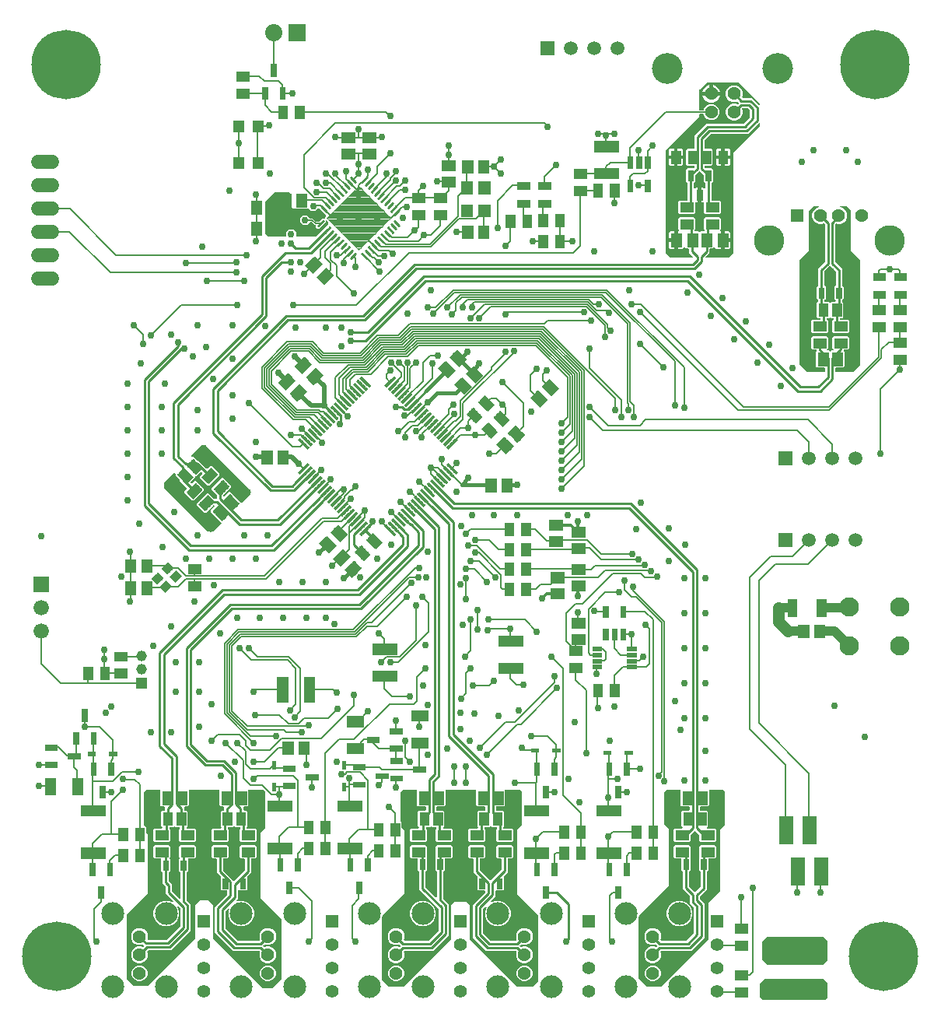
<source format=gtl>
G04 EAGLE Gerber RS-274X export*
G75*
%MOMM*%
%FSLAX34Y34*%
%LPD*%
%INTop Copper*%
%IPPOS*%
%AMOC8*
5,1,8,0,0,1.08239X$1,22.5*%
G01*
G04 Define Apertures*
%ADD10C,7.550000*%
%ADD11C,1.428000*%
%ADD12C,3.346000*%
%ADD13R,1.500000X1.500000*%
%ADD14C,1.500000*%
%ADD15C,0.049600*%
%ADD16C,0.046581*%
%ADD17C,0.046000*%
%ADD18C,0.050400*%
%ADD19C,0.267300*%
%ADD20C,0.100000*%
%ADD21C,0.052425*%
%ADD22C,0.049247*%
%ADD23C,0.051047*%
%ADD24C,0.051559*%
%ADD25C,0.048975*%
%ADD26C,0.051994*%
%ADD27C,2.475000*%
%ADD28R,1.428000X1.428000*%
%ADD29C,3.316000*%
%ADD30C,1.408000*%
%ADD31R,1.408000X1.408000*%
%ADD32C,0.051706*%
%ADD33R,1.158000X1.158000*%
%ADD34C,1.158000*%
%ADD35C,1.524000*%
%ADD36C,0.052153*%
%ADD37R,1.676400X1.676400*%
%ADD38C,1.676400*%
%ADD39C,0.048000*%
%ADD40C,0.052578*%
%ADD41C,0.053234*%
%ADD42R,1.875000X1.875000*%
%ADD43C,1.875000*%
%ADD44C,2.100000*%
%ADD45C,0.045000*%
%ADD46C,0.756400*%
%ADD47C,0.203200*%
%ADD48C,0.152400*%
%ADD49C,1.016000*%
%ADD50C,0.254000*%
%ADD51C,0.406400*%
%ADD52C,0.508000*%
%ADD53C,0.304800*%
%ADD54C,0.260350*%
%ADD55C,1.056400*%
%ADD56C,1.270000*%
G36*
X426702Y16570D02*
X426943Y16733D01*
X478567Y68357D01*
X478734Y68610D01*
X478790Y68896D01*
X478790Y105348D01*
X478795Y105380D01*
X478852Y105472D01*
X482556Y109176D01*
X482583Y109195D01*
X482688Y109220D01*
X495238Y109220D01*
X495270Y109215D01*
X495362Y109158D01*
X499066Y105454D01*
X499085Y105427D01*
X499110Y105322D01*
X499110Y68896D01*
X499170Y68598D01*
X499333Y68357D01*
X550957Y16733D01*
X551210Y16566D01*
X551496Y16510D01*
X567374Y16510D01*
X567672Y16570D01*
X567913Y16733D01*
X573817Y22637D01*
X573984Y22890D01*
X574040Y23176D01*
X574040Y93188D01*
X573982Y93480D01*
X573901Y93675D01*
X573901Y93803D01*
X573841Y94101D01*
X573678Y94342D01*
X551224Y116796D01*
X551205Y116823D01*
X551180Y116928D01*
X551180Y187898D01*
X551185Y187930D01*
X551242Y188022D01*
X556037Y192817D01*
X556204Y193070D01*
X556260Y193356D01*
X556260Y228284D01*
X556200Y228582D01*
X556037Y228823D01*
X553943Y230917D01*
X553690Y231084D01*
X553404Y231140D01*
X538343Y231140D01*
X538046Y231080D01*
X537796Y230908D01*
X537632Y230653D01*
X537581Y230378D01*
X537581Y214218D01*
X536254Y212892D01*
X528384Y212892D01*
X528086Y212831D01*
X527836Y212660D01*
X527673Y212404D01*
X527622Y212130D01*
X527622Y209285D01*
X527682Y208988D01*
X527853Y208738D01*
X528109Y208574D01*
X528384Y208523D01*
X535132Y208523D01*
X536473Y207182D01*
X536473Y191598D01*
X535687Y190812D01*
X535519Y190559D01*
X535464Y190273D01*
X535464Y189865D01*
X535524Y189568D01*
X535696Y189318D01*
X535951Y189154D01*
X536226Y189103D01*
X545002Y189103D01*
X546343Y187762D01*
X546343Y176068D01*
X545002Y174727D01*
X529418Y174727D01*
X528077Y176068D01*
X528077Y187762D01*
X528573Y188258D01*
X528741Y188511D01*
X528796Y188797D01*
X528796Y189495D01*
X528736Y189792D01*
X528564Y190042D01*
X528309Y190206D01*
X528034Y190257D01*
X523438Y190257D01*
X522509Y191187D01*
X522256Y191354D01*
X521958Y191410D01*
X521662Y191345D01*
X521431Y191187D01*
X520502Y190257D01*
X515906Y190257D01*
X515609Y190197D01*
X515358Y190025D01*
X515195Y189770D01*
X515144Y189495D01*
X515144Y188797D01*
X515204Y188499D01*
X515367Y188258D01*
X515863Y187762D01*
X515863Y176068D01*
X514522Y174727D01*
X498938Y174727D01*
X497597Y176068D01*
X497597Y187762D01*
X498938Y189103D01*
X507714Y189103D01*
X508011Y189163D01*
X508262Y189335D01*
X508425Y189590D01*
X508476Y189865D01*
X508476Y190273D01*
X508416Y190571D01*
X508253Y190812D01*
X507467Y191598D01*
X507467Y207182D01*
X508808Y208523D01*
X515557Y208523D01*
X515854Y208583D01*
X516104Y208755D01*
X516267Y209010D01*
X516319Y209285D01*
X516319Y212130D01*
X516258Y212427D01*
X516087Y212677D01*
X515831Y212840D01*
X515557Y212892D01*
X507686Y212892D01*
X506359Y214218D01*
X506359Y230378D01*
X506299Y230675D01*
X506127Y230925D01*
X505872Y231089D01*
X505597Y231140D01*
X473573Y231140D01*
X473276Y231080D01*
X473026Y230908D01*
X472862Y230653D01*
X472811Y230378D01*
X472811Y214218D01*
X471484Y212892D01*
X463614Y212892D01*
X463316Y212831D01*
X463066Y212660D01*
X462903Y212404D01*
X462852Y212130D01*
X462852Y209285D01*
X462912Y208988D01*
X463083Y208738D01*
X463339Y208574D01*
X463614Y208523D01*
X470362Y208523D01*
X471703Y207182D01*
X471703Y191598D01*
X470509Y190404D01*
X470341Y190151D01*
X470285Y189853D01*
X470351Y189557D01*
X470526Y189309D01*
X470784Y189150D01*
X471047Y189103D01*
X478962Y189103D01*
X480303Y187762D01*
X480303Y176068D01*
X478962Y174727D01*
X463378Y174727D01*
X462037Y176068D01*
X462037Y187762D01*
X462533Y188258D01*
X462701Y188511D01*
X462756Y188797D01*
X462756Y189495D01*
X462696Y189792D01*
X462524Y190042D01*
X462269Y190206D01*
X461994Y190257D01*
X458668Y190257D01*
X457739Y191187D01*
X457486Y191354D01*
X457188Y191410D01*
X456892Y191345D01*
X456661Y191187D01*
X455732Y190257D01*
X452406Y190257D01*
X452109Y190197D01*
X451858Y190025D01*
X451695Y189770D01*
X451644Y189495D01*
X451644Y188797D01*
X451704Y188499D01*
X451867Y188258D01*
X452363Y187762D01*
X452363Y176068D01*
X451022Y174727D01*
X435438Y174727D01*
X434097Y176068D01*
X434097Y187762D01*
X435438Y189103D01*
X443353Y189103D01*
X443650Y189163D01*
X443900Y189335D01*
X444063Y189590D01*
X444114Y189889D01*
X444045Y190184D01*
X443892Y190404D01*
X442697Y191598D01*
X442697Y207182D01*
X444038Y208523D01*
X450787Y208523D01*
X451084Y208583D01*
X451334Y208755D01*
X451497Y209010D01*
X451549Y209285D01*
X451549Y212130D01*
X451488Y212427D01*
X451317Y212677D01*
X451061Y212840D01*
X450787Y212892D01*
X442916Y212892D01*
X441589Y214218D01*
X441589Y230378D01*
X441529Y230675D01*
X441357Y230925D01*
X441102Y231089D01*
X440827Y231140D01*
X427036Y231140D01*
X426738Y231080D01*
X426497Y230917D01*
X424403Y228823D01*
X424236Y228570D01*
X424180Y228284D01*
X424180Y196492D01*
X424240Y196195D01*
X424403Y195953D01*
X424815Y195541D01*
X424815Y190181D01*
X424875Y189883D01*
X425038Y189642D01*
X427946Y186734D01*
X427965Y186707D01*
X427990Y186602D01*
X427990Y118172D01*
X427985Y118140D01*
X427928Y118048D01*
X404222Y94342D01*
X404055Y94089D01*
X403999Y93803D01*
X403999Y93675D01*
X403918Y93480D01*
X403860Y93188D01*
X403860Y24446D01*
X403920Y24148D01*
X404083Y23907D01*
X411257Y16733D01*
X411510Y16566D01*
X411796Y16510D01*
X426404Y16510D01*
X426702Y16570D01*
G37*
%LPC*%
G36*
X556976Y42268D02*
X553604Y43664D01*
X551024Y46244D01*
X549628Y49616D01*
X549628Y53264D01*
X550204Y54656D01*
X550262Y54953D01*
X550200Y55250D01*
X550039Y55486D01*
X549960Y55565D01*
X549707Y55733D01*
X549421Y55789D01*
X517141Y55789D01*
X502571Y70359D01*
X502571Y106171D01*
X515873Y119473D01*
X516041Y119726D01*
X516096Y120012D01*
X516096Y120749D01*
X516036Y121046D01*
X515864Y121296D01*
X515609Y121459D01*
X515334Y121511D01*
X508711Y121511D01*
X507377Y122844D01*
X507377Y135388D01*
X507584Y135594D01*
X507751Y135847D01*
X507807Y136145D01*
X507742Y136441D01*
X507584Y136672D01*
X503396Y140859D01*
X503396Y155575D01*
X503336Y155872D01*
X503164Y156122D01*
X502909Y156286D01*
X502634Y156337D01*
X498938Y156337D01*
X497597Y157678D01*
X497597Y169372D01*
X498938Y170713D01*
X514522Y170713D01*
X515863Y169372D01*
X515863Y157678D01*
X514522Y156337D01*
X510826Y156337D01*
X510529Y156277D01*
X510278Y156105D01*
X510115Y155850D01*
X510064Y155575D01*
X510064Y143937D01*
X510124Y143639D01*
X510287Y143398D01*
X521209Y132476D01*
X521462Y132308D01*
X521760Y132253D01*
X522056Y132318D01*
X522287Y132476D01*
X533653Y143842D01*
X533821Y144095D01*
X533876Y144381D01*
X533876Y155575D01*
X533816Y155872D01*
X533644Y156122D01*
X533389Y156286D01*
X533114Y156337D01*
X529418Y156337D01*
X528077Y157678D01*
X528077Y169372D01*
X529418Y170713D01*
X545002Y170713D01*
X546343Y169372D01*
X546343Y157678D01*
X545002Y156337D01*
X541306Y156337D01*
X541009Y156277D01*
X540758Y156105D01*
X540595Y155850D01*
X540544Y155575D01*
X540544Y141304D01*
X536134Y136894D01*
X535967Y136641D01*
X535911Y136343D01*
X535976Y136047D01*
X536134Y135817D01*
X536563Y135388D01*
X536563Y122844D01*
X535229Y121511D01*
X528161Y121511D01*
X527864Y121450D01*
X527614Y121279D01*
X527450Y121023D01*
X527399Y120749D01*
X527399Y115015D01*
X522384Y109999D01*
X522216Y109746D01*
X522161Y109448D01*
X522226Y109152D01*
X522401Y108904D01*
X522659Y108745D01*
X522959Y108699D01*
X523214Y108756D01*
X527035Y110339D01*
X532565Y110339D01*
X537673Y108223D01*
X541583Y104313D01*
X543699Y99205D01*
X543699Y93675D01*
X541583Y88567D01*
X537673Y84657D01*
X532565Y82541D01*
X527035Y82541D01*
X521927Y84657D01*
X518017Y88567D01*
X515901Y93675D01*
X515901Y99205D01*
X517484Y103026D01*
X517542Y103324D01*
X517479Y103620D01*
X517306Y103869D01*
X517049Y104031D01*
X516749Y104079D01*
X516455Y104007D01*
X516241Y103856D01*
X514097Y101712D01*
X513929Y101459D01*
X513874Y101174D01*
X513874Y75357D01*
X513934Y75059D01*
X514097Y74818D01*
X521600Y67315D01*
X521853Y67147D01*
X522139Y67092D01*
X549421Y67092D01*
X549718Y67152D01*
X549960Y67315D01*
X550039Y67394D01*
X550207Y67647D01*
X550262Y67945D01*
X550204Y68224D01*
X549628Y69616D01*
X549628Y73264D01*
X551024Y76636D01*
X553604Y79216D01*
X556976Y80612D01*
X560624Y80612D01*
X563996Y79216D01*
X566576Y76636D01*
X567972Y73264D01*
X567972Y69616D01*
X566576Y66244D01*
X563996Y63664D01*
X560624Y62268D01*
X556976Y62268D01*
X555584Y62844D01*
X555287Y62902D01*
X554990Y62840D01*
X554754Y62679D01*
X554053Y61979D01*
X553886Y61726D01*
X553830Y61428D01*
X553895Y61132D01*
X554053Y60901D01*
X554754Y60201D01*
X555007Y60033D01*
X555305Y59978D01*
X555584Y60036D01*
X556976Y60612D01*
X560624Y60612D01*
X563996Y59216D01*
X566576Y56636D01*
X567972Y53264D01*
X567972Y49616D01*
X566576Y46244D01*
X563996Y43664D01*
X560624Y42268D01*
X556976Y42268D01*
G37*
G36*
X417276Y42268D02*
X413904Y43664D01*
X411324Y46244D01*
X409928Y49616D01*
X409928Y53264D01*
X411324Y56636D01*
X413904Y59216D01*
X417276Y60612D01*
X420924Y60612D01*
X422316Y60036D01*
X422613Y59978D01*
X422910Y60040D01*
X423146Y60201D01*
X423847Y60901D01*
X424014Y61154D01*
X424070Y61452D01*
X424005Y61748D01*
X423847Y61979D01*
X423146Y62679D01*
X422893Y62847D01*
X422595Y62902D01*
X422316Y62844D01*
X420924Y62268D01*
X417276Y62268D01*
X413904Y63664D01*
X411324Y66244D01*
X409928Y69616D01*
X409928Y73264D01*
X411324Y76636D01*
X413904Y79216D01*
X417276Y80612D01*
X420924Y80612D01*
X424296Y79216D01*
X426876Y76636D01*
X428272Y73264D01*
X428272Y69616D01*
X427696Y68224D01*
X427638Y67927D01*
X427700Y67630D01*
X427861Y67394D01*
X427940Y67315D01*
X428193Y67147D01*
X428479Y67092D01*
X454491Y67092D01*
X454788Y67152D01*
X455030Y67315D01*
X465073Y77358D01*
X465241Y77611D01*
X465296Y77897D01*
X465296Y101174D01*
X465236Y101471D01*
X465073Y101712D01*
X444366Y122419D01*
X444366Y141937D01*
X444306Y142235D01*
X444143Y142476D01*
X442607Y144012D01*
X442607Y155575D01*
X442547Y155872D01*
X442375Y156122D01*
X442120Y156286D01*
X441845Y156337D01*
X435438Y156337D01*
X434097Y157678D01*
X434097Y169372D01*
X435438Y170713D01*
X451022Y170713D01*
X452363Y169372D01*
X452363Y157484D01*
X452332Y157320D01*
X452398Y157024D01*
X452556Y156793D01*
X452793Y156556D01*
X452793Y144012D01*
X451257Y142476D01*
X451089Y142223D01*
X451034Y141937D01*
X451034Y125497D01*
X451094Y125199D01*
X451257Y124958D01*
X462065Y114149D01*
X462318Y113982D01*
X462616Y113926D01*
X462913Y113991D01*
X463160Y114167D01*
X463319Y114425D01*
X463366Y114688D01*
X463366Y141937D01*
X463306Y142235D01*
X463143Y142476D01*
X461607Y144012D01*
X461607Y156556D01*
X461844Y156793D01*
X462012Y157046D01*
X462068Y157344D01*
X462037Y157483D01*
X462037Y169372D01*
X463378Y170713D01*
X478962Y170713D01*
X480303Y169372D01*
X480303Y157678D01*
X478962Y156337D01*
X472555Y156337D01*
X472258Y156277D01*
X472008Y156105D01*
X471844Y155850D01*
X471793Y155575D01*
X471793Y144012D01*
X470257Y142476D01*
X470089Y142223D01*
X470034Y141937D01*
X470034Y113052D01*
X470094Y112755D01*
X470257Y112513D01*
X476599Y106171D01*
X476599Y72899D01*
X459489Y55789D01*
X428479Y55789D01*
X428182Y55728D01*
X427940Y55565D01*
X427861Y55486D01*
X427693Y55233D01*
X427638Y54935D01*
X427696Y54656D01*
X428272Y53264D01*
X428272Y49616D01*
X426876Y46244D01*
X424296Y43664D01*
X420924Y42268D01*
X417276Y42268D01*
G37*
G36*
X445335Y82541D02*
X440227Y84657D01*
X436317Y88567D01*
X434201Y93675D01*
X434201Y99205D01*
X436317Y104313D01*
X440227Y108223D01*
X445335Y110339D01*
X450865Y110339D01*
X455973Y108223D01*
X459883Y104313D01*
X461999Y99205D01*
X461999Y93675D01*
X459883Y88567D01*
X455973Y84657D01*
X450865Y82541D01*
X445335Y82541D01*
G37*
G36*
X557077Y22776D02*
X553892Y24095D01*
X551455Y26532D01*
X550136Y29717D01*
X550136Y33163D01*
X551455Y36348D01*
X553892Y38785D01*
X557077Y40104D01*
X560523Y40104D01*
X563708Y38785D01*
X566145Y36348D01*
X567464Y33163D01*
X567464Y29717D01*
X566145Y26532D01*
X563708Y24095D01*
X560523Y22776D01*
X557077Y22776D01*
G37*
G36*
X417377Y22776D02*
X414192Y24095D01*
X411755Y26532D01*
X410436Y29717D01*
X410436Y33163D01*
X411755Y36348D01*
X414192Y38785D01*
X417377Y40104D01*
X420823Y40104D01*
X424008Y38785D01*
X426445Y36348D01*
X427764Y33163D01*
X427764Y29717D01*
X426445Y26532D01*
X424008Y24095D01*
X420823Y22776D01*
X417377Y22776D01*
G37*
%LPD*%
G36*
X284462Y15300D02*
X284703Y15463D01*
X294417Y25177D01*
X294584Y25430D01*
X294640Y25716D01*
X294640Y89854D01*
X294580Y90152D01*
X294417Y90393D01*
X271824Y112986D01*
X271805Y113013D01*
X271780Y113118D01*
X271780Y184088D01*
X271785Y184120D01*
X271842Y184212D01*
X276637Y189007D01*
X276804Y189260D01*
X276860Y189546D01*
X276860Y228284D01*
X276800Y228582D01*
X276637Y228823D01*
X274543Y230917D01*
X274290Y231084D01*
X274004Y231140D01*
X258943Y231140D01*
X258646Y231080D01*
X258396Y230908D01*
X258232Y230653D01*
X258181Y230378D01*
X258181Y214218D01*
X256854Y212892D01*
X253981Y212892D01*
X253684Y212831D01*
X253433Y212660D01*
X253270Y212404D01*
X253219Y212130D01*
X253219Y209285D01*
X253279Y208988D01*
X253451Y208738D01*
X253706Y208574D01*
X253981Y208523D01*
X255732Y208523D01*
X257073Y207182D01*
X257073Y191598D01*
X256287Y190812D01*
X256119Y190559D01*
X256064Y190273D01*
X256064Y189865D01*
X256124Y189568D01*
X256296Y189318D01*
X256551Y189154D01*
X256826Y189103D01*
X265602Y189103D01*
X266943Y187762D01*
X266943Y176068D01*
X265602Y174727D01*
X250018Y174727D01*
X248677Y176068D01*
X248677Y187762D01*
X249173Y188258D01*
X249341Y188511D01*
X249396Y188797D01*
X249396Y189495D01*
X249336Y189792D01*
X249164Y190042D01*
X248909Y190206D01*
X248634Y190257D01*
X244038Y190257D01*
X243109Y191187D01*
X242856Y191354D01*
X242558Y191410D01*
X242262Y191345D01*
X242031Y191187D01*
X241102Y190257D01*
X236506Y190257D01*
X236209Y190197D01*
X235958Y190025D01*
X235795Y189770D01*
X235744Y189495D01*
X235744Y188797D01*
X235804Y188499D01*
X235967Y188258D01*
X236463Y187762D01*
X236463Y176068D01*
X235122Y174727D01*
X219538Y174727D01*
X218197Y176068D01*
X218197Y187762D01*
X219538Y189103D01*
X228314Y189103D01*
X228611Y189163D01*
X228862Y189335D01*
X229025Y189590D01*
X229076Y189865D01*
X229076Y190273D01*
X229016Y190571D01*
X228853Y190812D01*
X228067Y191598D01*
X228067Y207182D01*
X229408Y208523D01*
X231159Y208523D01*
X231456Y208583D01*
X231707Y208755D01*
X231870Y209010D01*
X231921Y209285D01*
X231921Y212130D01*
X231861Y212427D01*
X231689Y212677D01*
X231434Y212840D01*
X231159Y212892D01*
X228286Y212892D01*
X226959Y214218D01*
X226959Y230378D01*
X226899Y230675D01*
X226727Y230925D01*
X226472Y231089D01*
X226197Y231140D01*
X194173Y231140D01*
X193876Y231080D01*
X193626Y230908D01*
X193462Y230653D01*
X193411Y230378D01*
X193411Y214218D01*
X192084Y212892D01*
X189211Y212892D01*
X188914Y212831D01*
X188663Y212660D01*
X188500Y212404D01*
X188449Y212130D01*
X188449Y209285D01*
X188509Y208988D01*
X188681Y208738D01*
X188936Y208574D01*
X189211Y208523D01*
X190962Y208523D01*
X192303Y207182D01*
X192303Y191598D01*
X191109Y190404D01*
X190941Y190151D01*
X190885Y189853D01*
X190951Y189557D01*
X191126Y189309D01*
X191384Y189150D01*
X191647Y189103D01*
X199562Y189103D01*
X200903Y187762D01*
X200903Y176068D01*
X199562Y174727D01*
X183978Y174727D01*
X182637Y176068D01*
X182637Y187762D01*
X183133Y188258D01*
X183301Y188511D01*
X183356Y188797D01*
X183356Y189495D01*
X183296Y189792D01*
X183124Y190042D01*
X182869Y190206D01*
X182594Y190257D01*
X179268Y190257D01*
X178339Y191187D01*
X178086Y191354D01*
X177788Y191410D01*
X177492Y191345D01*
X177261Y191187D01*
X176332Y190257D01*
X173006Y190257D01*
X172709Y190197D01*
X172458Y190025D01*
X172295Y189770D01*
X172244Y189495D01*
X172244Y188797D01*
X172304Y188499D01*
X172467Y188258D01*
X172963Y187762D01*
X172963Y176068D01*
X171622Y174727D01*
X156038Y174727D01*
X154697Y176068D01*
X154697Y187762D01*
X156038Y189103D01*
X163953Y189103D01*
X164250Y189163D01*
X164500Y189335D01*
X164663Y189590D01*
X164714Y189889D01*
X164645Y190184D01*
X164492Y190404D01*
X163297Y191598D01*
X163297Y207182D01*
X164638Y208523D01*
X166389Y208523D01*
X166686Y208583D01*
X166937Y208755D01*
X167100Y209010D01*
X167151Y209285D01*
X167151Y212130D01*
X167091Y212427D01*
X166919Y212677D01*
X166664Y212840D01*
X166389Y212892D01*
X163516Y212892D01*
X162189Y214218D01*
X162189Y230378D01*
X162129Y230675D01*
X161957Y230925D01*
X161702Y231089D01*
X161427Y231140D01*
X147636Y231140D01*
X147338Y231080D01*
X147097Y230917D01*
X145003Y228823D01*
X144836Y228570D01*
X144780Y228284D01*
X144780Y192267D01*
X144840Y191970D01*
X145012Y191720D01*
X145267Y191556D01*
X145542Y191505D01*
X145641Y191505D01*
X146685Y190461D01*
X146685Y185101D01*
X146745Y184803D01*
X146908Y184562D01*
X148546Y182924D01*
X148565Y182897D01*
X148590Y182792D01*
X148590Y118172D01*
X148585Y118140D01*
X148528Y118048D01*
X125953Y95473D01*
X125786Y95220D01*
X125730Y94934D01*
X125730Y25716D01*
X125790Y25418D01*
X125953Y25177D01*
X133127Y18003D01*
X133380Y17836D01*
X133666Y17780D01*
X148274Y17780D01*
X148572Y17840D01*
X148813Y18003D01*
X200437Y69627D01*
X200604Y69880D01*
X200660Y70166D01*
X200660Y105348D01*
X200665Y105380D01*
X200722Y105472D01*
X205696Y110446D01*
X205723Y110465D01*
X205828Y110490D01*
X214568Y110490D01*
X214600Y110485D01*
X214692Y110428D01*
X219666Y105454D01*
X219685Y105427D01*
X219710Y105322D01*
X219710Y70166D01*
X219770Y69868D01*
X219933Y69627D01*
X274097Y15463D01*
X274350Y15296D01*
X274636Y15240D01*
X284164Y15240D01*
X284462Y15300D01*
G37*
%LPC*%
G36*
X277576Y42268D02*
X274204Y43664D01*
X271624Y46244D01*
X270228Y49616D01*
X270228Y53264D01*
X270804Y54656D01*
X270862Y54953D01*
X270800Y55250D01*
X270639Y55486D01*
X270560Y55565D01*
X270307Y55733D01*
X270021Y55789D01*
X241551Y55789D01*
X221901Y75439D01*
X221901Y103631D01*
X235203Y116933D01*
X235371Y117186D01*
X235426Y117472D01*
X235426Y120749D01*
X235366Y121046D01*
X235194Y121296D01*
X234939Y121459D01*
X234664Y121511D01*
X229311Y121511D01*
X227977Y122844D01*
X227977Y135388D01*
X228184Y135594D01*
X228351Y135847D01*
X228407Y136145D01*
X228342Y136441D01*
X228184Y136672D01*
X223996Y140859D01*
X223996Y155575D01*
X223936Y155872D01*
X223764Y156122D01*
X223509Y156286D01*
X223234Y156337D01*
X219538Y156337D01*
X218197Y157678D01*
X218197Y169372D01*
X219538Y170713D01*
X235122Y170713D01*
X236463Y169372D01*
X236463Y157678D01*
X235122Y156337D01*
X231426Y156337D01*
X231129Y156277D01*
X230878Y156105D01*
X230715Y155850D01*
X230664Y155575D01*
X230664Y143937D01*
X230724Y143639D01*
X230887Y143398D01*
X242031Y132253D01*
X242284Y132086D01*
X242582Y132030D01*
X242878Y132095D01*
X243109Y132253D01*
X254253Y143398D01*
X254421Y143651D01*
X254476Y143937D01*
X254476Y155575D01*
X254416Y155872D01*
X254244Y156122D01*
X253989Y156286D01*
X253714Y156337D01*
X250018Y156337D01*
X248677Y157678D01*
X248677Y169372D01*
X250018Y170713D01*
X265602Y170713D01*
X266943Y169372D01*
X266943Y157678D01*
X265602Y156337D01*
X261906Y156337D01*
X261609Y156277D01*
X261358Y156105D01*
X261195Y155850D01*
X261144Y155575D01*
X261144Y140859D01*
X256957Y136672D01*
X256789Y136419D01*
X256733Y136121D01*
X256799Y135825D01*
X256957Y135594D01*
X257163Y135388D01*
X257163Y122844D01*
X255829Y121511D01*
X248311Y121511D01*
X248030Y121791D01*
X247777Y121959D01*
X247479Y122014D01*
X247183Y121949D01*
X246936Y121774D01*
X246776Y121516D01*
X246729Y121252D01*
X246729Y112475D01*
X245152Y110897D01*
X244984Y110644D01*
X244929Y110346D01*
X244994Y110050D01*
X245169Y109802D01*
X245427Y109643D01*
X245727Y109597D01*
X245982Y109654D01*
X247635Y110339D01*
X253165Y110339D01*
X258273Y108223D01*
X262183Y104313D01*
X264299Y99205D01*
X264299Y93675D01*
X262183Y88567D01*
X258273Y84657D01*
X253165Y82541D01*
X247635Y82541D01*
X242527Y84657D01*
X238617Y88567D01*
X236501Y93675D01*
X236501Y99205D01*
X237186Y100858D01*
X237244Y101156D01*
X237181Y101452D01*
X237008Y101701D01*
X236751Y101863D01*
X236451Y101911D01*
X236157Y101839D01*
X235943Y101688D01*
X233427Y99172D01*
X233259Y98919D01*
X233204Y98634D01*
X233204Y80437D01*
X233264Y80139D01*
X233427Y79898D01*
X246010Y67315D01*
X246263Y67147D01*
X246549Y67092D01*
X270021Y67092D01*
X270318Y67152D01*
X270560Y67315D01*
X270639Y67394D01*
X270807Y67647D01*
X270862Y67945D01*
X270804Y68224D01*
X270228Y69616D01*
X270228Y73264D01*
X271624Y76636D01*
X274204Y79216D01*
X277576Y80612D01*
X281224Y80612D01*
X284596Y79216D01*
X287176Y76636D01*
X288572Y73264D01*
X288572Y69616D01*
X287176Y66244D01*
X284596Y63664D01*
X281224Y62268D01*
X277576Y62268D01*
X276184Y62844D01*
X275887Y62902D01*
X275590Y62840D01*
X275354Y62679D01*
X274653Y61979D01*
X274486Y61726D01*
X274430Y61428D01*
X274495Y61132D01*
X274653Y60901D01*
X275354Y60201D01*
X275607Y60033D01*
X275905Y59978D01*
X276184Y60036D01*
X277576Y60612D01*
X281224Y60612D01*
X284596Y59216D01*
X287176Y56636D01*
X288572Y53264D01*
X288572Y49616D01*
X287176Y46244D01*
X284596Y43664D01*
X281224Y42268D01*
X277576Y42268D01*
G37*
G36*
X137876Y42268D02*
X134504Y43664D01*
X131924Y46244D01*
X130528Y49616D01*
X130528Y53264D01*
X131924Y56636D01*
X134504Y59216D01*
X137876Y60612D01*
X141524Y60612D01*
X142916Y60036D01*
X143213Y59978D01*
X143510Y60040D01*
X143746Y60201D01*
X144447Y60901D01*
X144614Y61154D01*
X144670Y61452D01*
X144605Y61748D01*
X144447Y61979D01*
X143746Y62679D01*
X143493Y62847D01*
X143195Y62902D01*
X142916Y62844D01*
X141524Y62268D01*
X137876Y62268D01*
X134504Y63664D01*
X131924Y66244D01*
X130528Y69616D01*
X130528Y73264D01*
X131924Y76636D01*
X134504Y79216D01*
X137876Y80612D01*
X141524Y80612D01*
X144896Y79216D01*
X147476Y76636D01*
X148872Y73264D01*
X148872Y69616D01*
X148473Y68653D01*
X148415Y68355D01*
X148478Y68059D01*
X148652Y67810D01*
X148908Y67649D01*
X149177Y67600D01*
X168845Y67600D01*
X169142Y67660D01*
X169384Y67823D01*
X184117Y82556D01*
X184285Y82809D01*
X184341Y83095D01*
X184341Y101459D01*
X184280Y101756D01*
X184117Y101998D01*
X182259Y103856D01*
X182006Y104024D01*
X181708Y104080D01*
X181412Y104014D01*
X181164Y103839D01*
X181005Y103581D01*
X180959Y103281D01*
X181016Y103026D01*
X182599Y99205D01*
X182599Y93675D01*
X180483Y88567D01*
X176573Y84657D01*
X171465Y82541D01*
X165935Y82541D01*
X160827Y84657D01*
X156917Y88567D01*
X154801Y93675D01*
X154801Y99205D01*
X156917Y104313D01*
X160827Y108223D01*
X165935Y110339D01*
X171465Y110339D01*
X175286Y108756D01*
X175584Y108698D01*
X175880Y108761D01*
X176129Y108934D01*
X176291Y109191D01*
X176339Y109491D01*
X176267Y109785D01*
X176116Y109999D01*
X168072Y118044D01*
X168072Y125304D01*
X168011Y125601D01*
X167848Y125842D01*
X164966Y128724D01*
X164966Y140667D01*
X164906Y140965D01*
X164743Y141206D01*
X163207Y142742D01*
X163207Y155575D01*
X163147Y155872D01*
X162975Y156122D01*
X162720Y156286D01*
X162445Y156337D01*
X156038Y156337D01*
X154697Y157678D01*
X154697Y169372D01*
X156038Y170713D01*
X171622Y170713D01*
X172963Y169372D01*
X172963Y157678D01*
X172521Y157236D01*
X172353Y156983D01*
X172297Y156685D01*
X172363Y156389D01*
X172521Y156158D01*
X173393Y155286D01*
X173393Y142742D01*
X171857Y141206D01*
X171689Y140953D01*
X171634Y140667D01*
X171634Y131802D01*
X171694Y131505D01*
X171857Y131263D01*
X174739Y128381D01*
X174739Y121121D01*
X174799Y120824D01*
X174962Y120582D01*
X182665Y112879D01*
X182918Y112712D01*
X183216Y112656D01*
X183513Y112721D01*
X183760Y112897D01*
X183919Y113155D01*
X183966Y113418D01*
X183966Y140667D01*
X183906Y140965D01*
X183743Y141206D01*
X182207Y142742D01*
X182207Y155286D01*
X183079Y156158D01*
X183247Y156411D01*
X183303Y156709D01*
X183237Y157005D01*
X183079Y157236D01*
X182637Y157678D01*
X182637Y169372D01*
X183978Y170713D01*
X199562Y170713D01*
X200903Y169372D01*
X200903Y157678D01*
X199562Y156337D01*
X193155Y156337D01*
X192858Y156277D01*
X192608Y156105D01*
X192444Y155850D01*
X192393Y155575D01*
X192393Y142742D01*
X190857Y141206D01*
X190689Y140953D01*
X190634Y140667D01*
X190634Y111782D01*
X190694Y111485D01*
X190857Y111243D01*
X195644Y106457D01*
X195644Y78097D01*
X173843Y56297D01*
X149587Y56297D01*
X149290Y56236D01*
X149048Y56073D01*
X148461Y55486D01*
X148293Y55233D01*
X148238Y54935D01*
X148296Y54656D01*
X148872Y53264D01*
X148872Y49616D01*
X147476Y46244D01*
X144896Y43664D01*
X141524Y42268D01*
X137876Y42268D01*
G37*
G36*
X277677Y22776D02*
X274492Y24095D01*
X272055Y26532D01*
X270736Y29717D01*
X270736Y33163D01*
X272055Y36348D01*
X274492Y38785D01*
X277677Y40104D01*
X281123Y40104D01*
X284308Y38785D01*
X286745Y36348D01*
X288064Y33163D01*
X288064Y29717D01*
X286745Y26532D01*
X284308Y24095D01*
X281123Y22776D01*
X277677Y22776D01*
G37*
G36*
X137977Y22776D02*
X134792Y24095D01*
X132355Y26532D01*
X131036Y29717D01*
X131036Y33163D01*
X132355Y36348D01*
X134792Y38785D01*
X137977Y40104D01*
X141423Y40104D01*
X144608Y38785D01*
X147045Y36348D01*
X148364Y33163D01*
X148364Y29717D01*
X147045Y26532D01*
X144608Y24095D01*
X141423Y22776D01*
X137977Y22776D01*
G37*
%LPD*%
G36*
X742263Y809860D02*
X742514Y810032D01*
X742677Y810287D01*
X742728Y810586D01*
X742658Y810881D01*
X742505Y811101D01*
X738210Y815396D01*
X738210Y819190D01*
X738150Y819487D01*
X737978Y819737D01*
X737723Y819900D01*
X737448Y819952D01*
X735016Y819952D01*
X733688Y821279D01*
X733435Y821447D01*
X733137Y821502D01*
X732841Y821437D01*
X732610Y821279D01*
X730775Y819444D01*
X726068Y819444D01*
X726068Y839177D01*
X726119Y839177D01*
X726416Y839237D01*
X726667Y839408D01*
X726830Y839664D01*
X726881Y839963D01*
X726811Y840258D01*
X726658Y840477D01*
X726197Y840938D01*
X726197Y852632D01*
X727538Y853973D01*
X743122Y853973D01*
X744463Y852632D01*
X744463Y840938D01*
X743967Y840442D01*
X743799Y840189D01*
X743744Y839903D01*
X743744Y839431D01*
X743804Y839133D01*
X743976Y838883D01*
X744231Y838720D01*
X744506Y838669D01*
X748072Y838669D01*
X748761Y837980D01*
X749014Y837812D01*
X749312Y837756D01*
X749608Y837822D01*
X749839Y837980D01*
X750528Y838669D01*
X754094Y838669D01*
X754391Y838729D01*
X754642Y838900D01*
X754805Y839156D01*
X754856Y839431D01*
X754856Y839903D01*
X754796Y840201D01*
X754633Y840442D01*
X754137Y840938D01*
X754137Y852632D01*
X755478Y853973D01*
X771062Y853973D01*
X772403Y852632D01*
X772403Y840938D01*
X771942Y840477D01*
X771775Y840224D01*
X771719Y839926D01*
X771784Y839630D01*
X771959Y839383D01*
X772218Y839223D01*
X772481Y839177D01*
X772532Y839177D01*
X772532Y819444D01*
X767825Y819444D01*
X765990Y821279D01*
X765737Y821447D01*
X765439Y821502D01*
X765142Y821437D01*
X764912Y821279D01*
X763584Y819952D01*
X761152Y819952D01*
X760855Y819891D01*
X760604Y819720D01*
X760441Y819464D01*
X760390Y819190D01*
X760390Y815396D01*
X756095Y811101D01*
X755927Y810848D01*
X755872Y810550D01*
X755937Y810254D01*
X756112Y810006D01*
X756370Y809847D01*
X756634Y809800D01*
X780734Y809800D01*
X781032Y809860D01*
X781273Y810023D01*
X785907Y814657D01*
X786074Y814910D01*
X786130Y815196D01*
X786130Y924038D01*
X786135Y924070D01*
X786192Y924162D01*
X815117Y953087D01*
X815284Y953340D01*
X815340Y953626D01*
X815340Y955900D01*
X815280Y956197D01*
X815108Y956447D01*
X814853Y956611D01*
X814554Y956662D01*
X814259Y956592D01*
X814039Y956439D01*
X802131Y944531D01*
X761601Y944531D01*
X761304Y944470D01*
X761062Y944308D01*
X755397Y938642D01*
X755229Y938389D01*
X755174Y938104D01*
X755174Y929375D01*
X755234Y929078D01*
X755406Y928828D01*
X755661Y928664D01*
X755936Y928613D01*
X762462Y928613D01*
X763803Y927272D01*
X763803Y911688D01*
X762462Y910347D01*
X755936Y910347D01*
X755639Y910287D01*
X755388Y910115D01*
X755225Y909860D01*
X755174Y909585D01*
X755174Y908241D01*
X755234Y907943D01*
X755397Y907702D01*
X755686Y907413D01*
X755939Y907245D01*
X756225Y907190D01*
X762559Y907190D01*
X763893Y905856D01*
X763893Y893312D01*
X762357Y891776D01*
X762189Y891523D01*
X762134Y891237D01*
X762134Y873125D01*
X762194Y872828D01*
X762366Y872578D01*
X762621Y872414D01*
X762896Y872363D01*
X771062Y872363D01*
X772403Y871022D01*
X772403Y859328D01*
X771062Y857987D01*
X755478Y857987D01*
X754137Y859328D01*
X754137Y869541D01*
X754077Y869838D01*
X753905Y870088D01*
X753650Y870251D01*
X753375Y870303D01*
X751332Y870303D01*
X751332Y886530D01*
X753270Y886530D01*
X754165Y885634D01*
X754418Y885466D01*
X754716Y885411D01*
X755013Y885476D01*
X755260Y885651D01*
X755419Y885909D01*
X755466Y886173D01*
X755466Y891237D01*
X755406Y891535D01*
X755243Y891776D01*
X753707Y893312D01*
X753707Y899647D01*
X753647Y899944D01*
X753484Y900186D01*
X749839Y903831D01*
X749586Y903998D01*
X749288Y904054D01*
X748992Y903989D01*
X748761Y903831D01*
X745116Y900186D01*
X744949Y899933D01*
X744893Y899647D01*
X744893Y893312D01*
X743357Y891776D01*
X743189Y891523D01*
X743134Y891237D01*
X743134Y886173D01*
X743194Y885875D01*
X743366Y885625D01*
X743621Y885462D01*
X743920Y885411D01*
X744215Y885481D01*
X744435Y885634D01*
X745330Y886530D01*
X747268Y886530D01*
X747268Y870303D01*
X745225Y870303D01*
X744928Y870242D01*
X744678Y870071D01*
X744514Y869815D01*
X744463Y869541D01*
X744463Y859328D01*
X743122Y857987D01*
X727538Y857987D01*
X726197Y859328D01*
X726197Y871022D01*
X727538Y872363D01*
X735704Y872363D01*
X736001Y872423D01*
X736252Y872595D01*
X736415Y872850D01*
X736466Y873125D01*
X736466Y891237D01*
X736406Y891535D01*
X736243Y891776D01*
X734707Y893312D01*
X734707Y905856D01*
X736041Y907190D01*
X742375Y907190D01*
X742672Y907250D01*
X742914Y907413D01*
X743648Y908146D01*
X743815Y908399D01*
X743871Y908685D01*
X743871Y909585D01*
X743810Y909882D01*
X743639Y910132D01*
X743383Y910296D01*
X743109Y910347D01*
X736138Y910347D01*
X734797Y911688D01*
X734797Y927272D01*
X736138Y928613D01*
X743109Y928613D01*
X743406Y928673D01*
X743656Y928845D01*
X743820Y929100D01*
X743871Y929375D01*
X743871Y943101D01*
X756604Y955834D01*
X797134Y955834D01*
X797431Y955894D01*
X797672Y956057D01*
X804163Y962548D01*
X804331Y962801D01*
X804386Y963087D01*
X804386Y969854D01*
X804326Y970151D01*
X804163Y970392D01*
X801990Y972565D01*
X801737Y972733D01*
X801451Y972789D01*
X796579Y972789D01*
X796282Y972728D01*
X796040Y972565D01*
X795961Y972486D01*
X795793Y972233D01*
X795738Y971935D01*
X795796Y971656D01*
X796372Y970264D01*
X796372Y966616D01*
X794976Y963244D01*
X792396Y960664D01*
X789024Y959268D01*
X785376Y959268D01*
X782004Y960664D01*
X779424Y963244D01*
X778028Y966616D01*
X778028Y970264D01*
X779424Y973636D01*
X782004Y976216D01*
X785376Y977612D01*
X789024Y977612D01*
X790416Y977036D01*
X790713Y976978D01*
X791010Y977040D01*
X791246Y977201D01*
X791947Y977901D01*
X792114Y978154D01*
X792170Y978452D01*
X792105Y978748D01*
X791947Y978979D01*
X791246Y979679D01*
X790993Y979847D01*
X790695Y979902D01*
X790416Y979844D01*
X789024Y979268D01*
X785376Y979268D01*
X782004Y980664D01*
X779424Y983244D01*
X778028Y986616D01*
X778028Y990264D01*
X779424Y993636D01*
X782004Y996216D01*
X785376Y997612D01*
X789024Y997612D01*
X792396Y996216D01*
X794976Y993636D01*
X796372Y990264D01*
X796372Y986616D01*
X795796Y985224D01*
X795738Y984927D01*
X795800Y984630D01*
X795961Y984394D01*
X796040Y984315D01*
X796293Y984147D01*
X796579Y984092D01*
X806449Y984092D01*
X814039Y976501D01*
X814292Y976334D01*
X814590Y976278D01*
X814886Y976343D01*
X815134Y976519D01*
X815293Y976777D01*
X815340Y977040D01*
X815340Y977124D01*
X815280Y977422D01*
X815117Y977663D01*
X792703Y1000077D01*
X792450Y1000244D01*
X792164Y1000300D01*
X757236Y1000300D01*
X756938Y1000240D01*
X756697Y1000077D01*
X749523Y992903D01*
X749356Y992650D01*
X749300Y992364D01*
X749300Y970980D01*
X749360Y970683D01*
X749532Y970433D01*
X749787Y970269D01*
X750062Y970218D01*
X753049Y970218D01*
X753347Y970278D01*
X753597Y970450D01*
X753753Y970688D01*
X754855Y973348D01*
X757292Y975785D01*
X760477Y977104D01*
X763923Y977104D01*
X767108Y975785D01*
X769545Y973348D01*
X770864Y970163D01*
X770864Y966717D01*
X769545Y963532D01*
X767108Y961095D01*
X763923Y959776D01*
X760477Y959776D01*
X757292Y961095D01*
X754855Y963532D01*
X753753Y966192D01*
X753584Y966443D01*
X753330Y966609D01*
X753049Y966662D01*
X750062Y966662D01*
X749765Y966602D01*
X749515Y966430D01*
X749351Y966175D01*
X749300Y965900D01*
X749300Y963532D01*
X749295Y963500D01*
X749238Y963408D01*
X712693Y926863D01*
X712526Y926610D01*
X712470Y926324D01*
X712470Y815196D01*
X712530Y814898D01*
X712693Y814657D01*
X717327Y810023D01*
X717580Y809856D01*
X717866Y809800D01*
X741966Y809800D01*
X742263Y809860D01*
G37*
%LPC*%
G36*
X764232Y990472D02*
X764232Y998076D01*
X767683Y996646D01*
X770406Y993923D01*
X771836Y990472D01*
X764232Y990472D01*
G37*
G36*
X752564Y990472D02*
X753994Y993923D01*
X756717Y996646D01*
X760168Y998076D01*
X760168Y990472D01*
X752564Y990472D01*
G37*
G36*
X760275Y978760D02*
X756717Y980234D01*
X753994Y982957D01*
X752564Y986408D01*
X771836Y986408D01*
X770406Y982957D01*
X767683Y980234D01*
X764125Y978760D01*
X760275Y978760D01*
G37*
G36*
X767309Y921512D02*
X767309Y927482D01*
X768948Y929121D01*
X772973Y929121D01*
X772973Y921512D01*
X767309Y921512D01*
G37*
G36*
X715899Y921512D02*
X715899Y927482D01*
X717538Y929121D01*
X721563Y929121D01*
X721563Y921512D01*
X715899Y921512D01*
G37*
G36*
X725627Y921512D02*
X725627Y929121D01*
X729652Y929121D01*
X731291Y927482D01*
X731291Y921512D01*
X725627Y921512D01*
G37*
G36*
X777037Y921512D02*
X777037Y929121D01*
X781062Y929121D01*
X782701Y927482D01*
X782701Y921512D01*
X777037Y921512D01*
G37*
G36*
X777037Y909839D02*
X777037Y917448D01*
X782701Y917448D01*
X782701Y911478D01*
X781062Y909839D01*
X777037Y909839D01*
G37*
G36*
X768948Y909839D02*
X767309Y911478D01*
X767309Y917448D01*
X772973Y917448D01*
X772973Y909839D01*
X768948Y909839D01*
G37*
G36*
X725627Y909839D02*
X725627Y917448D01*
X731291Y917448D01*
X731291Y911478D01*
X729652Y909839D01*
X725627Y909839D01*
G37*
G36*
X717538Y909839D02*
X715899Y911478D01*
X715899Y917448D01*
X721563Y917448D01*
X721563Y909839D01*
X717538Y909839D01*
G37*
G36*
X776596Y831342D02*
X776596Y839177D01*
X781303Y839177D01*
X782927Y837552D01*
X782927Y831342D01*
X776596Y831342D01*
G37*
G36*
X715673Y831342D02*
X715673Y837552D01*
X717297Y839177D01*
X722004Y839177D01*
X722004Y831342D01*
X715673Y831342D01*
G37*
G36*
X776596Y819444D02*
X776596Y827278D01*
X782927Y827278D01*
X782927Y821068D01*
X781303Y819444D01*
X776596Y819444D01*
G37*
G36*
X717297Y819444D02*
X715673Y821068D01*
X715673Y827278D01*
X722004Y827278D01*
X722004Y819444D01*
X717297Y819444D01*
G37*
%LPD*%
G36*
X707372Y16570D02*
X707613Y16733D01*
X759237Y68357D01*
X759404Y68610D01*
X759460Y68896D01*
X759460Y107888D01*
X759465Y107920D01*
X759522Y108012D01*
X771937Y120427D01*
X772104Y120680D01*
X772160Y120966D01*
X772160Y187898D01*
X772165Y187930D01*
X772222Y188022D01*
X777017Y192817D01*
X777184Y193070D01*
X777240Y193356D01*
X777240Y228284D01*
X777180Y228582D01*
X777017Y228823D01*
X774923Y230917D01*
X774670Y231084D01*
X774384Y231140D01*
X760593Y231140D01*
X760296Y231080D01*
X760046Y230908D01*
X759882Y230653D01*
X759831Y230378D01*
X759831Y214218D01*
X758504Y212892D01*
X750634Y212892D01*
X750336Y212831D01*
X750086Y212660D01*
X749923Y212404D01*
X749872Y212130D01*
X749872Y209285D01*
X749932Y208988D01*
X750103Y208738D01*
X750359Y208574D01*
X750634Y208523D01*
X757382Y208523D01*
X758723Y207182D01*
X758723Y191598D01*
X757529Y190404D01*
X757361Y190151D01*
X757305Y189853D01*
X757371Y189557D01*
X757546Y189309D01*
X757804Y189150D01*
X758067Y189103D01*
X765982Y189103D01*
X767323Y187762D01*
X767323Y176068D01*
X765982Y174727D01*
X750398Y174727D01*
X749057Y176068D01*
X749057Y181816D01*
X748997Y182113D01*
X748834Y182355D01*
X744759Y186430D01*
X744506Y186597D01*
X744208Y186653D01*
X743912Y186588D01*
X743681Y186430D01*
X739606Y182355D01*
X739439Y182102D01*
X739383Y181816D01*
X739383Y176068D01*
X738042Y174727D01*
X722458Y174727D01*
X721117Y176068D01*
X721117Y187762D01*
X722458Y189103D01*
X730373Y189103D01*
X730670Y189163D01*
X730920Y189335D01*
X731083Y189590D01*
X731134Y189889D01*
X731065Y190184D01*
X730912Y190404D01*
X729717Y191598D01*
X729717Y207182D01*
X731058Y208523D01*
X737807Y208523D01*
X738104Y208583D01*
X738354Y208755D01*
X738517Y209010D01*
X738569Y209285D01*
X738569Y212130D01*
X738508Y212427D01*
X738337Y212677D01*
X738081Y212840D01*
X737807Y212892D01*
X729936Y212892D01*
X728609Y214218D01*
X728609Y230378D01*
X728549Y230675D01*
X728377Y230925D01*
X728122Y231089D01*
X727847Y231140D01*
X714056Y231140D01*
X713758Y231080D01*
X713517Y230917D01*
X711423Y228823D01*
X711256Y228570D01*
X711200Y228284D01*
X711200Y193356D01*
X711260Y193058D01*
X711423Y192817D01*
X716236Y188004D01*
X716255Y187977D01*
X716280Y187872D01*
X716280Y127062D01*
X716275Y127030D01*
X716218Y126938D01*
X683622Y94342D01*
X683455Y94089D01*
X683399Y93803D01*
X683399Y93675D01*
X683318Y93480D01*
X683260Y93188D01*
X683260Y25716D01*
X683320Y25418D01*
X683483Y25177D01*
X691927Y16733D01*
X692180Y16566D01*
X692466Y16510D01*
X707074Y16510D01*
X707372Y16570D01*
G37*
%LPC*%
G36*
X696676Y42268D02*
X693304Y43664D01*
X690724Y46244D01*
X689328Y49616D01*
X689328Y53264D01*
X690724Y56636D01*
X693304Y59216D01*
X696676Y60612D01*
X700324Y60612D01*
X701716Y60036D01*
X702013Y59978D01*
X702310Y60040D01*
X702546Y60201D01*
X703247Y60901D01*
X703414Y61154D01*
X703470Y61452D01*
X703405Y61748D01*
X703247Y61979D01*
X702546Y62679D01*
X702293Y62847D01*
X701995Y62902D01*
X701716Y62844D01*
X700324Y62268D01*
X696676Y62268D01*
X693304Y63664D01*
X690724Y66244D01*
X689328Y69616D01*
X689328Y73264D01*
X690724Y76636D01*
X693304Y79216D01*
X696676Y80612D01*
X700324Y80612D01*
X703696Y79216D01*
X706276Y76636D01*
X707672Y73264D01*
X707672Y69616D01*
X707096Y68224D01*
X707038Y67927D01*
X707100Y67630D01*
X707261Y67394D01*
X707340Y67315D01*
X707593Y67147D01*
X707879Y67092D01*
X735161Y67092D01*
X735458Y67152D01*
X735700Y67315D01*
X743203Y74818D01*
X743371Y75071D01*
X743426Y75357D01*
X743426Y102444D01*
X743366Y102741D01*
X743203Y102982D01*
X738791Y107395D01*
X738791Y115144D01*
X738730Y115441D01*
X738568Y115682D01*
X731386Y122864D01*
X731386Y141937D01*
X731326Y142235D01*
X731163Y142476D01*
X729627Y144012D01*
X729627Y155575D01*
X729567Y155872D01*
X729395Y156122D01*
X729140Y156286D01*
X728865Y156337D01*
X722458Y156337D01*
X721117Y157678D01*
X721117Y169372D01*
X722458Y170713D01*
X738042Y170713D01*
X739383Y169372D01*
X739383Y157484D01*
X739352Y157320D01*
X739418Y157024D01*
X739576Y156793D01*
X739813Y156556D01*
X739813Y144012D01*
X738277Y142476D01*
X738109Y142223D01*
X738054Y141937D01*
X738054Y125941D01*
X738114Y125644D01*
X738277Y125402D01*
X743903Y119776D01*
X744156Y119608D01*
X744454Y119553D01*
X744751Y119618D01*
X744981Y119776D01*
X750163Y124958D01*
X750331Y125211D01*
X750386Y125497D01*
X750386Y141937D01*
X750326Y142235D01*
X750163Y142476D01*
X748627Y144012D01*
X748627Y156556D01*
X748864Y156793D01*
X749032Y157046D01*
X749088Y157344D01*
X749057Y157483D01*
X749057Y169372D01*
X750398Y170713D01*
X765982Y170713D01*
X767323Y169372D01*
X767323Y157678D01*
X765982Y156337D01*
X759575Y156337D01*
X759278Y156277D01*
X759028Y156105D01*
X758864Y155850D01*
X758813Y155575D01*
X758813Y144012D01*
X757277Y142476D01*
X757109Y142223D01*
X757054Y141937D01*
X757054Y122419D01*
X750317Y115682D01*
X750149Y115429D01*
X750094Y115144D01*
X750094Y112392D01*
X750154Y112095D01*
X750317Y111853D01*
X754729Y107441D01*
X754729Y70359D01*
X740159Y55789D01*
X707879Y55789D01*
X707582Y55728D01*
X707340Y55565D01*
X707261Y55486D01*
X707093Y55233D01*
X707038Y54935D01*
X707096Y54656D01*
X707672Y53264D01*
X707672Y49616D01*
X706276Y46244D01*
X703696Y43664D01*
X700324Y42268D01*
X696676Y42268D01*
G37*
G36*
X724735Y82541D02*
X719627Y84657D01*
X715717Y88567D01*
X713601Y93675D01*
X713601Y99205D01*
X715717Y104313D01*
X719627Y108223D01*
X724735Y110339D01*
X730265Y110339D01*
X735373Y108223D01*
X739283Y104313D01*
X741399Y99205D01*
X741399Y93675D01*
X739283Y88567D01*
X735373Y84657D01*
X730265Y82541D01*
X724735Y82541D01*
G37*
G36*
X696777Y22776D02*
X693592Y24095D01*
X691155Y26532D01*
X689836Y29717D01*
X689836Y33163D01*
X691155Y36348D01*
X693592Y38785D01*
X696777Y40104D01*
X700223Y40104D01*
X703408Y38785D01*
X705845Y36348D01*
X707164Y33163D01*
X707164Y29717D01*
X705845Y26532D01*
X703408Y24095D01*
X700223Y22776D01*
X696777Y22776D01*
G37*
%LPD*%
G36*
X885579Y685840D02*
X885745Y685955D01*
X885854Y686125D01*
X885889Y686308D01*
X885889Y689904D01*
X885848Y690102D01*
X885734Y690268D01*
X885564Y690377D01*
X885381Y690412D01*
X877256Y690412D01*
X875929Y691738D01*
X875929Y707802D01*
X876627Y708500D01*
X876739Y708669D01*
X876776Y708859D01*
X876776Y709549D01*
X876736Y709747D01*
X876622Y709914D01*
X876451Y710023D01*
X876268Y710057D01*
X872318Y710057D01*
X870977Y711398D01*
X870977Y723092D01*
X872318Y724433D01*
X887902Y724433D01*
X889243Y723092D01*
X889243Y711398D01*
X887840Y709996D01*
X887729Y709827D01*
X887692Y709628D01*
X887735Y709431D01*
X887852Y709266D01*
X888024Y709160D01*
X888200Y709129D01*
X890312Y709129D01*
X891181Y708260D01*
X891349Y708148D01*
X891548Y708111D01*
X891746Y708155D01*
X891899Y708260D01*
X892768Y709129D01*
X894880Y709129D01*
X895079Y709169D01*
X895245Y709283D01*
X895354Y709453D01*
X895388Y709653D01*
X895342Y709849D01*
X895240Y709996D01*
X893837Y711398D01*
X893837Y723092D01*
X895178Y724433D01*
X910762Y724433D01*
X912103Y723092D01*
X912103Y711398D01*
X910762Y710057D01*
X906812Y710057D01*
X906614Y710017D01*
X906447Y709902D01*
X906338Y709732D01*
X906304Y709549D01*
X906304Y708859D01*
X906344Y708661D01*
X906453Y708500D01*
X907151Y707802D01*
X907151Y691738D01*
X905824Y690412D01*
X897700Y690412D01*
X897501Y690371D01*
X897335Y690257D01*
X897226Y690087D01*
X897192Y689904D01*
X897192Y686308D01*
X897232Y686110D01*
X897346Y685943D01*
X897516Y685834D01*
X897700Y685800D01*
X916730Y685800D01*
X916928Y685840D01*
X917089Y685949D01*
X924411Y693271D01*
X924523Y693440D01*
X924560Y693630D01*
X924560Y807510D01*
X924520Y807708D01*
X924411Y807869D01*
X914436Y817844D01*
X914409Y817885D01*
X914400Y817929D01*
X914400Y860850D01*
X914360Y861048D01*
X914251Y861209D01*
X909469Y865991D01*
X909300Y866103D01*
X909110Y866140D01*
X902973Y866140D01*
X902775Y866100D01*
X902608Y865985D01*
X902499Y865815D01*
X902465Y865616D01*
X902512Y865419D01*
X902631Y865256D01*
X902779Y865163D01*
X906176Y863756D01*
X908756Y861176D01*
X910152Y857804D01*
X910152Y854156D01*
X908756Y850784D01*
X906176Y848204D01*
X902804Y846808D01*
X899156Y846808D01*
X898505Y847077D01*
X898307Y847116D01*
X898109Y847074D01*
X897952Y846967D01*
X897340Y846356D01*
X897229Y846187D01*
X897192Y845996D01*
X897192Y805383D01*
X897232Y805185D01*
X897340Y805024D01*
X904374Y797991D01*
X904374Y779850D01*
X904414Y779651D01*
X904528Y779485D01*
X904699Y779376D01*
X904780Y779360D01*
X906133Y778008D01*
X906133Y765464D01*
X904778Y764109D01*
X904684Y764090D01*
X904517Y763976D01*
X904408Y763806D01*
X904374Y763623D01*
X904374Y762751D01*
X904414Y762553D01*
X904528Y762386D01*
X904612Y762332D01*
X906043Y760902D01*
X906043Y745318D01*
X904702Y743977D01*
X902697Y743977D01*
X902499Y743937D01*
X902332Y743822D01*
X902223Y743652D01*
X902189Y743469D01*
X902189Y743331D01*
X902229Y743133D01*
X902343Y742966D01*
X902514Y742857D01*
X902697Y742823D01*
X910762Y742823D01*
X912103Y741482D01*
X912103Y729788D01*
X910762Y728447D01*
X895178Y728447D01*
X893837Y729788D01*
X893837Y741482D01*
X895234Y742879D01*
X895378Y742978D01*
X895487Y743148D01*
X895521Y743331D01*
X895521Y743469D01*
X895481Y743667D01*
X895367Y743834D01*
X895196Y743943D01*
X895013Y743977D01*
X893008Y743977D01*
X891899Y745086D01*
X891731Y745198D01*
X891532Y745235D01*
X891334Y745191D01*
X891181Y745086D01*
X890072Y743977D01*
X888067Y743977D01*
X887869Y743937D01*
X887702Y743822D01*
X887593Y743652D01*
X887559Y743469D01*
X887559Y743331D01*
X887599Y743133D01*
X887713Y742966D01*
X887839Y742886D01*
X889243Y741482D01*
X889243Y729788D01*
X887902Y728447D01*
X872318Y728447D01*
X870977Y729788D01*
X870977Y741482D01*
X872318Y742823D01*
X880383Y742823D01*
X880581Y742863D01*
X880748Y742978D01*
X880857Y743148D01*
X880891Y743331D01*
X880891Y743469D01*
X880851Y743667D01*
X880737Y743834D01*
X880566Y743943D01*
X880383Y743977D01*
X878378Y743977D01*
X877037Y745318D01*
X877037Y760902D01*
X878467Y762332D01*
X878563Y762398D01*
X878672Y762568D01*
X878706Y762751D01*
X878706Y763623D01*
X878666Y763821D01*
X878552Y763987D01*
X878381Y764096D01*
X878300Y764112D01*
X876947Y765464D01*
X876947Y778008D01*
X878302Y779363D01*
X878396Y779382D01*
X878563Y779496D01*
X878672Y779666D01*
X878706Y779850D01*
X878706Y797991D01*
X885740Y805024D01*
X885851Y805193D01*
X885889Y805383D01*
X885889Y846146D01*
X885848Y846345D01*
X885740Y846506D01*
X884906Y847339D01*
X884738Y847451D01*
X884539Y847488D01*
X884353Y847449D01*
X882804Y846808D01*
X879156Y846808D01*
X875784Y848204D01*
X873204Y850784D01*
X871808Y854156D01*
X871808Y857804D01*
X873204Y861176D01*
X875784Y863756D01*
X879181Y865163D01*
X879349Y865276D01*
X879459Y865445D01*
X879495Y865644D01*
X879450Y865841D01*
X879332Y866005D01*
X879159Y866110D01*
X878987Y866140D01*
X873970Y866140D01*
X873772Y866100D01*
X873611Y865991D01*
X868829Y861209D01*
X868717Y861040D01*
X868680Y860850D01*
X868680Y817931D01*
X868670Y817883D01*
X868645Y817845D01*
X858669Y807869D01*
X858557Y807700D01*
X858520Y807510D01*
X858520Y693630D01*
X858560Y693432D01*
X858669Y693271D01*
X865991Y685949D01*
X866160Y685837D01*
X866350Y685800D01*
X885381Y685800D01*
X885579Y685840D01*
G37*
G36*
X891746Y761029D02*
X891899Y761134D01*
X893008Y762243D01*
X897198Y762243D01*
X897396Y762283D01*
X897563Y762398D01*
X897672Y762568D01*
X897706Y762751D01*
X897706Y763623D01*
X897666Y763821D01*
X897552Y763987D01*
X897381Y764096D01*
X897300Y764112D01*
X895947Y765464D01*
X895947Y778008D01*
X897302Y779363D01*
X897396Y779382D01*
X897563Y779496D01*
X897672Y779666D01*
X897706Y779850D01*
X897706Y795018D01*
X897666Y795217D01*
X897557Y795378D01*
X891899Y801036D01*
X891731Y801148D01*
X891532Y801185D01*
X891334Y801141D01*
X891181Y801036D01*
X885523Y795378D01*
X885411Y795209D01*
X885374Y795018D01*
X885374Y779850D01*
X885414Y779651D01*
X885528Y779485D01*
X885699Y779376D01*
X885780Y779360D01*
X887133Y778008D01*
X887133Y765464D01*
X885778Y764109D01*
X885684Y764090D01*
X885517Y763976D01*
X885408Y763806D01*
X885374Y763623D01*
X885374Y762751D01*
X885414Y762553D01*
X885528Y762386D01*
X885699Y762277D01*
X885882Y762243D01*
X890072Y762243D01*
X891181Y761134D01*
X891349Y761022D01*
X891548Y760985D01*
X891746Y761029D01*
G37*
G36*
X219685Y511890D02*
X220008Y512108D01*
X228517Y520617D01*
X228741Y520954D01*
X228815Y521352D01*
X228728Y521747D01*
X228517Y522054D01*
X217206Y533365D01*
X217206Y535241D01*
X220989Y539024D01*
X221212Y539361D01*
X221287Y539759D01*
X221200Y540154D01*
X220966Y540483D01*
X220622Y540696D01*
X220271Y540758D01*
X220178Y540758D01*
X219782Y540678D01*
X219460Y540461D01*
X211815Y532816D01*
X209918Y532816D01*
X201650Y541084D01*
X201650Y542981D01*
X212669Y554000D01*
X214566Y554000D01*
X220842Y547724D01*
X221180Y547500D01*
X221561Y547426D01*
X222980Y547426D01*
X223377Y547506D01*
X223710Y547735D01*
X223928Y548076D01*
X223996Y548442D01*
X223996Y551337D01*
X223916Y551733D01*
X223699Y552055D01*
X218160Y557594D01*
X218160Y559491D01*
X229179Y570510D01*
X231076Y570510D01*
X239344Y562242D01*
X239344Y560345D01*
X230961Y551962D01*
X230738Y551625D01*
X230664Y551244D01*
X230664Y551152D01*
X230744Y550755D01*
X230973Y550422D01*
X231314Y550204D01*
X231712Y550136D01*
X232106Y550229D01*
X232398Y550433D01*
X236919Y554954D01*
X238795Y554954D01*
X250106Y543643D01*
X250443Y543419D01*
X250841Y543345D01*
X251235Y543432D01*
X251543Y543643D01*
X260052Y552152D01*
X260276Y552490D01*
X260350Y552871D01*
X260350Y557109D01*
X260270Y557505D01*
X260052Y557828D01*
X212388Y605492D01*
X212051Y605716D01*
X211669Y605790D01*
X207431Y605790D01*
X207035Y605710D01*
X206712Y605492D01*
X196325Y595105D01*
X196101Y594768D01*
X196027Y594370D01*
X196114Y593975D01*
X196348Y593645D01*
X196692Y593433D01*
X197043Y593370D01*
X198811Y593370D01*
X203115Y589066D01*
X203452Y588843D01*
X203834Y588769D01*
X204616Y588769D01*
X212304Y581080D01*
X212641Y580857D01*
X213039Y580783D01*
X213434Y580870D01*
X213741Y581080D01*
X216175Y583514D01*
X218072Y583514D01*
X226340Y575246D01*
X226340Y573349D01*
X215321Y562330D01*
X213424Y562330D01*
X205156Y570598D01*
X205156Y572495D01*
X207590Y574929D01*
X207813Y575266D01*
X207887Y575663D01*
X207800Y576058D01*
X207590Y576366D01*
X207384Y576571D01*
X207047Y576795D01*
X206650Y576869D01*
X206255Y576782D01*
X205947Y576571D01*
X201562Y572186D01*
X200990Y572186D01*
X200594Y572105D01*
X200260Y571877D01*
X200042Y571536D01*
X199974Y571170D01*
X199974Y570598D01*
X195589Y566213D01*
X195365Y565876D01*
X195291Y565478D01*
X195378Y565083D01*
X195589Y564776D01*
X195794Y564570D01*
X196131Y564347D01*
X196529Y564273D01*
X196924Y564360D01*
X197231Y564570D01*
X199665Y567004D01*
X201562Y567004D01*
X209830Y558736D01*
X209830Y556839D01*
X198811Y545820D01*
X196914Y545820D01*
X188646Y554088D01*
X188646Y555985D01*
X191080Y558419D01*
X191303Y558756D01*
X191377Y559153D01*
X191290Y559548D01*
X191080Y559856D01*
X183391Y567544D01*
X183391Y568326D01*
X183311Y568723D01*
X183094Y569045D01*
X178790Y573349D01*
X178790Y575117D01*
X178709Y575513D01*
X178481Y575847D01*
X178140Y576065D01*
X177741Y576132D01*
X177348Y576039D01*
X177055Y575835D01*
X166668Y565448D01*
X166444Y565111D01*
X166370Y564729D01*
X166370Y560491D01*
X166450Y560095D01*
X166668Y559772D01*
X214332Y512108D01*
X214670Y511884D01*
X215051Y511810D01*
X219289Y511810D01*
X219685Y511890D01*
G37*
G36*
X299029Y833180D02*
X299279Y833352D01*
X299443Y833607D01*
X299494Y833882D01*
X299494Y837858D01*
X302602Y840966D01*
X306998Y840966D01*
X310106Y837858D01*
X310106Y833882D01*
X310166Y833585D01*
X310338Y833335D01*
X310593Y833171D01*
X310868Y833120D01*
X331897Y833120D01*
X332194Y833180D01*
X332435Y833343D01*
X337872Y838780D01*
X337968Y838925D01*
X345217Y846174D01*
X345384Y846427D01*
X345440Y846713D01*
X345440Y848634D01*
X345380Y848931D01*
X345217Y849173D01*
X343819Y850571D01*
X343566Y850738D01*
X343268Y850794D01*
X342972Y850729D01*
X342724Y850553D01*
X342565Y850295D01*
X342518Y850032D01*
X342518Y848808D01*
X335577Y841867D01*
X333208Y841867D01*
X331532Y843543D01*
X331532Y844832D01*
X331472Y845129D01*
X331300Y845379D01*
X331045Y845543D01*
X330770Y845594D01*
X330461Y845594D01*
X327156Y848899D01*
X326903Y849066D01*
X326617Y849122D01*
X326081Y849122D01*
X325784Y849062D01*
X325543Y848899D01*
X322238Y845594D01*
X317842Y845594D01*
X314734Y848702D01*
X314734Y853098D01*
X317842Y856206D01*
X322238Y856206D01*
X325543Y852901D01*
X325795Y852734D01*
X326081Y852678D01*
X328406Y852678D01*
X331711Y849373D01*
X331963Y849206D01*
X332249Y849150D01*
X334454Y849150D01*
X334751Y849210D01*
X334992Y849373D01*
X338473Y852853D01*
X341026Y852853D01*
X341323Y852914D01*
X341573Y853085D01*
X341737Y853341D01*
X341788Y853615D01*
X341788Y854278D01*
X342656Y855147D01*
X342823Y855399D01*
X342879Y855697D01*
X342814Y855994D01*
X342656Y856224D01*
X335503Y863377D01*
X335250Y863544D01*
X334964Y863600D01*
X334209Y863600D01*
X333912Y863540D01*
X333671Y863377D01*
X331128Y860834D01*
X326732Y860834D01*
X324189Y863377D01*
X323937Y863544D01*
X323651Y863600D01*
X307402Y863600D01*
X307370Y863605D01*
X307278Y863662D01*
X304844Y866096D01*
X304825Y866123D01*
X304800Y866228D01*
X304800Y878524D01*
X304740Y878822D01*
X304577Y879063D01*
X302483Y881157D01*
X302230Y881324D01*
X301944Y881380D01*
X287336Y881380D01*
X287038Y881320D01*
X286797Y881157D01*
X277083Y871443D01*
X276916Y871190D01*
X276860Y870904D01*
X276860Y835976D01*
X276920Y835678D01*
X277083Y835437D01*
X279177Y833343D01*
X279430Y833176D01*
X279716Y833120D01*
X298732Y833120D01*
X299029Y833180D01*
G37*
G36*
X883902Y40700D02*
X884143Y40863D01*
X888777Y45497D01*
X888944Y45750D01*
X889000Y46036D01*
X889000Y65724D01*
X888940Y66022D01*
X888777Y66263D01*
X884143Y70897D01*
X883890Y71064D01*
X883604Y71120D01*
X823276Y71120D01*
X822978Y71060D01*
X822737Y70897D01*
X818103Y66263D01*
X817936Y66010D01*
X817880Y65724D01*
X817880Y46036D01*
X817940Y45738D01*
X818103Y45497D01*
X822737Y40863D01*
X822990Y40696D01*
X823276Y40640D01*
X883604Y40640D01*
X883902Y40700D01*
G37*
G36*
X886664Y2822D02*
X886905Y2985D01*
X888777Y4857D01*
X888944Y5110D01*
X889000Y5396D01*
X889000Y20004D01*
X888940Y20302D01*
X888777Y20543D01*
X884143Y25177D01*
X883890Y25344D01*
X883604Y25400D01*
X820736Y25400D01*
X820438Y25340D01*
X820197Y25177D01*
X815563Y20543D01*
X815396Y20290D01*
X815340Y20004D01*
X815340Y5396D01*
X815400Y5098D01*
X815563Y4857D01*
X817435Y2985D01*
X817688Y2818D01*
X817974Y2762D01*
X886366Y2762D01*
X886664Y2822D01*
G37*
D10*
X60000Y1020000D03*
X940000Y1020000D03*
X950000Y50000D03*
X50000Y50000D03*
D11*
X787200Y968440D03*
X762200Y968440D03*
X787200Y988440D03*
X762200Y988440D03*
D12*
X834900Y1015540D03*
X714500Y1015540D03*
D13*
X843280Y591820D03*
D14*
X868680Y591820D03*
X894080Y591820D03*
X919480Y591820D03*
D13*
X843280Y502920D03*
D14*
X868680Y502920D03*
X894080Y502920D03*
X919480Y502920D03*
D15*
X279102Y982534D02*
X279102Y995538D01*
X279102Y982534D02*
X273398Y982534D01*
X273398Y995538D01*
X279102Y995538D01*
X279102Y983005D02*
X273398Y983005D01*
X273398Y983476D02*
X279102Y983476D01*
X279102Y983947D02*
X273398Y983947D01*
X273398Y984418D02*
X279102Y984418D01*
X279102Y984889D02*
X273398Y984889D01*
X273398Y985360D02*
X279102Y985360D01*
X279102Y985831D02*
X273398Y985831D01*
X273398Y986302D02*
X279102Y986302D01*
X279102Y986773D02*
X273398Y986773D01*
X273398Y987244D02*
X279102Y987244D01*
X279102Y987715D02*
X273398Y987715D01*
X273398Y988186D02*
X279102Y988186D01*
X279102Y988657D02*
X273398Y988657D01*
X273398Y989128D02*
X279102Y989128D01*
X279102Y989599D02*
X273398Y989599D01*
X273398Y990070D02*
X279102Y990070D01*
X279102Y990541D02*
X273398Y990541D01*
X273398Y991012D02*
X279102Y991012D01*
X279102Y991483D02*
X273398Y991483D01*
X273398Y991954D02*
X279102Y991954D01*
X279102Y992425D02*
X273398Y992425D01*
X273398Y992896D02*
X279102Y992896D01*
X279102Y993367D02*
X273398Y993367D01*
X273398Y993838D02*
X279102Y993838D01*
X279102Y994309D02*
X273398Y994309D01*
X273398Y994780D02*
X279102Y994780D01*
X279102Y995251D02*
X273398Y995251D01*
X298102Y995538D02*
X298102Y982534D01*
X292398Y982534D01*
X292398Y995538D01*
X298102Y995538D01*
X298102Y983005D02*
X292398Y983005D01*
X292398Y983476D02*
X298102Y983476D01*
X298102Y983947D02*
X292398Y983947D01*
X292398Y984418D02*
X298102Y984418D01*
X298102Y984889D02*
X292398Y984889D01*
X292398Y985360D02*
X298102Y985360D01*
X298102Y985831D02*
X292398Y985831D01*
X292398Y986302D02*
X298102Y986302D01*
X298102Y986773D02*
X292398Y986773D01*
X292398Y987244D02*
X298102Y987244D01*
X298102Y987715D02*
X292398Y987715D01*
X292398Y988186D02*
X298102Y988186D01*
X298102Y988657D02*
X292398Y988657D01*
X292398Y989128D02*
X298102Y989128D01*
X298102Y989599D02*
X292398Y989599D01*
X292398Y990070D02*
X298102Y990070D01*
X298102Y990541D02*
X292398Y990541D01*
X292398Y991012D02*
X298102Y991012D01*
X298102Y991483D02*
X292398Y991483D01*
X292398Y991954D02*
X298102Y991954D01*
X298102Y992425D02*
X292398Y992425D01*
X292398Y992896D02*
X298102Y992896D01*
X298102Y993367D02*
X292398Y993367D01*
X292398Y993838D02*
X298102Y993838D01*
X298102Y994309D02*
X292398Y994309D01*
X292398Y994780D02*
X298102Y994780D01*
X298102Y995251D02*
X292398Y995251D01*
X288602Y1007602D02*
X288602Y1020606D01*
X288602Y1007602D02*
X282898Y1007602D01*
X282898Y1020606D01*
X288602Y1020606D01*
X288602Y1008073D02*
X282898Y1008073D01*
X282898Y1008544D02*
X288602Y1008544D01*
X288602Y1009015D02*
X282898Y1009015D01*
X282898Y1009486D02*
X288602Y1009486D01*
X288602Y1009957D02*
X282898Y1009957D01*
X282898Y1010428D02*
X288602Y1010428D01*
X288602Y1010899D02*
X282898Y1010899D01*
X282898Y1011370D02*
X288602Y1011370D01*
X288602Y1011841D02*
X282898Y1011841D01*
X282898Y1012312D02*
X288602Y1012312D01*
X288602Y1012783D02*
X282898Y1012783D01*
X282898Y1013254D02*
X288602Y1013254D01*
X288602Y1013725D02*
X282898Y1013725D01*
X282898Y1014196D02*
X288602Y1014196D01*
X288602Y1014667D02*
X282898Y1014667D01*
X282898Y1015138D02*
X288602Y1015138D01*
X288602Y1015609D02*
X282898Y1015609D01*
X282898Y1016080D02*
X288602Y1016080D01*
X288602Y1016551D02*
X282898Y1016551D01*
X282898Y1017022D02*
X288602Y1017022D01*
X288602Y1017493D02*
X282898Y1017493D01*
X282898Y1017964D02*
X288602Y1017964D01*
X288602Y1018435D02*
X282898Y1018435D01*
X282898Y1018906D02*
X288602Y1018906D01*
X288602Y1019377D02*
X282898Y1019377D01*
X282898Y1019848D02*
X288602Y1019848D01*
X288602Y1020319D02*
X282898Y1020319D01*
D16*
X491116Y902227D02*
X502296Y902227D01*
X491116Y902227D02*
X491116Y916413D01*
X502296Y916413D01*
X502296Y902227D01*
X502296Y902670D02*
X491116Y902670D01*
X491116Y903113D02*
X502296Y903113D01*
X502296Y903556D02*
X491116Y903556D01*
X491116Y903999D02*
X502296Y903999D01*
X502296Y904442D02*
X491116Y904442D01*
X491116Y904885D02*
X502296Y904885D01*
X502296Y905328D02*
X491116Y905328D01*
X491116Y905771D02*
X502296Y905771D01*
X502296Y906214D02*
X491116Y906214D01*
X491116Y906657D02*
X502296Y906657D01*
X502296Y907100D02*
X491116Y907100D01*
X491116Y907543D02*
X502296Y907543D01*
X502296Y907986D02*
X491116Y907986D01*
X491116Y908429D02*
X502296Y908429D01*
X502296Y908872D02*
X491116Y908872D01*
X491116Y909315D02*
X502296Y909315D01*
X502296Y909758D02*
X491116Y909758D01*
X491116Y910201D02*
X502296Y910201D01*
X502296Y910644D02*
X491116Y910644D01*
X491116Y911087D02*
X502296Y911087D01*
X502296Y911530D02*
X491116Y911530D01*
X491116Y911973D02*
X502296Y911973D01*
X502296Y912416D02*
X491116Y912416D01*
X491116Y912859D02*
X502296Y912859D01*
X502296Y913302D02*
X491116Y913302D01*
X491116Y913745D02*
X502296Y913745D01*
X502296Y914188D02*
X491116Y914188D01*
X491116Y914631D02*
X502296Y914631D01*
X502296Y915074D02*
X491116Y915074D01*
X491116Y915517D02*
X502296Y915517D01*
X502296Y915960D02*
X491116Y915960D01*
X491116Y916403D02*
X502296Y916403D01*
X508624Y902227D02*
X519804Y902227D01*
X508624Y902227D02*
X508624Y916413D01*
X519804Y916413D01*
X519804Y902227D01*
X519804Y902670D02*
X508624Y902670D01*
X508624Y903113D02*
X519804Y903113D01*
X519804Y903556D02*
X508624Y903556D01*
X508624Y903999D02*
X519804Y903999D01*
X519804Y904442D02*
X508624Y904442D01*
X508624Y904885D02*
X519804Y904885D01*
X519804Y905328D02*
X508624Y905328D01*
X508624Y905771D02*
X519804Y905771D01*
X519804Y906214D02*
X508624Y906214D01*
X508624Y906657D02*
X519804Y906657D01*
X519804Y907100D02*
X508624Y907100D01*
X508624Y907543D02*
X519804Y907543D01*
X519804Y907986D02*
X508624Y907986D01*
X508624Y908429D02*
X519804Y908429D01*
X519804Y908872D02*
X508624Y908872D01*
X508624Y909315D02*
X519804Y909315D01*
X519804Y909758D02*
X508624Y909758D01*
X508624Y910201D02*
X519804Y910201D01*
X519804Y910644D02*
X508624Y910644D01*
X508624Y911087D02*
X519804Y911087D01*
X519804Y911530D02*
X508624Y911530D01*
X508624Y911973D02*
X519804Y911973D01*
X519804Y912416D02*
X508624Y912416D01*
X508624Y912859D02*
X519804Y912859D01*
X519804Y913302D02*
X508624Y913302D01*
X508624Y913745D02*
X519804Y913745D01*
X519804Y914188D02*
X508624Y914188D01*
X508624Y914631D02*
X519804Y914631D01*
X519804Y915074D02*
X508624Y915074D01*
X508624Y915517D02*
X519804Y915517D01*
X519804Y915960D02*
X508624Y915960D01*
X508624Y916403D02*
X519804Y916403D01*
X519804Y845293D02*
X508624Y845293D01*
X519804Y845293D02*
X519804Y831107D01*
X508624Y831107D01*
X508624Y845293D01*
X508624Y831550D02*
X519804Y831550D01*
X519804Y831993D02*
X508624Y831993D01*
X508624Y832436D02*
X519804Y832436D01*
X519804Y832879D02*
X508624Y832879D01*
X508624Y833322D02*
X519804Y833322D01*
X519804Y833765D02*
X508624Y833765D01*
X508624Y834208D02*
X519804Y834208D01*
X519804Y834651D02*
X508624Y834651D01*
X508624Y835094D02*
X519804Y835094D01*
X519804Y835537D02*
X508624Y835537D01*
X508624Y835980D02*
X519804Y835980D01*
X519804Y836423D02*
X508624Y836423D01*
X508624Y836866D02*
X519804Y836866D01*
X519804Y837309D02*
X508624Y837309D01*
X508624Y837752D02*
X519804Y837752D01*
X519804Y838195D02*
X508624Y838195D01*
X508624Y838638D02*
X519804Y838638D01*
X519804Y839081D02*
X508624Y839081D01*
X508624Y839524D02*
X519804Y839524D01*
X519804Y839967D02*
X508624Y839967D01*
X508624Y840410D02*
X519804Y840410D01*
X519804Y840853D02*
X508624Y840853D01*
X508624Y841296D02*
X519804Y841296D01*
X519804Y841739D02*
X508624Y841739D01*
X508624Y842182D02*
X519804Y842182D01*
X519804Y842625D02*
X508624Y842625D01*
X508624Y843068D02*
X519804Y843068D01*
X519804Y843511D02*
X508624Y843511D01*
X508624Y843954D02*
X519804Y843954D01*
X519804Y844397D02*
X508624Y844397D01*
X508624Y844840D02*
X519804Y844840D01*
X519804Y845283D02*
X508624Y845283D01*
X502296Y845293D02*
X491116Y845293D01*
X502296Y845293D02*
X502296Y831107D01*
X491116Y831107D01*
X491116Y845293D01*
X491116Y831550D02*
X502296Y831550D01*
X502296Y831993D02*
X491116Y831993D01*
X491116Y832436D02*
X502296Y832436D01*
X502296Y832879D02*
X491116Y832879D01*
X491116Y833322D02*
X502296Y833322D01*
X502296Y833765D02*
X491116Y833765D01*
X491116Y834208D02*
X502296Y834208D01*
X502296Y834651D02*
X491116Y834651D01*
X491116Y835094D02*
X502296Y835094D01*
X502296Y835537D02*
X491116Y835537D01*
X491116Y835980D02*
X502296Y835980D01*
X502296Y836423D02*
X491116Y836423D01*
X491116Y836866D02*
X502296Y836866D01*
X502296Y837309D02*
X491116Y837309D01*
X491116Y837752D02*
X502296Y837752D01*
X502296Y838195D02*
X491116Y838195D01*
X491116Y838638D02*
X502296Y838638D01*
X502296Y839081D02*
X491116Y839081D01*
X491116Y839524D02*
X502296Y839524D01*
X502296Y839967D02*
X491116Y839967D01*
X491116Y840410D02*
X502296Y840410D01*
X502296Y840853D02*
X491116Y840853D01*
X491116Y841296D02*
X502296Y841296D01*
X502296Y841739D02*
X491116Y841739D01*
X491116Y842182D02*
X502296Y842182D01*
X502296Y842625D02*
X491116Y842625D01*
X491116Y843068D02*
X502296Y843068D01*
X502296Y843511D02*
X491116Y843511D01*
X491116Y843954D02*
X502296Y843954D01*
X502296Y844397D02*
X491116Y844397D01*
X491116Y844840D02*
X502296Y844840D01*
X502296Y845283D02*
X491116Y845283D01*
X321684Y879583D02*
X310504Y879583D01*
X321684Y879583D02*
X321684Y865397D01*
X310504Y865397D01*
X310504Y879583D01*
X310504Y865840D02*
X321684Y865840D01*
X321684Y866283D02*
X310504Y866283D01*
X310504Y866726D02*
X321684Y866726D01*
X321684Y867169D02*
X310504Y867169D01*
X310504Y867612D02*
X321684Y867612D01*
X321684Y868055D02*
X310504Y868055D01*
X310504Y868498D02*
X321684Y868498D01*
X321684Y868941D02*
X310504Y868941D01*
X310504Y869384D02*
X321684Y869384D01*
X321684Y869827D02*
X310504Y869827D01*
X310504Y870270D02*
X321684Y870270D01*
X321684Y870713D02*
X310504Y870713D01*
X310504Y871156D02*
X321684Y871156D01*
X321684Y871599D02*
X310504Y871599D01*
X310504Y872042D02*
X321684Y872042D01*
X321684Y872485D02*
X310504Y872485D01*
X310504Y872928D02*
X321684Y872928D01*
X321684Y873371D02*
X310504Y873371D01*
X310504Y873814D02*
X321684Y873814D01*
X321684Y874257D02*
X310504Y874257D01*
X310504Y874700D02*
X321684Y874700D01*
X321684Y875143D02*
X310504Y875143D01*
X310504Y875586D02*
X321684Y875586D01*
X321684Y876029D02*
X310504Y876029D01*
X310504Y876472D02*
X321684Y876472D01*
X321684Y876915D02*
X310504Y876915D01*
X310504Y877358D02*
X321684Y877358D01*
X321684Y877801D02*
X310504Y877801D01*
X310504Y878244D02*
X321684Y878244D01*
X321684Y878687D02*
X310504Y878687D01*
X310504Y879130D02*
X321684Y879130D01*
X321684Y879573D02*
X310504Y879573D01*
X304176Y879583D02*
X292996Y879583D01*
X304176Y879583D02*
X304176Y865397D01*
X292996Y865397D01*
X292996Y879583D01*
X292996Y865840D02*
X304176Y865840D01*
X304176Y866283D02*
X292996Y866283D01*
X292996Y866726D02*
X304176Y866726D01*
X304176Y867169D02*
X292996Y867169D01*
X292996Y867612D02*
X304176Y867612D01*
X304176Y868055D02*
X292996Y868055D01*
X292996Y868498D02*
X304176Y868498D01*
X304176Y868941D02*
X292996Y868941D01*
X292996Y869384D02*
X304176Y869384D01*
X304176Y869827D02*
X292996Y869827D01*
X292996Y870270D02*
X304176Y870270D01*
X304176Y870713D02*
X292996Y870713D01*
X292996Y871156D02*
X304176Y871156D01*
X304176Y871599D02*
X292996Y871599D01*
X292996Y872042D02*
X304176Y872042D01*
X304176Y872485D02*
X292996Y872485D01*
X292996Y872928D02*
X304176Y872928D01*
X304176Y873371D02*
X292996Y873371D01*
X292996Y873814D02*
X304176Y873814D01*
X304176Y874257D02*
X292996Y874257D01*
X292996Y874700D02*
X304176Y874700D01*
X304176Y875143D02*
X292996Y875143D01*
X292996Y875586D02*
X304176Y875586D01*
X304176Y876029D02*
X292996Y876029D01*
X292996Y876472D02*
X304176Y876472D01*
X304176Y876915D02*
X292996Y876915D01*
X292996Y877358D02*
X304176Y877358D01*
X304176Y877801D02*
X292996Y877801D01*
X292996Y878244D02*
X304176Y878244D01*
X304176Y878687D02*
X292996Y878687D01*
X292996Y879130D02*
X304176Y879130D01*
X304176Y879573D02*
X292996Y879573D01*
X483343Y887356D02*
X483343Y898536D01*
X483343Y887356D02*
X469157Y887356D01*
X469157Y898536D01*
X483343Y898536D01*
X483343Y887799D02*
X469157Y887799D01*
X469157Y888242D02*
X483343Y888242D01*
X483343Y888685D02*
X469157Y888685D01*
X469157Y889128D02*
X483343Y889128D01*
X483343Y889571D02*
X469157Y889571D01*
X469157Y890014D02*
X483343Y890014D01*
X483343Y890457D02*
X469157Y890457D01*
X469157Y890900D02*
X483343Y890900D01*
X483343Y891343D02*
X469157Y891343D01*
X469157Y891786D02*
X483343Y891786D01*
X483343Y892229D02*
X469157Y892229D01*
X469157Y892672D02*
X483343Y892672D01*
X483343Y893115D02*
X469157Y893115D01*
X469157Y893558D02*
X483343Y893558D01*
X483343Y894001D02*
X469157Y894001D01*
X469157Y894444D02*
X483343Y894444D01*
X483343Y894887D02*
X469157Y894887D01*
X469157Y895330D02*
X483343Y895330D01*
X483343Y895773D02*
X469157Y895773D01*
X469157Y896216D02*
X483343Y896216D01*
X483343Y896659D02*
X469157Y896659D01*
X469157Y897102D02*
X483343Y897102D01*
X483343Y897545D02*
X469157Y897545D01*
X469157Y897988D02*
X483343Y897988D01*
X483343Y898431D02*
X469157Y898431D01*
X483343Y904864D02*
X483343Y916044D01*
X483343Y904864D02*
X469157Y904864D01*
X469157Y916044D01*
X483343Y916044D01*
X483343Y905307D02*
X469157Y905307D01*
X469157Y905750D02*
X483343Y905750D01*
X483343Y906193D02*
X469157Y906193D01*
X469157Y906636D02*
X483343Y906636D01*
X483343Y907079D02*
X469157Y907079D01*
X469157Y907522D02*
X483343Y907522D01*
X483343Y907965D02*
X469157Y907965D01*
X469157Y908408D02*
X483343Y908408D01*
X483343Y908851D02*
X469157Y908851D01*
X469157Y909294D02*
X483343Y909294D01*
X483343Y909737D02*
X469157Y909737D01*
X469157Y910180D02*
X483343Y910180D01*
X483343Y910623D02*
X469157Y910623D01*
X469157Y911066D02*
X483343Y911066D01*
X483343Y911509D02*
X469157Y911509D01*
X469157Y911952D02*
X483343Y911952D01*
X483343Y912395D02*
X469157Y912395D01*
X469157Y912838D02*
X483343Y912838D01*
X483343Y913281D02*
X469157Y913281D01*
X469157Y913724D02*
X483343Y913724D01*
X483343Y914167D02*
X469157Y914167D01*
X469157Y914610D02*
X483343Y914610D01*
X483343Y915053D02*
X469157Y915053D01*
X469157Y915496D02*
X483343Y915496D01*
X483343Y915939D02*
X469157Y915939D01*
X289934Y849103D02*
X278754Y849103D01*
X289934Y849103D02*
X289934Y834917D01*
X278754Y834917D01*
X278754Y849103D01*
X278754Y835360D02*
X289934Y835360D01*
X289934Y835803D02*
X278754Y835803D01*
X278754Y836246D02*
X289934Y836246D01*
X289934Y836689D02*
X278754Y836689D01*
X278754Y837132D02*
X289934Y837132D01*
X289934Y837575D02*
X278754Y837575D01*
X278754Y838018D02*
X289934Y838018D01*
X289934Y838461D02*
X278754Y838461D01*
X278754Y838904D02*
X289934Y838904D01*
X289934Y839347D02*
X278754Y839347D01*
X278754Y839790D02*
X289934Y839790D01*
X289934Y840233D02*
X278754Y840233D01*
X278754Y840676D02*
X289934Y840676D01*
X289934Y841119D02*
X278754Y841119D01*
X278754Y841562D02*
X289934Y841562D01*
X289934Y842005D02*
X278754Y842005D01*
X278754Y842448D02*
X289934Y842448D01*
X289934Y842891D02*
X278754Y842891D01*
X278754Y843334D02*
X289934Y843334D01*
X289934Y843777D02*
X278754Y843777D01*
X278754Y844220D02*
X289934Y844220D01*
X289934Y844663D02*
X278754Y844663D01*
X278754Y845106D02*
X289934Y845106D01*
X289934Y845549D02*
X278754Y845549D01*
X278754Y845992D02*
X289934Y845992D01*
X289934Y846435D02*
X278754Y846435D01*
X278754Y846878D02*
X289934Y846878D01*
X289934Y847321D02*
X278754Y847321D01*
X278754Y847764D02*
X289934Y847764D01*
X289934Y848207D02*
X278754Y848207D01*
X278754Y848650D02*
X289934Y848650D01*
X289934Y849093D02*
X278754Y849093D01*
X272426Y849103D02*
X261246Y849103D01*
X272426Y849103D02*
X272426Y834917D01*
X261246Y834917D01*
X261246Y849103D01*
X261246Y835360D02*
X272426Y835360D01*
X272426Y835803D02*
X261246Y835803D01*
X261246Y836246D02*
X272426Y836246D01*
X272426Y836689D02*
X261246Y836689D01*
X261246Y837132D02*
X272426Y837132D01*
X272426Y837575D02*
X261246Y837575D01*
X261246Y838018D02*
X272426Y838018D01*
X272426Y838461D02*
X261246Y838461D01*
X261246Y838904D02*
X272426Y838904D01*
X272426Y839347D02*
X261246Y839347D01*
X261246Y839790D02*
X272426Y839790D01*
X272426Y840233D02*
X261246Y840233D01*
X261246Y840676D02*
X272426Y840676D01*
X272426Y841119D02*
X261246Y841119D01*
X261246Y841562D02*
X272426Y841562D01*
X272426Y842005D02*
X261246Y842005D01*
X261246Y842448D02*
X272426Y842448D01*
X272426Y842891D02*
X261246Y842891D01*
X261246Y843334D02*
X272426Y843334D01*
X272426Y843777D02*
X261246Y843777D01*
X261246Y844220D02*
X272426Y844220D01*
X272426Y844663D02*
X261246Y844663D01*
X261246Y845106D02*
X272426Y845106D01*
X272426Y845549D02*
X261246Y845549D01*
X261246Y845992D02*
X272426Y845992D01*
X272426Y846435D02*
X261246Y846435D01*
X261246Y846878D02*
X272426Y846878D01*
X272426Y847321D02*
X261246Y847321D01*
X261246Y847764D02*
X272426Y847764D01*
X272426Y848207D02*
X261246Y848207D01*
X261246Y848650D02*
X272426Y848650D01*
X272426Y849093D02*
X261246Y849093D01*
X374123Y917836D02*
X374123Y929016D01*
X374123Y917836D02*
X359937Y917836D01*
X359937Y929016D01*
X374123Y929016D01*
X374123Y918279D02*
X359937Y918279D01*
X359937Y918722D02*
X374123Y918722D01*
X374123Y919165D02*
X359937Y919165D01*
X359937Y919608D02*
X374123Y919608D01*
X374123Y920051D02*
X359937Y920051D01*
X359937Y920494D02*
X374123Y920494D01*
X374123Y920937D02*
X359937Y920937D01*
X359937Y921380D02*
X374123Y921380D01*
X374123Y921823D02*
X359937Y921823D01*
X359937Y922266D02*
X374123Y922266D01*
X374123Y922709D02*
X359937Y922709D01*
X359937Y923152D02*
X374123Y923152D01*
X374123Y923595D02*
X359937Y923595D01*
X359937Y924038D02*
X374123Y924038D01*
X374123Y924481D02*
X359937Y924481D01*
X359937Y924924D02*
X374123Y924924D01*
X374123Y925367D02*
X359937Y925367D01*
X359937Y925810D02*
X374123Y925810D01*
X374123Y926253D02*
X359937Y926253D01*
X359937Y926696D02*
X374123Y926696D01*
X374123Y927139D02*
X359937Y927139D01*
X359937Y927582D02*
X374123Y927582D01*
X374123Y928025D02*
X359937Y928025D01*
X359937Y928468D02*
X374123Y928468D01*
X374123Y928911D02*
X359937Y928911D01*
X374123Y935344D02*
X374123Y946524D01*
X374123Y935344D02*
X359937Y935344D01*
X359937Y946524D01*
X374123Y946524D01*
X374123Y935787D02*
X359937Y935787D01*
X359937Y936230D02*
X374123Y936230D01*
X374123Y936673D02*
X359937Y936673D01*
X359937Y937116D02*
X374123Y937116D01*
X374123Y937559D02*
X359937Y937559D01*
X359937Y938002D02*
X374123Y938002D01*
X374123Y938445D02*
X359937Y938445D01*
X359937Y938888D02*
X374123Y938888D01*
X374123Y939331D02*
X359937Y939331D01*
X359937Y939774D02*
X374123Y939774D01*
X374123Y940217D02*
X359937Y940217D01*
X359937Y940660D02*
X374123Y940660D01*
X374123Y941103D02*
X359937Y941103D01*
X359937Y941546D02*
X374123Y941546D01*
X374123Y941989D02*
X359937Y941989D01*
X359937Y942432D02*
X374123Y942432D01*
X374123Y942875D02*
X359937Y942875D01*
X359937Y943318D02*
X374123Y943318D01*
X374123Y943761D02*
X359937Y943761D01*
X359937Y944204D02*
X374123Y944204D01*
X374123Y944647D02*
X359937Y944647D01*
X359937Y945090D02*
X374123Y945090D01*
X374123Y945533D02*
X359937Y945533D01*
X359937Y945976D02*
X374123Y945976D01*
X374123Y946419D02*
X359937Y946419D01*
D17*
X252830Y919470D02*
X252830Y907430D01*
X241790Y907430D01*
X241790Y919470D01*
X252830Y919470D01*
X252830Y907867D02*
X241790Y907867D01*
X241790Y908304D02*
X252830Y908304D01*
X252830Y908741D02*
X241790Y908741D01*
X241790Y909178D02*
X252830Y909178D01*
X252830Y909615D02*
X241790Y909615D01*
X241790Y910052D02*
X252830Y910052D01*
X252830Y910489D02*
X241790Y910489D01*
X241790Y910926D02*
X252830Y910926D01*
X252830Y911363D02*
X241790Y911363D01*
X241790Y911800D02*
X252830Y911800D01*
X252830Y912237D02*
X241790Y912237D01*
X241790Y912674D02*
X252830Y912674D01*
X252830Y913111D02*
X241790Y913111D01*
X241790Y913548D02*
X252830Y913548D01*
X252830Y913985D02*
X241790Y913985D01*
X241790Y914422D02*
X252830Y914422D01*
X252830Y914859D02*
X241790Y914859D01*
X241790Y915296D02*
X252830Y915296D01*
X252830Y915733D02*
X241790Y915733D01*
X241790Y916170D02*
X252830Y916170D01*
X252830Y916607D02*
X241790Y916607D01*
X241790Y917044D02*
X252830Y917044D01*
X252830Y917481D02*
X241790Y917481D01*
X241790Y917918D02*
X252830Y917918D01*
X252830Y918355D02*
X241790Y918355D01*
X241790Y918792D02*
X252830Y918792D01*
X252830Y919229D02*
X241790Y919229D01*
X273830Y919470D02*
X273830Y907430D01*
X262790Y907430D01*
X262790Y919470D01*
X273830Y919470D01*
X273830Y907867D02*
X262790Y907867D01*
X262790Y908304D02*
X273830Y908304D01*
X273830Y908741D02*
X262790Y908741D01*
X262790Y909178D02*
X273830Y909178D01*
X273830Y909615D02*
X262790Y909615D01*
X262790Y910052D02*
X273830Y910052D01*
X273830Y910489D02*
X262790Y910489D01*
X262790Y910926D02*
X273830Y910926D01*
X273830Y911363D02*
X262790Y911363D01*
X262790Y911800D02*
X273830Y911800D01*
X273830Y912237D02*
X262790Y912237D01*
X262790Y912674D02*
X273830Y912674D01*
X273830Y913111D02*
X262790Y913111D01*
X262790Y913548D02*
X273830Y913548D01*
X273830Y913985D02*
X262790Y913985D01*
X262790Y914422D02*
X273830Y914422D01*
X273830Y914859D02*
X262790Y914859D01*
X262790Y915296D02*
X273830Y915296D01*
X273830Y915733D02*
X262790Y915733D01*
X262790Y916170D02*
X273830Y916170D01*
X273830Y916607D02*
X262790Y916607D01*
X262790Y917044D02*
X273830Y917044D01*
X273830Y917481D02*
X262790Y917481D01*
X262790Y917918D02*
X273830Y917918D01*
X273830Y918355D02*
X262790Y918355D01*
X262790Y918792D02*
X273830Y918792D01*
X273830Y919229D02*
X262790Y919229D01*
X252830Y947430D02*
X252830Y959470D01*
X252830Y947430D02*
X241790Y947430D01*
X241790Y959470D01*
X252830Y959470D01*
X252830Y947867D02*
X241790Y947867D01*
X241790Y948304D02*
X252830Y948304D01*
X252830Y948741D02*
X241790Y948741D01*
X241790Y949178D02*
X252830Y949178D01*
X252830Y949615D02*
X241790Y949615D01*
X241790Y950052D02*
X252830Y950052D01*
X252830Y950489D02*
X241790Y950489D01*
X241790Y950926D02*
X252830Y950926D01*
X252830Y951363D02*
X241790Y951363D01*
X241790Y951800D02*
X252830Y951800D01*
X252830Y952237D02*
X241790Y952237D01*
X241790Y952674D02*
X252830Y952674D01*
X252830Y953111D02*
X241790Y953111D01*
X241790Y953548D02*
X252830Y953548D01*
X252830Y953985D02*
X241790Y953985D01*
X241790Y954422D02*
X252830Y954422D01*
X252830Y954859D02*
X241790Y954859D01*
X241790Y955296D02*
X252830Y955296D01*
X252830Y955733D02*
X241790Y955733D01*
X241790Y956170D02*
X252830Y956170D01*
X252830Y956607D02*
X241790Y956607D01*
X241790Y957044D02*
X252830Y957044D01*
X252830Y957481D02*
X241790Y957481D01*
X241790Y957918D02*
X252830Y957918D01*
X252830Y958355D02*
X241790Y958355D01*
X241790Y958792D02*
X252830Y958792D01*
X252830Y959229D02*
X241790Y959229D01*
X273830Y959470D02*
X273830Y947430D01*
X262790Y947430D01*
X262790Y959470D01*
X273830Y959470D01*
X273830Y947867D02*
X262790Y947867D01*
X262790Y948304D02*
X273830Y948304D01*
X273830Y948741D02*
X262790Y948741D01*
X262790Y949178D02*
X273830Y949178D01*
X273830Y949615D02*
X262790Y949615D01*
X262790Y950052D02*
X273830Y950052D01*
X273830Y950489D02*
X262790Y950489D01*
X262790Y950926D02*
X273830Y950926D01*
X273830Y951363D02*
X262790Y951363D01*
X262790Y951800D02*
X273830Y951800D01*
X273830Y952237D02*
X262790Y952237D01*
X262790Y952674D02*
X273830Y952674D01*
X273830Y953111D02*
X262790Y953111D01*
X262790Y953548D02*
X273830Y953548D01*
X273830Y953985D02*
X262790Y953985D01*
X262790Y954422D02*
X273830Y954422D01*
X273830Y954859D02*
X262790Y954859D01*
X262790Y955296D02*
X273830Y955296D01*
X273830Y955733D02*
X262790Y955733D01*
X262790Y956170D02*
X273830Y956170D01*
X273830Y956607D02*
X262790Y956607D01*
X262790Y957044D02*
X273830Y957044D01*
X273830Y957481D02*
X262790Y957481D01*
X262790Y957918D02*
X273830Y957918D01*
X273830Y958355D02*
X262790Y958355D01*
X262790Y958792D02*
X273830Y958792D01*
X273830Y959229D02*
X262790Y959229D01*
D18*
X489912Y892808D02*
X489912Y879712D01*
X489912Y892808D02*
X502008Y892808D01*
X502008Y879712D01*
X489912Y879712D01*
X489912Y880191D02*
X502008Y880191D01*
X502008Y880670D02*
X489912Y880670D01*
X489912Y881149D02*
X502008Y881149D01*
X502008Y881628D02*
X489912Y881628D01*
X489912Y882107D02*
X502008Y882107D01*
X502008Y882586D02*
X489912Y882586D01*
X489912Y883065D02*
X502008Y883065D01*
X502008Y883544D02*
X489912Y883544D01*
X489912Y884023D02*
X502008Y884023D01*
X502008Y884502D02*
X489912Y884502D01*
X489912Y884981D02*
X502008Y884981D01*
X502008Y885460D02*
X489912Y885460D01*
X489912Y885939D02*
X502008Y885939D01*
X502008Y886418D02*
X489912Y886418D01*
X489912Y886897D02*
X502008Y886897D01*
X502008Y887376D02*
X489912Y887376D01*
X489912Y887855D02*
X502008Y887855D01*
X502008Y888334D02*
X489912Y888334D01*
X489912Y888813D02*
X502008Y888813D01*
X502008Y889292D02*
X489912Y889292D01*
X489912Y889771D02*
X502008Y889771D01*
X502008Y890250D02*
X489912Y890250D01*
X489912Y890729D02*
X502008Y890729D01*
X502008Y891208D02*
X489912Y891208D01*
X489912Y891687D02*
X502008Y891687D01*
X502008Y892166D02*
X489912Y892166D01*
X489912Y892645D02*
X502008Y892645D01*
X489912Y867808D02*
X489912Y854712D01*
X489912Y867808D02*
X502008Y867808D01*
X502008Y854712D01*
X489912Y854712D01*
X489912Y855191D02*
X502008Y855191D01*
X502008Y855670D02*
X489912Y855670D01*
X489912Y856149D02*
X502008Y856149D01*
X502008Y856628D02*
X489912Y856628D01*
X489912Y857107D02*
X502008Y857107D01*
X502008Y857586D02*
X489912Y857586D01*
X489912Y858065D02*
X502008Y858065D01*
X502008Y858544D02*
X489912Y858544D01*
X489912Y859023D02*
X502008Y859023D01*
X502008Y859502D02*
X489912Y859502D01*
X489912Y859981D02*
X502008Y859981D01*
X502008Y860460D02*
X489912Y860460D01*
X489912Y860939D02*
X502008Y860939D01*
X502008Y861418D02*
X489912Y861418D01*
X489912Y861897D02*
X502008Y861897D01*
X502008Y862376D02*
X489912Y862376D01*
X489912Y862855D02*
X502008Y862855D01*
X502008Y863334D02*
X489912Y863334D01*
X489912Y863813D02*
X502008Y863813D01*
X502008Y864292D02*
X489912Y864292D01*
X489912Y864771D02*
X502008Y864771D01*
X502008Y865250D02*
X489912Y865250D01*
X489912Y865729D02*
X502008Y865729D01*
X502008Y866208D02*
X489912Y866208D01*
X489912Y866687D02*
X502008Y866687D01*
X502008Y867166D02*
X489912Y867166D01*
X489912Y867645D02*
X502008Y867645D01*
X508912Y867808D02*
X508912Y854712D01*
X508912Y867808D02*
X521008Y867808D01*
X521008Y854712D01*
X508912Y854712D01*
X508912Y855191D02*
X521008Y855191D01*
X521008Y855670D02*
X508912Y855670D01*
X508912Y856149D02*
X521008Y856149D01*
X521008Y856628D02*
X508912Y856628D01*
X508912Y857107D02*
X521008Y857107D01*
X521008Y857586D02*
X508912Y857586D01*
X508912Y858065D02*
X521008Y858065D01*
X521008Y858544D02*
X508912Y858544D01*
X508912Y859023D02*
X521008Y859023D01*
X521008Y859502D02*
X508912Y859502D01*
X508912Y859981D02*
X521008Y859981D01*
X521008Y860460D02*
X508912Y860460D01*
X508912Y860939D02*
X521008Y860939D01*
X521008Y861418D02*
X508912Y861418D01*
X508912Y861897D02*
X521008Y861897D01*
X521008Y862376D02*
X508912Y862376D01*
X508912Y862855D02*
X521008Y862855D01*
X521008Y863334D02*
X508912Y863334D01*
X508912Y863813D02*
X521008Y863813D01*
X521008Y864292D02*
X508912Y864292D01*
X508912Y864771D02*
X521008Y864771D01*
X521008Y865250D02*
X508912Y865250D01*
X508912Y865729D02*
X521008Y865729D01*
X521008Y866208D02*
X508912Y866208D01*
X508912Y866687D02*
X521008Y866687D01*
X521008Y867166D02*
X508912Y867166D01*
X508912Y867645D02*
X521008Y867645D01*
X508912Y879712D02*
X508912Y892808D01*
X521008Y892808D01*
X521008Y879712D01*
X508912Y879712D01*
X508912Y880191D02*
X521008Y880191D01*
X521008Y880670D02*
X508912Y880670D01*
X508912Y881149D02*
X521008Y881149D01*
X521008Y881628D02*
X508912Y881628D01*
X508912Y882107D02*
X521008Y882107D01*
X521008Y882586D02*
X508912Y882586D01*
X508912Y883065D02*
X521008Y883065D01*
X521008Y883544D02*
X508912Y883544D01*
X508912Y884023D02*
X521008Y884023D01*
X521008Y884502D02*
X508912Y884502D01*
X508912Y884981D02*
X521008Y884981D01*
X521008Y885460D02*
X508912Y885460D01*
X508912Y885939D02*
X521008Y885939D01*
X521008Y886418D02*
X508912Y886418D01*
X508912Y886897D02*
X521008Y886897D01*
X521008Y887376D02*
X508912Y887376D01*
X508912Y887855D02*
X521008Y887855D01*
X521008Y888334D02*
X508912Y888334D01*
X508912Y888813D02*
X521008Y888813D01*
X521008Y889292D02*
X508912Y889292D01*
X508912Y889771D02*
X521008Y889771D01*
X521008Y890250D02*
X508912Y890250D01*
X508912Y890729D02*
X521008Y890729D01*
X521008Y891208D02*
X508912Y891208D01*
X508912Y891687D02*
X521008Y891687D01*
X521008Y892166D02*
X508912Y892166D01*
X508912Y892645D02*
X521008Y892645D01*
D19*
X339657Y849992D02*
X334393Y844728D01*
X334393Y844728D01*
X339657Y849992D01*
X339657Y849992D01*
X336932Y847267D02*
X336932Y847267D01*
X339471Y849806D02*
X339471Y849806D01*
X343192Y846457D02*
X337928Y841193D01*
X337928Y841193D01*
X343192Y846457D01*
X343192Y846457D01*
X340467Y843732D02*
X340467Y843732D01*
X343006Y846271D02*
X343006Y846271D01*
X346728Y842921D02*
X341464Y837657D01*
X341464Y837657D01*
X346728Y842921D01*
X346728Y842921D01*
X344003Y840196D02*
X344003Y840196D01*
X346542Y842735D02*
X346542Y842735D01*
X350264Y839386D02*
X345000Y834122D01*
X345000Y834122D01*
X350264Y839386D01*
X350264Y839386D01*
X347539Y836661D02*
X347539Y836661D01*
X350078Y839200D02*
X350078Y839200D01*
X353799Y835850D02*
X348535Y830586D01*
X348535Y830586D01*
X353799Y835850D01*
X353799Y835850D01*
X351074Y833125D02*
X351074Y833125D01*
X353613Y835664D02*
X353613Y835664D01*
X357335Y832315D02*
X352071Y827051D01*
X352071Y827051D01*
X357335Y832315D01*
X357335Y832315D01*
X354610Y829590D02*
X354610Y829590D01*
X357149Y832129D02*
X357149Y832129D01*
X360870Y828779D02*
X355606Y823515D01*
X355606Y823515D01*
X360870Y828779D01*
X360870Y828779D01*
X358145Y826054D02*
X358145Y826054D01*
X360684Y828593D02*
X360684Y828593D01*
X364406Y825244D02*
X359142Y819980D01*
X359142Y819980D01*
X364406Y825244D01*
X364406Y825244D01*
X361681Y822519D02*
X361681Y822519D01*
X364220Y825058D02*
X364220Y825058D01*
X367941Y821708D02*
X362677Y816444D01*
X362677Y816444D01*
X367941Y821708D01*
X367941Y821708D01*
X365216Y818983D02*
X365216Y818983D01*
X367755Y821522D02*
X367755Y821522D01*
X371477Y818172D02*
X366213Y812908D01*
X366213Y812908D01*
X371477Y818172D01*
X371477Y818172D01*
X368752Y815447D02*
X368752Y815447D01*
X371291Y817986D02*
X371291Y817986D01*
X375012Y814637D02*
X369748Y809373D01*
X369748Y809373D01*
X375012Y814637D01*
X375012Y814637D01*
X372287Y811912D02*
X372287Y811912D01*
X374826Y814451D02*
X374826Y814451D01*
X381908Y814637D02*
X387172Y809373D01*
X387172Y809373D01*
X381908Y814637D01*
X381908Y814637D01*
X384633Y811912D02*
X384633Y811912D01*
X382094Y814451D02*
X382094Y814451D01*
X385443Y818172D02*
X390707Y812908D01*
X390707Y812908D01*
X385443Y818172D01*
X385443Y818172D01*
X388168Y815447D02*
X388168Y815447D01*
X385629Y817986D02*
X385629Y817986D01*
X388979Y821708D02*
X394243Y816444D01*
X394243Y816444D01*
X388979Y821708D01*
X388979Y821708D01*
X391704Y818983D02*
X391704Y818983D01*
X389165Y821522D02*
X389165Y821522D01*
X392514Y825244D02*
X397778Y819980D01*
X397778Y819980D01*
X392514Y825244D01*
X392514Y825244D01*
X395239Y822519D02*
X395239Y822519D01*
X392700Y825058D02*
X392700Y825058D01*
X396050Y828779D02*
X401314Y823515D01*
X401314Y823515D01*
X396050Y828779D01*
X396050Y828779D01*
X398775Y826054D02*
X398775Y826054D01*
X396236Y828593D02*
X396236Y828593D01*
X399585Y832315D02*
X404849Y827051D01*
X404849Y827051D01*
X399585Y832315D01*
X399585Y832315D01*
X402310Y829590D02*
X402310Y829590D01*
X399771Y832129D02*
X399771Y832129D01*
X403121Y835850D02*
X408385Y830586D01*
X408385Y830586D01*
X403121Y835850D01*
X403121Y835850D01*
X405846Y833125D02*
X405846Y833125D01*
X403307Y835664D02*
X403307Y835664D01*
X406656Y839386D02*
X411920Y834122D01*
X411920Y834122D01*
X406656Y839386D01*
X406656Y839386D01*
X409381Y836661D02*
X409381Y836661D01*
X406842Y839200D02*
X406842Y839200D01*
X410192Y842921D02*
X415456Y837657D01*
X415456Y837657D01*
X410192Y842921D01*
X410192Y842921D01*
X412917Y840196D02*
X412917Y840196D01*
X410378Y842735D02*
X410378Y842735D01*
X413728Y846457D02*
X418992Y841193D01*
X418992Y841193D01*
X413728Y846457D01*
X413728Y846457D01*
X416453Y843732D02*
X416453Y843732D01*
X413914Y846271D02*
X413914Y846271D01*
X417263Y849992D02*
X422527Y844728D01*
X422527Y844728D01*
X417263Y849992D01*
X417263Y849992D01*
X419988Y847267D02*
X419988Y847267D01*
X417449Y849806D02*
X417449Y849806D01*
X417263Y856888D02*
X422527Y862152D01*
X417263Y856888D02*
X417263Y856888D01*
X422527Y862152D01*
X422527Y862152D01*
X419802Y859427D02*
X419802Y859427D01*
X422341Y861966D02*
X422341Y861966D01*
X418992Y865687D02*
X413728Y860423D01*
X413728Y860423D01*
X418992Y865687D01*
X418992Y865687D01*
X416267Y862962D02*
X416267Y862962D01*
X418806Y865501D02*
X418806Y865501D01*
X415456Y869223D02*
X410192Y863959D01*
X410192Y863959D01*
X415456Y869223D01*
X415456Y869223D01*
X412731Y866498D02*
X412731Y866498D01*
X415270Y869037D02*
X415270Y869037D01*
X411920Y872758D02*
X406656Y867494D01*
X406656Y867494D01*
X411920Y872758D01*
X411920Y872758D01*
X409195Y870033D02*
X409195Y870033D01*
X411734Y872572D02*
X411734Y872572D01*
X408385Y876294D02*
X403121Y871030D01*
X403121Y871030D01*
X408385Y876294D01*
X408385Y876294D01*
X405660Y873569D02*
X405660Y873569D01*
X408199Y876108D02*
X408199Y876108D01*
X404849Y879829D02*
X399585Y874565D01*
X399585Y874565D01*
X404849Y879829D01*
X404849Y879829D01*
X402124Y877104D02*
X402124Y877104D01*
X404663Y879643D02*
X404663Y879643D01*
X401314Y883365D02*
X396050Y878101D01*
X396050Y878101D01*
X401314Y883365D01*
X401314Y883365D01*
X398589Y880640D02*
X398589Y880640D01*
X401128Y883179D02*
X401128Y883179D01*
X397778Y886900D02*
X392514Y881636D01*
X392514Y881636D01*
X397778Y886900D01*
X397778Y886900D01*
X395053Y884175D02*
X395053Y884175D01*
X397592Y886714D02*
X397592Y886714D01*
X394243Y890436D02*
X388979Y885172D01*
X388979Y885172D01*
X394243Y890436D01*
X394243Y890436D01*
X391518Y887711D02*
X391518Y887711D01*
X394057Y890250D02*
X394057Y890250D01*
X390707Y893972D02*
X385443Y888708D01*
X385443Y888708D01*
X390707Y893972D01*
X390707Y893972D01*
X387982Y891247D02*
X387982Y891247D01*
X390521Y893786D02*
X390521Y893786D01*
X387172Y897507D02*
X381908Y892243D01*
X381908Y892243D01*
X387172Y897507D01*
X387172Y897507D01*
X384447Y894782D02*
X384447Y894782D01*
X386986Y897321D02*
X386986Y897321D01*
X375012Y892243D02*
X369748Y897507D01*
X375012Y892243D02*
X375012Y892243D01*
X369748Y897507D01*
X369748Y897507D01*
X372473Y894782D02*
X372473Y894782D01*
X369934Y897321D02*
X369934Y897321D01*
X366213Y893972D02*
X371477Y888708D01*
X371477Y888708D01*
X366213Y893972D01*
X366213Y893972D01*
X368938Y891247D02*
X368938Y891247D01*
X366399Y893786D02*
X366399Y893786D01*
X362677Y890436D02*
X367941Y885172D01*
X367941Y885172D01*
X362677Y890436D01*
X362677Y890436D01*
X365402Y887711D02*
X365402Y887711D01*
X362863Y890250D02*
X362863Y890250D01*
X359142Y886900D02*
X364406Y881636D01*
X364406Y881636D01*
X359142Y886900D01*
X359142Y886900D01*
X361867Y884175D02*
X361867Y884175D01*
X359328Y886714D02*
X359328Y886714D01*
X355606Y883365D02*
X360870Y878101D01*
X360870Y878101D01*
X355606Y883365D01*
X355606Y883365D01*
X358331Y880640D02*
X358331Y880640D01*
X355792Y883179D02*
X355792Y883179D01*
X352071Y879829D02*
X357335Y874565D01*
X357335Y874565D01*
X352071Y879829D01*
X352071Y879829D01*
X354796Y877104D02*
X354796Y877104D01*
X352257Y879643D02*
X352257Y879643D01*
X348535Y876294D02*
X353799Y871030D01*
X353799Y871030D01*
X348535Y876294D01*
X348535Y876294D01*
X351260Y873569D02*
X351260Y873569D01*
X348721Y876108D02*
X348721Y876108D01*
X345000Y872758D02*
X350264Y867494D01*
X350264Y867494D01*
X345000Y872758D01*
X345000Y872758D01*
X347725Y870033D02*
X347725Y870033D01*
X345186Y872572D02*
X345186Y872572D01*
X341464Y869223D02*
X346728Y863959D01*
X346728Y863959D01*
X341464Y869223D01*
X341464Y869223D01*
X344189Y866498D02*
X344189Y866498D01*
X341650Y869037D02*
X341650Y869037D01*
X337928Y865687D02*
X343192Y860423D01*
X343192Y860423D01*
X337928Y865687D01*
X337928Y865687D01*
X340653Y862962D02*
X340653Y862962D01*
X338114Y865501D02*
X338114Y865501D01*
X334393Y862152D02*
X339657Y856888D01*
X339657Y856888D01*
X334393Y862152D01*
X334393Y862152D01*
X337118Y859427D02*
X337118Y859427D01*
X334579Y861966D02*
X334579Y861966D01*
D20*
X378460Y818792D02*
X413108Y853440D01*
X378460Y818792D02*
X343812Y853440D01*
X378460Y888088D01*
X413108Y853440D01*
X379410Y819742D02*
X377510Y819742D01*
X376560Y820692D02*
X380360Y820692D01*
X381310Y821642D02*
X375610Y821642D01*
X374660Y822592D02*
X382260Y822592D01*
X383210Y823542D02*
X373710Y823542D01*
X372760Y824492D02*
X384160Y824492D01*
X385110Y825442D02*
X371810Y825442D01*
X370860Y826392D02*
X386060Y826392D01*
X387010Y827342D02*
X369910Y827342D01*
X368960Y828292D02*
X387960Y828292D01*
X388910Y829242D02*
X368010Y829242D01*
X367060Y830192D02*
X389860Y830192D01*
X390810Y831142D02*
X366110Y831142D01*
X365160Y832092D02*
X391760Y832092D01*
X392710Y833042D02*
X364210Y833042D01*
X363260Y833992D02*
X393660Y833992D01*
X394610Y834942D02*
X362310Y834942D01*
X361360Y835892D02*
X395560Y835892D01*
X396510Y836842D02*
X360410Y836842D01*
X359460Y837792D02*
X397460Y837792D01*
X398410Y838742D02*
X358510Y838742D01*
X357560Y839692D02*
X399360Y839692D01*
X400310Y840642D02*
X356610Y840642D01*
X355660Y841592D02*
X401260Y841592D01*
X402210Y842542D02*
X354710Y842542D01*
X353760Y843492D02*
X403160Y843492D01*
X404110Y844442D02*
X352810Y844442D01*
X351860Y845392D02*
X405060Y845392D01*
X406010Y846342D02*
X350910Y846342D01*
X349960Y847292D02*
X406960Y847292D01*
X407910Y848242D02*
X349010Y848242D01*
X348060Y849192D02*
X408860Y849192D01*
X409810Y850142D02*
X347110Y850142D01*
X346160Y851092D02*
X410760Y851092D01*
X411710Y852042D02*
X345210Y852042D01*
X344260Y852992D02*
X412660Y852992D01*
X412606Y853942D02*
X344314Y853942D01*
X345264Y854892D02*
X411656Y854892D01*
X410706Y855842D02*
X346214Y855842D01*
X347164Y856792D02*
X409756Y856792D01*
X408806Y857742D02*
X348114Y857742D01*
X349064Y858692D02*
X407856Y858692D01*
X406906Y859642D02*
X350014Y859642D01*
X350964Y860592D02*
X405956Y860592D01*
X405006Y861542D02*
X351914Y861542D01*
X352864Y862492D02*
X404056Y862492D01*
X403106Y863442D02*
X353814Y863442D01*
X354764Y864392D02*
X402156Y864392D01*
X401206Y865342D02*
X355714Y865342D01*
X356664Y866292D02*
X400256Y866292D01*
X399306Y867242D02*
X357614Y867242D01*
X358564Y868192D02*
X398356Y868192D01*
X397406Y869142D02*
X359514Y869142D01*
X360464Y870092D02*
X396456Y870092D01*
X395506Y871042D02*
X361414Y871042D01*
X362364Y871992D02*
X394556Y871992D01*
X393606Y872942D02*
X363314Y872942D01*
X364264Y873892D02*
X392656Y873892D01*
X391706Y874842D02*
X365214Y874842D01*
X366164Y875792D02*
X390756Y875792D01*
X389806Y876742D02*
X367114Y876742D01*
X368064Y877692D02*
X388856Y877692D01*
X387906Y878642D02*
X369014Y878642D01*
X369964Y879592D02*
X386956Y879592D01*
X386006Y880542D02*
X370914Y880542D01*
X371864Y881492D02*
X385056Y881492D01*
X384106Y882442D02*
X372814Y882442D01*
X373764Y883392D02*
X383156Y883392D01*
X382206Y884342D02*
X374714Y884342D01*
X375664Y885292D02*
X381256Y885292D01*
X380306Y886242D02*
X376614Y886242D01*
X377564Y887192D02*
X379356Y887192D01*
D16*
X320122Y801418D02*
X328028Y793512D01*
X320122Y801418D02*
X330152Y811448D01*
X338058Y803542D01*
X328028Y793512D01*
X328471Y793955D02*
X327585Y793955D01*
X327142Y794398D02*
X328914Y794398D01*
X329357Y794841D02*
X326699Y794841D01*
X326256Y795284D02*
X329800Y795284D01*
X330243Y795727D02*
X325813Y795727D01*
X325370Y796170D02*
X330686Y796170D01*
X331129Y796613D02*
X324927Y796613D01*
X324484Y797056D02*
X331572Y797056D01*
X332015Y797499D02*
X324041Y797499D01*
X323598Y797942D02*
X332458Y797942D01*
X332901Y798385D02*
X323155Y798385D01*
X322712Y798828D02*
X333344Y798828D01*
X333787Y799271D02*
X322269Y799271D01*
X321826Y799714D02*
X334230Y799714D01*
X334673Y800157D02*
X321383Y800157D01*
X320940Y800600D02*
X335116Y800600D01*
X335559Y801043D02*
X320497Y801043D01*
X320190Y801486D02*
X336002Y801486D01*
X336445Y801929D02*
X320633Y801929D01*
X321076Y802372D02*
X336888Y802372D01*
X337331Y802815D02*
X321519Y802815D01*
X321962Y803258D02*
X337774Y803258D01*
X337899Y803701D02*
X322405Y803701D01*
X322848Y804144D02*
X337456Y804144D01*
X337013Y804587D02*
X323291Y804587D01*
X323734Y805030D02*
X336570Y805030D01*
X336127Y805473D02*
X324177Y805473D01*
X324620Y805916D02*
X335684Y805916D01*
X335241Y806359D02*
X325063Y806359D01*
X325506Y806802D02*
X334798Y806802D01*
X334355Y807245D02*
X325949Y807245D01*
X326392Y807688D02*
X333912Y807688D01*
X333469Y808131D02*
X326835Y808131D01*
X327278Y808574D02*
X333026Y808574D01*
X332583Y809017D02*
X327721Y809017D01*
X328164Y809460D02*
X332140Y809460D01*
X331697Y809903D02*
X328607Y809903D01*
X329050Y810346D02*
X331254Y810346D01*
X330811Y810789D02*
X329493Y810789D01*
X329936Y811232D02*
X330368Y811232D01*
X332502Y789038D02*
X340408Y781132D01*
X332502Y789038D02*
X342532Y799068D01*
X350438Y791162D01*
X340408Y781132D01*
X340851Y781575D02*
X339965Y781575D01*
X339522Y782018D02*
X341294Y782018D01*
X341737Y782461D02*
X339079Y782461D01*
X338636Y782904D02*
X342180Y782904D01*
X342623Y783347D02*
X338193Y783347D01*
X337750Y783790D02*
X343066Y783790D01*
X343509Y784233D02*
X337307Y784233D01*
X336864Y784676D02*
X343952Y784676D01*
X344395Y785119D02*
X336421Y785119D01*
X335978Y785562D02*
X344838Y785562D01*
X345281Y786005D02*
X335535Y786005D01*
X335092Y786448D02*
X345724Y786448D01*
X346167Y786891D02*
X334649Y786891D01*
X334206Y787334D02*
X346610Y787334D01*
X347053Y787777D02*
X333763Y787777D01*
X333320Y788220D02*
X347496Y788220D01*
X347939Y788663D02*
X332877Y788663D01*
X332570Y789106D02*
X348382Y789106D01*
X348825Y789549D02*
X333013Y789549D01*
X333456Y789992D02*
X349268Y789992D01*
X349711Y790435D02*
X333899Y790435D01*
X334342Y790878D02*
X350154Y790878D01*
X350279Y791321D02*
X334785Y791321D01*
X335228Y791764D02*
X349836Y791764D01*
X349393Y792207D02*
X335671Y792207D01*
X336114Y792650D02*
X348950Y792650D01*
X348507Y793093D02*
X336557Y793093D01*
X337000Y793536D02*
X348064Y793536D01*
X347621Y793979D02*
X337443Y793979D01*
X337886Y794422D02*
X347178Y794422D01*
X346735Y794865D02*
X338329Y794865D01*
X338772Y795308D02*
X346292Y795308D01*
X345849Y795751D02*
X339215Y795751D01*
X339658Y796194D02*
X345406Y796194D01*
X344963Y796637D02*
X340101Y796637D01*
X340544Y797080D02*
X344520Y797080D01*
X344077Y797523D02*
X340987Y797523D01*
X341430Y797966D02*
X343634Y797966D01*
X343191Y798409D02*
X341873Y798409D01*
X342316Y798852D02*
X342748Y798852D01*
D15*
X105708Y260336D02*
X105708Y247332D01*
X105708Y260336D02*
X111412Y260336D01*
X111412Y247332D01*
X105708Y247332D01*
X105708Y247803D02*
X111412Y247803D01*
X111412Y248274D02*
X105708Y248274D01*
X105708Y248745D02*
X111412Y248745D01*
X111412Y249216D02*
X105708Y249216D01*
X105708Y249687D02*
X111412Y249687D01*
X111412Y250158D02*
X105708Y250158D01*
X105708Y250629D02*
X111412Y250629D01*
X111412Y251100D02*
X105708Y251100D01*
X105708Y251571D02*
X111412Y251571D01*
X111412Y252042D02*
X105708Y252042D01*
X105708Y252513D02*
X111412Y252513D01*
X111412Y252984D02*
X105708Y252984D01*
X105708Y253455D02*
X111412Y253455D01*
X111412Y253926D02*
X105708Y253926D01*
X105708Y254397D02*
X111412Y254397D01*
X111412Y254868D02*
X105708Y254868D01*
X105708Y255339D02*
X111412Y255339D01*
X111412Y255810D02*
X105708Y255810D01*
X105708Y256281D02*
X111412Y256281D01*
X111412Y256752D02*
X105708Y256752D01*
X105708Y257223D02*
X111412Y257223D01*
X111412Y257694D02*
X105708Y257694D01*
X105708Y258165D02*
X111412Y258165D01*
X111412Y258636D02*
X105708Y258636D01*
X105708Y259107D02*
X111412Y259107D01*
X111412Y259578D02*
X105708Y259578D01*
X105708Y260049D02*
X111412Y260049D01*
X86708Y260336D02*
X86708Y247332D01*
X86708Y260336D02*
X92412Y260336D01*
X92412Y247332D01*
X86708Y247332D01*
X86708Y247803D02*
X92412Y247803D01*
X92412Y248274D02*
X86708Y248274D01*
X86708Y248745D02*
X92412Y248745D01*
X92412Y249216D02*
X86708Y249216D01*
X86708Y249687D02*
X92412Y249687D01*
X92412Y250158D02*
X86708Y250158D01*
X86708Y250629D02*
X92412Y250629D01*
X92412Y251100D02*
X86708Y251100D01*
X86708Y251571D02*
X92412Y251571D01*
X92412Y252042D02*
X86708Y252042D01*
X86708Y252513D02*
X92412Y252513D01*
X92412Y252984D02*
X86708Y252984D01*
X86708Y253455D02*
X92412Y253455D01*
X92412Y253926D02*
X86708Y253926D01*
X86708Y254397D02*
X92412Y254397D01*
X92412Y254868D02*
X86708Y254868D01*
X86708Y255339D02*
X92412Y255339D01*
X92412Y255810D02*
X86708Y255810D01*
X86708Y256281D02*
X92412Y256281D01*
X92412Y256752D02*
X86708Y256752D01*
X86708Y257223D02*
X92412Y257223D01*
X92412Y257694D02*
X86708Y257694D01*
X86708Y258165D02*
X92412Y258165D01*
X92412Y258636D02*
X86708Y258636D01*
X86708Y259107D02*
X92412Y259107D01*
X92412Y259578D02*
X86708Y259578D01*
X86708Y260049D02*
X92412Y260049D01*
X96208Y235268D02*
X96208Y222264D01*
X96208Y235268D02*
X101912Y235268D01*
X101912Y222264D01*
X96208Y222264D01*
X96208Y222735D02*
X101912Y222735D01*
X101912Y223206D02*
X96208Y223206D01*
X96208Y223677D02*
X101912Y223677D01*
X101912Y224148D02*
X96208Y224148D01*
X96208Y224619D02*
X101912Y224619D01*
X101912Y225090D02*
X96208Y225090D01*
X96208Y225561D02*
X101912Y225561D01*
X101912Y226032D02*
X96208Y226032D01*
X96208Y226503D02*
X101912Y226503D01*
X101912Y226974D02*
X96208Y226974D01*
X96208Y227445D02*
X101912Y227445D01*
X101912Y227916D02*
X96208Y227916D01*
X96208Y228387D02*
X101912Y228387D01*
X101912Y228858D02*
X96208Y228858D01*
X96208Y229329D02*
X101912Y229329D01*
X101912Y229800D02*
X96208Y229800D01*
X96208Y230271D02*
X101912Y230271D01*
X101912Y230742D02*
X96208Y230742D01*
X96208Y231213D02*
X101912Y231213D01*
X101912Y231684D02*
X96208Y231684D01*
X96208Y232155D02*
X101912Y232155D01*
X101912Y232626D02*
X96208Y232626D01*
X96208Y233097D02*
X101912Y233097D01*
X101912Y233568D02*
X96208Y233568D01*
X96208Y234039D02*
X101912Y234039D01*
X101912Y234510D02*
X96208Y234510D01*
X96208Y234981D02*
X101912Y234981D01*
D16*
X47986Y226107D02*
X36806Y226107D01*
X36806Y243793D01*
X47986Y243793D01*
X47986Y226107D01*
X47986Y226550D02*
X36806Y226550D01*
X36806Y226993D02*
X47986Y226993D01*
X47986Y227436D02*
X36806Y227436D01*
X36806Y227879D02*
X47986Y227879D01*
X47986Y228322D02*
X36806Y228322D01*
X36806Y228765D02*
X47986Y228765D01*
X47986Y229208D02*
X36806Y229208D01*
X36806Y229651D02*
X47986Y229651D01*
X47986Y230094D02*
X36806Y230094D01*
X36806Y230537D02*
X47986Y230537D01*
X47986Y230980D02*
X36806Y230980D01*
X36806Y231423D02*
X47986Y231423D01*
X47986Y231866D02*
X36806Y231866D01*
X36806Y232309D02*
X47986Y232309D01*
X47986Y232752D02*
X36806Y232752D01*
X36806Y233195D02*
X47986Y233195D01*
X47986Y233638D02*
X36806Y233638D01*
X36806Y234081D02*
X47986Y234081D01*
X47986Y234524D02*
X36806Y234524D01*
X36806Y234967D02*
X47986Y234967D01*
X47986Y235410D02*
X36806Y235410D01*
X36806Y235853D02*
X47986Y235853D01*
X47986Y236296D02*
X36806Y236296D01*
X36806Y236739D02*
X47986Y236739D01*
X47986Y237182D02*
X36806Y237182D01*
X36806Y237625D02*
X47986Y237625D01*
X47986Y238068D02*
X36806Y238068D01*
X36806Y238511D02*
X47986Y238511D01*
X47986Y238954D02*
X36806Y238954D01*
X36806Y239397D02*
X47986Y239397D01*
X47986Y239840D02*
X36806Y239840D01*
X36806Y240283D02*
X47986Y240283D01*
X47986Y240726D02*
X36806Y240726D01*
X36806Y241169D02*
X47986Y241169D01*
X47986Y241612D02*
X36806Y241612D01*
X36806Y242055D02*
X47986Y242055D01*
X47986Y242498D02*
X36806Y242498D01*
X36806Y242941D02*
X47986Y242941D01*
X47986Y243384D02*
X36806Y243384D01*
X66314Y226107D02*
X77494Y226107D01*
X66314Y226107D02*
X66314Y243793D01*
X77494Y243793D01*
X77494Y226107D01*
X77494Y226550D02*
X66314Y226550D01*
X66314Y226993D02*
X77494Y226993D01*
X77494Y227436D02*
X66314Y227436D01*
X66314Y227879D02*
X77494Y227879D01*
X77494Y228322D02*
X66314Y228322D01*
X66314Y228765D02*
X77494Y228765D01*
X77494Y229208D02*
X66314Y229208D01*
X66314Y229651D02*
X77494Y229651D01*
X77494Y230094D02*
X66314Y230094D01*
X66314Y230537D02*
X77494Y230537D01*
X77494Y230980D02*
X66314Y230980D01*
X66314Y231423D02*
X77494Y231423D01*
X77494Y231866D02*
X66314Y231866D01*
X66314Y232309D02*
X77494Y232309D01*
X77494Y232752D02*
X66314Y232752D01*
X66314Y233195D02*
X77494Y233195D01*
X77494Y233638D02*
X66314Y233638D01*
X66314Y234081D02*
X77494Y234081D01*
X77494Y234524D02*
X66314Y234524D01*
X66314Y234967D02*
X77494Y234967D01*
X77494Y235410D02*
X66314Y235410D01*
X66314Y235853D02*
X77494Y235853D01*
X77494Y236296D02*
X66314Y236296D01*
X66314Y236739D02*
X77494Y236739D01*
X77494Y237182D02*
X66314Y237182D01*
X66314Y237625D02*
X77494Y237625D01*
X77494Y238068D02*
X66314Y238068D01*
X66314Y238511D02*
X77494Y238511D01*
X77494Y238954D02*
X66314Y238954D01*
X66314Y239397D02*
X77494Y239397D01*
X77494Y239840D02*
X66314Y239840D01*
X66314Y240283D02*
X77494Y240283D01*
X77494Y240726D02*
X66314Y240726D01*
X66314Y241169D02*
X77494Y241169D01*
X77494Y241612D02*
X66314Y241612D01*
X66314Y242055D02*
X77494Y242055D01*
X77494Y242498D02*
X66314Y242498D01*
X66314Y242941D02*
X77494Y242941D01*
X77494Y243384D02*
X66314Y243384D01*
D21*
X83164Y268588D02*
X91542Y268588D01*
X83164Y268588D02*
X83164Y272432D01*
X91542Y272432D01*
X91542Y268588D01*
X91542Y269086D02*
X83164Y269086D01*
X83164Y269584D02*
X91542Y269584D01*
X91542Y270082D02*
X83164Y270082D01*
X83164Y270580D02*
X91542Y270580D01*
X91542Y271078D02*
X83164Y271078D01*
X83164Y271576D02*
X91542Y271576D01*
X91542Y272074D02*
X83164Y272074D01*
X106578Y268588D02*
X114956Y268588D01*
X106578Y268588D02*
X106578Y272432D01*
X114956Y272432D01*
X114956Y268588D01*
X114956Y269086D02*
X106578Y269086D01*
X106578Y269584D02*
X114956Y269584D01*
X114956Y270082D02*
X106578Y270082D01*
X106578Y270580D02*
X114956Y270580D01*
X114956Y271078D02*
X106578Y271078D01*
X106578Y271576D02*
X114956Y271576D01*
X114956Y272074D02*
X106578Y272074D01*
D15*
X295924Y251758D02*
X308928Y251758D01*
X295924Y251758D02*
X295924Y257462D01*
X308928Y257462D01*
X308928Y251758D01*
X308928Y252229D02*
X295924Y252229D01*
X295924Y252700D02*
X308928Y252700D01*
X308928Y253171D02*
X295924Y253171D01*
X295924Y253642D02*
X308928Y253642D01*
X308928Y254113D02*
X295924Y254113D01*
X295924Y254584D02*
X308928Y254584D01*
X308928Y255055D02*
X295924Y255055D01*
X295924Y255526D02*
X308928Y255526D01*
X308928Y255997D02*
X295924Y255997D01*
X295924Y256468D02*
X308928Y256468D01*
X308928Y256939D02*
X295924Y256939D01*
X295924Y257410D02*
X308928Y257410D01*
X308928Y232758D02*
X295924Y232758D01*
X295924Y238462D01*
X308928Y238462D01*
X308928Y232758D01*
X308928Y233229D02*
X295924Y233229D01*
X295924Y233700D02*
X308928Y233700D01*
X308928Y234171D02*
X295924Y234171D01*
X295924Y234642D02*
X308928Y234642D01*
X308928Y235113D02*
X295924Y235113D01*
X295924Y235584D02*
X308928Y235584D01*
X308928Y236055D02*
X295924Y236055D01*
X295924Y236526D02*
X308928Y236526D01*
X308928Y236997D02*
X295924Y236997D01*
X295924Y237468D02*
X308928Y237468D01*
X308928Y237939D02*
X295924Y237939D01*
X295924Y238410D02*
X308928Y238410D01*
X320992Y242258D02*
X333996Y242258D01*
X320992Y242258D02*
X320992Y247962D01*
X333996Y247962D01*
X333996Y242258D01*
X333996Y242729D02*
X320992Y242729D01*
X320992Y243200D02*
X333996Y243200D01*
X333996Y243671D02*
X320992Y243671D01*
X320992Y244142D02*
X333996Y244142D01*
X333996Y244613D02*
X320992Y244613D01*
X320992Y245084D02*
X333996Y245084D01*
X333996Y245555D02*
X320992Y245555D01*
X320992Y246026D02*
X333996Y246026D01*
X333996Y246497D02*
X320992Y246497D01*
X320992Y246968D02*
X333996Y246968D01*
X333996Y247439D02*
X320992Y247439D01*
X320992Y247910D02*
X333996Y247910D01*
D21*
X287672Y238862D02*
X287672Y230484D01*
X283828Y230484D01*
X283828Y238862D01*
X287672Y238862D01*
X287672Y230982D02*
X283828Y230982D01*
X283828Y231480D02*
X287672Y231480D01*
X287672Y231978D02*
X283828Y231978D01*
X283828Y232476D02*
X287672Y232476D01*
X287672Y232974D02*
X283828Y232974D01*
X283828Y233472D02*
X287672Y233472D01*
X287672Y233970D02*
X283828Y233970D01*
X283828Y234468D02*
X287672Y234468D01*
X287672Y234966D02*
X283828Y234966D01*
X283828Y235464D02*
X287672Y235464D01*
X287672Y235962D02*
X283828Y235962D01*
X283828Y236460D02*
X287672Y236460D01*
X287672Y236958D02*
X283828Y236958D01*
X283828Y237456D02*
X287672Y237456D01*
X287672Y237954D02*
X283828Y237954D01*
X283828Y238452D02*
X287672Y238452D01*
X287672Y253898D02*
X287672Y262276D01*
X287672Y253898D02*
X283828Y253898D01*
X283828Y262276D01*
X287672Y262276D01*
X287672Y254396D02*
X283828Y254396D01*
X283828Y254894D02*
X287672Y254894D01*
X287672Y255392D02*
X283828Y255392D01*
X283828Y255890D02*
X287672Y255890D01*
X287672Y256388D02*
X283828Y256388D01*
X283828Y256886D02*
X287672Y256886D01*
X287672Y257384D02*
X283828Y257384D01*
X283828Y257882D02*
X287672Y257882D01*
X287672Y258380D02*
X283828Y258380D01*
X283828Y258878D02*
X287672Y258878D01*
X287672Y259376D02*
X283828Y259376D01*
X283828Y259874D02*
X287672Y259874D01*
X287672Y260372D02*
X283828Y260372D01*
X283828Y260870D02*
X287672Y260870D01*
X287672Y261368D02*
X283828Y261368D01*
X283828Y261866D02*
X287672Y261866D01*
D15*
X372124Y253028D02*
X385128Y253028D01*
X372124Y253028D02*
X372124Y258732D01*
X385128Y258732D01*
X385128Y253028D01*
X385128Y253499D02*
X372124Y253499D01*
X372124Y253970D02*
X385128Y253970D01*
X385128Y254441D02*
X372124Y254441D01*
X372124Y254912D02*
X385128Y254912D01*
X385128Y255383D02*
X372124Y255383D01*
X372124Y255854D02*
X385128Y255854D01*
X385128Y256325D02*
X372124Y256325D01*
X372124Y256796D02*
X385128Y256796D01*
X385128Y257267D02*
X372124Y257267D01*
X372124Y257738D02*
X385128Y257738D01*
X385128Y258209D02*
X372124Y258209D01*
X372124Y258680D02*
X385128Y258680D01*
X385128Y234028D02*
X372124Y234028D01*
X372124Y239732D01*
X385128Y239732D01*
X385128Y234028D01*
X385128Y234499D02*
X372124Y234499D01*
X372124Y234970D02*
X385128Y234970D01*
X385128Y235441D02*
X372124Y235441D01*
X372124Y235912D02*
X385128Y235912D01*
X385128Y236383D02*
X372124Y236383D01*
X372124Y236854D02*
X385128Y236854D01*
X385128Y237325D02*
X372124Y237325D01*
X372124Y237796D02*
X385128Y237796D01*
X385128Y238267D02*
X372124Y238267D01*
X372124Y238738D02*
X385128Y238738D01*
X385128Y239209D02*
X372124Y239209D01*
X372124Y239680D02*
X385128Y239680D01*
X397192Y243528D02*
X410196Y243528D01*
X397192Y243528D02*
X397192Y249232D01*
X410196Y249232D01*
X410196Y243528D01*
X410196Y243999D02*
X397192Y243999D01*
X397192Y244470D02*
X410196Y244470D01*
X410196Y244941D02*
X397192Y244941D01*
X397192Y245412D02*
X410196Y245412D01*
X410196Y245883D02*
X397192Y245883D01*
X397192Y246354D02*
X410196Y246354D01*
X410196Y246825D02*
X397192Y246825D01*
X397192Y247296D02*
X410196Y247296D01*
X410196Y247767D02*
X397192Y247767D01*
X397192Y248238D02*
X410196Y248238D01*
X410196Y248709D02*
X397192Y248709D01*
X397192Y249180D02*
X410196Y249180D01*
D16*
X365807Y299994D02*
X365807Y311174D01*
X383493Y311174D01*
X383493Y299994D01*
X365807Y299994D01*
X365807Y300437D02*
X383493Y300437D01*
X383493Y300880D02*
X365807Y300880D01*
X365807Y301323D02*
X383493Y301323D01*
X383493Y301766D02*
X365807Y301766D01*
X365807Y302209D02*
X383493Y302209D01*
X383493Y302652D02*
X365807Y302652D01*
X365807Y303095D02*
X383493Y303095D01*
X383493Y303538D02*
X365807Y303538D01*
X365807Y303981D02*
X383493Y303981D01*
X383493Y304424D02*
X365807Y304424D01*
X365807Y304867D02*
X383493Y304867D01*
X383493Y305310D02*
X365807Y305310D01*
X365807Y305753D02*
X383493Y305753D01*
X383493Y306196D02*
X365807Y306196D01*
X365807Y306639D02*
X383493Y306639D01*
X383493Y307082D02*
X365807Y307082D01*
X365807Y307525D02*
X383493Y307525D01*
X383493Y307968D02*
X365807Y307968D01*
X365807Y308411D02*
X383493Y308411D01*
X383493Y308854D02*
X365807Y308854D01*
X365807Y309297D02*
X383493Y309297D01*
X383493Y309740D02*
X365807Y309740D01*
X365807Y310183D02*
X383493Y310183D01*
X383493Y310626D02*
X365807Y310626D01*
X365807Y311069D02*
X383493Y311069D01*
X365807Y281666D02*
X365807Y270486D01*
X365807Y281666D02*
X383493Y281666D01*
X383493Y270486D01*
X365807Y270486D01*
X365807Y270929D02*
X383493Y270929D01*
X383493Y271372D02*
X365807Y271372D01*
X365807Y271815D02*
X383493Y271815D01*
X383493Y272258D02*
X365807Y272258D01*
X365807Y272701D02*
X383493Y272701D01*
X383493Y273144D02*
X365807Y273144D01*
X365807Y273587D02*
X383493Y273587D01*
X383493Y274030D02*
X365807Y274030D01*
X365807Y274473D02*
X383493Y274473D01*
X383493Y274916D02*
X365807Y274916D01*
X365807Y275359D02*
X383493Y275359D01*
X383493Y275802D02*
X365807Y275802D01*
X365807Y276245D02*
X383493Y276245D01*
X383493Y276688D02*
X365807Y276688D01*
X365807Y277131D02*
X383493Y277131D01*
X383493Y277574D02*
X365807Y277574D01*
X365807Y278017D02*
X383493Y278017D01*
X383493Y278460D02*
X365807Y278460D01*
X365807Y278903D02*
X383493Y278903D01*
X383493Y279346D02*
X365807Y279346D01*
X365807Y279789D02*
X383493Y279789D01*
X383493Y280232D02*
X365807Y280232D01*
X365807Y280675D02*
X383493Y280675D01*
X383493Y281118D02*
X365807Y281118D01*
X365807Y281561D02*
X383493Y281561D01*
X435657Y306344D02*
X435657Y317524D01*
X453343Y317524D01*
X453343Y306344D01*
X435657Y306344D01*
X435657Y306787D02*
X453343Y306787D01*
X453343Y307230D02*
X435657Y307230D01*
X435657Y307673D02*
X453343Y307673D01*
X453343Y308116D02*
X435657Y308116D01*
X435657Y308559D02*
X453343Y308559D01*
X453343Y309002D02*
X435657Y309002D01*
X435657Y309445D02*
X453343Y309445D01*
X453343Y309888D02*
X435657Y309888D01*
X435657Y310331D02*
X453343Y310331D01*
X453343Y310774D02*
X435657Y310774D01*
X435657Y311217D02*
X453343Y311217D01*
X453343Y311660D02*
X435657Y311660D01*
X435657Y312103D02*
X453343Y312103D01*
X453343Y312546D02*
X435657Y312546D01*
X435657Y312989D02*
X453343Y312989D01*
X453343Y313432D02*
X435657Y313432D01*
X435657Y313875D02*
X453343Y313875D01*
X453343Y314318D02*
X435657Y314318D01*
X435657Y314761D02*
X453343Y314761D01*
X453343Y315204D02*
X435657Y315204D01*
X435657Y315647D02*
X453343Y315647D01*
X453343Y316090D02*
X435657Y316090D01*
X435657Y316533D02*
X453343Y316533D01*
X453343Y316976D02*
X435657Y316976D01*
X435657Y317419D02*
X453343Y317419D01*
X435657Y288016D02*
X435657Y276836D01*
X435657Y288016D02*
X453343Y288016D01*
X453343Y276836D01*
X435657Y276836D01*
X435657Y277279D02*
X453343Y277279D01*
X453343Y277722D02*
X435657Y277722D01*
X435657Y278165D02*
X453343Y278165D01*
X453343Y278608D02*
X435657Y278608D01*
X435657Y279051D02*
X453343Y279051D01*
X453343Y279494D02*
X435657Y279494D01*
X435657Y279937D02*
X453343Y279937D01*
X453343Y280380D02*
X435657Y280380D01*
X435657Y280823D02*
X453343Y280823D01*
X453343Y281266D02*
X435657Y281266D01*
X435657Y281709D02*
X453343Y281709D01*
X453343Y282152D02*
X435657Y282152D01*
X435657Y282595D02*
X453343Y282595D01*
X453343Y283038D02*
X435657Y283038D01*
X435657Y283481D02*
X453343Y283481D01*
X453343Y283924D02*
X435657Y283924D01*
X435657Y284367D02*
X453343Y284367D01*
X453343Y284810D02*
X435657Y284810D01*
X435657Y285253D02*
X453343Y285253D01*
X453343Y285696D02*
X435657Y285696D01*
X435657Y286139D02*
X453343Y286139D01*
X453343Y286582D02*
X435657Y286582D01*
X435657Y287025D02*
X453343Y287025D01*
X453343Y287468D02*
X435657Y287468D01*
X435657Y287911D02*
X453343Y287911D01*
D21*
X363872Y238862D02*
X363872Y230484D01*
X360028Y230484D01*
X360028Y238862D01*
X363872Y238862D01*
X363872Y230982D02*
X360028Y230982D01*
X360028Y231480D02*
X363872Y231480D01*
X363872Y231978D02*
X360028Y231978D01*
X360028Y232476D02*
X363872Y232476D01*
X363872Y232974D02*
X360028Y232974D01*
X360028Y233472D02*
X363872Y233472D01*
X363872Y233970D02*
X360028Y233970D01*
X360028Y234468D02*
X363872Y234468D01*
X363872Y234966D02*
X360028Y234966D01*
X360028Y235464D02*
X363872Y235464D01*
X363872Y235962D02*
X360028Y235962D01*
X360028Y236460D02*
X363872Y236460D01*
X363872Y236958D02*
X360028Y236958D01*
X360028Y237456D02*
X363872Y237456D01*
X363872Y237954D02*
X360028Y237954D01*
X360028Y238452D02*
X363872Y238452D01*
X363872Y253898D02*
X363872Y262276D01*
X363872Y253898D02*
X360028Y253898D01*
X360028Y262276D01*
X363872Y262276D01*
X363872Y254396D02*
X360028Y254396D01*
X360028Y254894D02*
X363872Y254894D01*
X363872Y255392D02*
X360028Y255392D01*
X360028Y255890D02*
X363872Y255890D01*
X363872Y256388D02*
X360028Y256388D01*
X360028Y256886D02*
X363872Y256886D01*
X363872Y257384D02*
X360028Y257384D01*
X360028Y257882D02*
X363872Y257882D01*
X363872Y258380D02*
X360028Y258380D01*
X360028Y258878D02*
X363872Y258878D01*
X363872Y259376D02*
X360028Y259376D01*
X360028Y259874D02*
X363872Y259874D01*
X363872Y260372D02*
X360028Y260372D01*
X360028Y260870D02*
X363872Y260870D01*
X363872Y261368D02*
X360028Y261368D01*
X360028Y261866D02*
X363872Y261866D01*
D15*
X588308Y260336D02*
X588308Y247332D01*
X588308Y260336D02*
X594012Y260336D01*
X594012Y247332D01*
X588308Y247332D01*
X588308Y247803D02*
X594012Y247803D01*
X594012Y248274D02*
X588308Y248274D01*
X588308Y248745D02*
X594012Y248745D01*
X594012Y249216D02*
X588308Y249216D01*
X588308Y249687D02*
X594012Y249687D01*
X594012Y250158D02*
X588308Y250158D01*
X588308Y250629D02*
X594012Y250629D01*
X594012Y251100D02*
X588308Y251100D01*
X588308Y251571D02*
X594012Y251571D01*
X594012Y252042D02*
X588308Y252042D01*
X588308Y252513D02*
X594012Y252513D01*
X594012Y252984D02*
X588308Y252984D01*
X588308Y253455D02*
X594012Y253455D01*
X594012Y253926D02*
X588308Y253926D01*
X588308Y254397D02*
X594012Y254397D01*
X594012Y254868D02*
X588308Y254868D01*
X588308Y255339D02*
X594012Y255339D01*
X594012Y255810D02*
X588308Y255810D01*
X588308Y256281D02*
X594012Y256281D01*
X594012Y256752D02*
X588308Y256752D01*
X588308Y257223D02*
X594012Y257223D01*
X594012Y257694D02*
X588308Y257694D01*
X588308Y258165D02*
X594012Y258165D01*
X594012Y258636D02*
X588308Y258636D01*
X588308Y259107D02*
X594012Y259107D01*
X594012Y259578D02*
X588308Y259578D01*
X588308Y260049D02*
X594012Y260049D01*
X569308Y260336D02*
X569308Y247332D01*
X569308Y260336D02*
X575012Y260336D01*
X575012Y247332D01*
X569308Y247332D01*
X569308Y247803D02*
X575012Y247803D01*
X575012Y248274D02*
X569308Y248274D01*
X569308Y248745D02*
X575012Y248745D01*
X575012Y249216D02*
X569308Y249216D01*
X569308Y249687D02*
X575012Y249687D01*
X575012Y250158D02*
X569308Y250158D01*
X569308Y250629D02*
X575012Y250629D01*
X575012Y251100D02*
X569308Y251100D01*
X569308Y251571D02*
X575012Y251571D01*
X575012Y252042D02*
X569308Y252042D01*
X569308Y252513D02*
X575012Y252513D01*
X575012Y252984D02*
X569308Y252984D01*
X569308Y253455D02*
X575012Y253455D01*
X575012Y253926D02*
X569308Y253926D01*
X569308Y254397D02*
X575012Y254397D01*
X575012Y254868D02*
X569308Y254868D01*
X569308Y255339D02*
X575012Y255339D01*
X575012Y255810D02*
X569308Y255810D01*
X569308Y256281D02*
X575012Y256281D01*
X575012Y256752D02*
X569308Y256752D01*
X569308Y257223D02*
X575012Y257223D01*
X575012Y257694D02*
X569308Y257694D01*
X569308Y258165D02*
X575012Y258165D01*
X575012Y258636D02*
X569308Y258636D01*
X569308Y259107D02*
X575012Y259107D01*
X575012Y259578D02*
X569308Y259578D01*
X569308Y260049D02*
X575012Y260049D01*
X578808Y235268D02*
X578808Y222264D01*
X578808Y235268D02*
X584512Y235268D01*
X584512Y222264D01*
X578808Y222264D01*
X578808Y222735D02*
X584512Y222735D01*
X584512Y223206D02*
X578808Y223206D01*
X578808Y223677D02*
X584512Y223677D01*
X584512Y224148D02*
X578808Y224148D01*
X578808Y224619D02*
X584512Y224619D01*
X584512Y225090D02*
X578808Y225090D01*
X578808Y225561D02*
X584512Y225561D01*
X584512Y226032D02*
X578808Y226032D01*
X578808Y226503D02*
X584512Y226503D01*
X584512Y226974D02*
X578808Y226974D01*
X578808Y227445D02*
X584512Y227445D01*
X584512Y227916D02*
X578808Y227916D01*
X578808Y228387D02*
X584512Y228387D01*
X584512Y228858D02*
X578808Y228858D01*
X578808Y229329D02*
X584512Y229329D01*
X584512Y229800D02*
X578808Y229800D01*
X578808Y230271D02*
X584512Y230271D01*
X584512Y230742D02*
X578808Y230742D01*
X578808Y231213D02*
X584512Y231213D01*
X584512Y231684D02*
X578808Y231684D01*
X578808Y232155D02*
X584512Y232155D01*
X584512Y232626D02*
X578808Y232626D01*
X578808Y233097D02*
X584512Y233097D01*
X584512Y233568D02*
X578808Y233568D01*
X578808Y234039D02*
X584512Y234039D01*
X584512Y234510D02*
X578808Y234510D01*
X578808Y234981D02*
X584512Y234981D01*
D21*
X574142Y272398D02*
X565764Y272398D01*
X565764Y276242D01*
X574142Y276242D01*
X574142Y272398D01*
X574142Y272896D02*
X565764Y272896D01*
X565764Y273394D02*
X574142Y273394D01*
X574142Y273892D02*
X565764Y273892D01*
X565764Y274390D02*
X574142Y274390D01*
X574142Y274888D02*
X565764Y274888D01*
X565764Y275386D02*
X574142Y275386D01*
X574142Y275884D02*
X565764Y275884D01*
X589178Y272398D02*
X597556Y272398D01*
X589178Y272398D02*
X589178Y276242D01*
X597556Y276242D01*
X597556Y272398D01*
X597556Y272896D02*
X589178Y272896D01*
X589178Y273394D02*
X597556Y273394D01*
X597556Y273892D02*
X589178Y273892D01*
X589178Y274390D02*
X597556Y274390D01*
X597556Y274888D02*
X589178Y274888D01*
X589178Y275386D02*
X597556Y275386D01*
X597556Y275884D02*
X589178Y275884D01*
D15*
X667048Y260336D02*
X667048Y247332D01*
X667048Y260336D02*
X672752Y260336D01*
X672752Y247332D01*
X667048Y247332D01*
X667048Y247803D02*
X672752Y247803D01*
X672752Y248274D02*
X667048Y248274D01*
X667048Y248745D02*
X672752Y248745D01*
X672752Y249216D02*
X667048Y249216D01*
X667048Y249687D02*
X672752Y249687D01*
X672752Y250158D02*
X667048Y250158D01*
X667048Y250629D02*
X672752Y250629D01*
X672752Y251100D02*
X667048Y251100D01*
X667048Y251571D02*
X672752Y251571D01*
X672752Y252042D02*
X667048Y252042D01*
X667048Y252513D02*
X672752Y252513D01*
X672752Y252984D02*
X667048Y252984D01*
X667048Y253455D02*
X672752Y253455D01*
X672752Y253926D02*
X667048Y253926D01*
X667048Y254397D02*
X672752Y254397D01*
X672752Y254868D02*
X667048Y254868D01*
X667048Y255339D02*
X672752Y255339D01*
X672752Y255810D02*
X667048Y255810D01*
X667048Y256281D02*
X672752Y256281D01*
X672752Y256752D02*
X667048Y256752D01*
X667048Y257223D02*
X672752Y257223D01*
X672752Y257694D02*
X667048Y257694D01*
X667048Y258165D02*
X672752Y258165D01*
X672752Y258636D02*
X667048Y258636D01*
X667048Y259107D02*
X672752Y259107D01*
X672752Y259578D02*
X667048Y259578D01*
X667048Y260049D02*
X672752Y260049D01*
X648048Y260336D02*
X648048Y247332D01*
X648048Y260336D02*
X653752Y260336D01*
X653752Y247332D01*
X648048Y247332D01*
X648048Y247803D02*
X653752Y247803D01*
X653752Y248274D02*
X648048Y248274D01*
X648048Y248745D02*
X653752Y248745D01*
X653752Y249216D02*
X648048Y249216D01*
X648048Y249687D02*
X653752Y249687D01*
X653752Y250158D02*
X648048Y250158D01*
X648048Y250629D02*
X653752Y250629D01*
X653752Y251100D02*
X648048Y251100D01*
X648048Y251571D02*
X653752Y251571D01*
X653752Y252042D02*
X648048Y252042D01*
X648048Y252513D02*
X653752Y252513D01*
X653752Y252984D02*
X648048Y252984D01*
X648048Y253455D02*
X653752Y253455D01*
X653752Y253926D02*
X648048Y253926D01*
X648048Y254397D02*
X653752Y254397D01*
X653752Y254868D02*
X648048Y254868D01*
X648048Y255339D02*
X653752Y255339D01*
X653752Y255810D02*
X648048Y255810D01*
X648048Y256281D02*
X653752Y256281D01*
X653752Y256752D02*
X648048Y256752D01*
X648048Y257223D02*
X653752Y257223D01*
X653752Y257694D02*
X648048Y257694D01*
X648048Y258165D02*
X653752Y258165D01*
X653752Y258636D02*
X648048Y258636D01*
X648048Y259107D02*
X653752Y259107D01*
X653752Y259578D02*
X648048Y259578D01*
X648048Y260049D02*
X653752Y260049D01*
X657548Y235268D02*
X657548Y222264D01*
X657548Y235268D02*
X663252Y235268D01*
X663252Y222264D01*
X657548Y222264D01*
X657548Y222735D02*
X663252Y222735D01*
X663252Y223206D02*
X657548Y223206D01*
X657548Y223677D02*
X663252Y223677D01*
X663252Y224148D02*
X657548Y224148D01*
X657548Y224619D02*
X663252Y224619D01*
X663252Y225090D02*
X657548Y225090D01*
X657548Y225561D02*
X663252Y225561D01*
X663252Y226032D02*
X657548Y226032D01*
X657548Y226503D02*
X663252Y226503D01*
X663252Y226974D02*
X657548Y226974D01*
X657548Y227445D02*
X663252Y227445D01*
X663252Y227916D02*
X657548Y227916D01*
X657548Y228387D02*
X663252Y228387D01*
X663252Y228858D02*
X657548Y228858D01*
X657548Y229329D02*
X663252Y229329D01*
X663252Y229800D02*
X657548Y229800D01*
X657548Y230271D02*
X663252Y230271D01*
X663252Y230742D02*
X657548Y230742D01*
X657548Y231213D02*
X663252Y231213D01*
X663252Y231684D02*
X657548Y231684D01*
X657548Y232155D02*
X663252Y232155D01*
X663252Y232626D02*
X657548Y232626D01*
X657548Y233097D02*
X663252Y233097D01*
X663252Y233568D02*
X657548Y233568D01*
X657548Y234039D02*
X663252Y234039D01*
X663252Y234510D02*
X657548Y234510D01*
X657548Y234981D02*
X663252Y234981D01*
D21*
X652882Y269858D02*
X644504Y269858D01*
X644504Y273702D01*
X652882Y273702D01*
X652882Y269858D01*
X652882Y270356D02*
X644504Y270356D01*
X644504Y270854D02*
X652882Y270854D01*
X652882Y271352D02*
X644504Y271352D01*
X644504Y271850D02*
X652882Y271850D01*
X652882Y272348D02*
X644504Y272348D01*
X644504Y272846D02*
X652882Y272846D01*
X652882Y273344D02*
X644504Y273344D01*
X667918Y269858D02*
X676296Y269858D01*
X667918Y269858D02*
X667918Y273702D01*
X676296Y273702D01*
X676296Y269858D01*
X676296Y270356D02*
X667918Y270356D01*
X667918Y270854D02*
X676296Y270854D01*
X676296Y271352D02*
X667918Y271352D01*
X667918Y271850D02*
X676296Y271850D01*
X676296Y272348D02*
X667918Y272348D01*
X667918Y272846D02*
X676296Y272846D01*
X676296Y273344D02*
X667918Y273344D01*
D22*
X75795Y214525D02*
X75795Y202705D01*
X75795Y214525D02*
X102005Y214525D01*
X102005Y202705D01*
X75795Y202705D01*
X75795Y203172D02*
X102005Y203172D01*
X102005Y203639D02*
X75795Y203639D01*
X75795Y204106D02*
X102005Y204106D01*
X102005Y204573D02*
X75795Y204573D01*
X75795Y205040D02*
X102005Y205040D01*
X102005Y205507D02*
X75795Y205507D01*
X75795Y205974D02*
X102005Y205974D01*
X102005Y206441D02*
X75795Y206441D01*
X75795Y206908D02*
X102005Y206908D01*
X102005Y207375D02*
X75795Y207375D01*
X75795Y207842D02*
X102005Y207842D01*
X102005Y208309D02*
X75795Y208309D01*
X75795Y208776D02*
X102005Y208776D01*
X102005Y209243D02*
X75795Y209243D01*
X75795Y209710D02*
X102005Y209710D01*
X102005Y210177D02*
X75795Y210177D01*
X75795Y210644D02*
X102005Y210644D01*
X102005Y211111D02*
X75795Y211111D01*
X75795Y211578D02*
X102005Y211578D01*
X102005Y212045D02*
X75795Y212045D01*
X75795Y212512D02*
X102005Y212512D01*
X102005Y212979D02*
X75795Y212979D01*
X75795Y213446D02*
X102005Y213446D01*
X102005Y213913D02*
X75795Y213913D01*
X75795Y214380D02*
X102005Y214380D01*
X75795Y168135D02*
X75795Y156315D01*
X75795Y168135D02*
X102005Y168135D01*
X102005Y156315D01*
X75795Y156315D01*
X75795Y156782D02*
X102005Y156782D01*
X102005Y157249D02*
X75795Y157249D01*
X75795Y157716D02*
X102005Y157716D01*
X102005Y158183D02*
X75795Y158183D01*
X75795Y158650D02*
X102005Y158650D01*
X102005Y159117D02*
X75795Y159117D01*
X75795Y159584D02*
X102005Y159584D01*
X102005Y160051D02*
X75795Y160051D01*
X75795Y160518D02*
X102005Y160518D01*
X102005Y160985D02*
X75795Y160985D01*
X75795Y161452D02*
X102005Y161452D01*
X102005Y161919D02*
X75795Y161919D01*
X75795Y162386D02*
X102005Y162386D01*
X102005Y162853D02*
X75795Y162853D01*
X75795Y163320D02*
X102005Y163320D01*
X102005Y163787D02*
X75795Y163787D01*
X75795Y164254D02*
X102005Y164254D01*
X102005Y164721D02*
X75795Y164721D01*
X75795Y165188D02*
X102005Y165188D01*
X102005Y165655D02*
X75795Y165655D01*
X75795Y166122D02*
X102005Y166122D01*
X102005Y166589D02*
X75795Y166589D01*
X75795Y167056D02*
X102005Y167056D01*
X102005Y167523D02*
X75795Y167523D01*
X75795Y167990D02*
X102005Y167990D01*
X278995Y207785D02*
X278995Y219605D01*
X305205Y219605D01*
X305205Y207785D01*
X278995Y207785D01*
X278995Y208252D02*
X305205Y208252D01*
X305205Y208719D02*
X278995Y208719D01*
X278995Y209186D02*
X305205Y209186D01*
X305205Y209653D02*
X278995Y209653D01*
X278995Y210120D02*
X305205Y210120D01*
X305205Y210587D02*
X278995Y210587D01*
X278995Y211054D02*
X305205Y211054D01*
X305205Y211521D02*
X278995Y211521D01*
X278995Y211988D02*
X305205Y211988D01*
X305205Y212455D02*
X278995Y212455D01*
X278995Y212922D02*
X305205Y212922D01*
X305205Y213389D02*
X278995Y213389D01*
X278995Y213856D02*
X305205Y213856D01*
X305205Y214323D02*
X278995Y214323D01*
X278995Y214790D02*
X305205Y214790D01*
X305205Y215257D02*
X278995Y215257D01*
X278995Y215724D02*
X305205Y215724D01*
X305205Y216191D02*
X278995Y216191D01*
X278995Y216658D02*
X305205Y216658D01*
X305205Y217125D02*
X278995Y217125D01*
X278995Y217592D02*
X305205Y217592D01*
X305205Y218059D02*
X278995Y218059D01*
X278995Y218526D02*
X305205Y218526D01*
X305205Y218993D02*
X278995Y218993D01*
X278995Y219460D02*
X305205Y219460D01*
X278995Y173215D02*
X278995Y161395D01*
X278995Y173215D02*
X305205Y173215D01*
X305205Y161395D01*
X278995Y161395D01*
X278995Y161862D02*
X305205Y161862D01*
X305205Y162329D02*
X278995Y162329D01*
X278995Y162796D02*
X305205Y162796D01*
X305205Y163263D02*
X278995Y163263D01*
X278995Y163730D02*
X305205Y163730D01*
X305205Y164197D02*
X278995Y164197D01*
X278995Y164664D02*
X305205Y164664D01*
X305205Y165131D02*
X278995Y165131D01*
X278995Y165598D02*
X305205Y165598D01*
X305205Y166065D02*
X278995Y166065D01*
X278995Y166532D02*
X305205Y166532D01*
X305205Y166999D02*
X278995Y166999D01*
X278995Y167466D02*
X305205Y167466D01*
X305205Y167933D02*
X278995Y167933D01*
X278995Y168400D02*
X305205Y168400D01*
X305205Y168867D02*
X278995Y168867D01*
X278995Y169334D02*
X305205Y169334D01*
X305205Y169801D02*
X278995Y169801D01*
X278995Y170268D02*
X305205Y170268D01*
X305205Y170735D02*
X278995Y170735D01*
X278995Y171202D02*
X305205Y171202D01*
X305205Y171669D02*
X278995Y171669D01*
X278995Y172136D02*
X305205Y172136D01*
X305205Y172603D02*
X278995Y172603D01*
X278995Y173070D02*
X305205Y173070D01*
X355195Y207785D02*
X355195Y219605D01*
X381405Y219605D01*
X381405Y207785D01*
X355195Y207785D01*
X355195Y208252D02*
X381405Y208252D01*
X381405Y208719D02*
X355195Y208719D01*
X355195Y209186D02*
X381405Y209186D01*
X381405Y209653D02*
X355195Y209653D01*
X355195Y210120D02*
X381405Y210120D01*
X381405Y210587D02*
X355195Y210587D01*
X355195Y211054D02*
X381405Y211054D01*
X381405Y211521D02*
X355195Y211521D01*
X355195Y211988D02*
X381405Y211988D01*
X381405Y212455D02*
X355195Y212455D01*
X355195Y212922D02*
X381405Y212922D01*
X381405Y213389D02*
X355195Y213389D01*
X355195Y213856D02*
X381405Y213856D01*
X381405Y214323D02*
X355195Y214323D01*
X355195Y214790D02*
X381405Y214790D01*
X381405Y215257D02*
X355195Y215257D01*
X355195Y215724D02*
X381405Y215724D01*
X381405Y216191D02*
X355195Y216191D01*
X355195Y216658D02*
X381405Y216658D01*
X381405Y217125D02*
X355195Y217125D01*
X355195Y217592D02*
X381405Y217592D01*
X381405Y218059D02*
X355195Y218059D01*
X355195Y218526D02*
X381405Y218526D01*
X381405Y218993D02*
X355195Y218993D01*
X355195Y219460D02*
X381405Y219460D01*
X355195Y173215D02*
X355195Y161395D01*
X355195Y173215D02*
X381405Y173215D01*
X381405Y161395D01*
X355195Y161395D01*
X355195Y161862D02*
X381405Y161862D01*
X381405Y162329D02*
X355195Y162329D01*
X355195Y162796D02*
X381405Y162796D01*
X381405Y163263D02*
X355195Y163263D01*
X355195Y163730D02*
X381405Y163730D01*
X381405Y164197D02*
X355195Y164197D01*
X355195Y164664D02*
X381405Y164664D01*
X381405Y165131D02*
X355195Y165131D01*
X355195Y165598D02*
X381405Y165598D01*
X381405Y166065D02*
X355195Y166065D01*
X355195Y166532D02*
X381405Y166532D01*
X381405Y166999D02*
X355195Y166999D01*
X355195Y167466D02*
X381405Y167466D01*
X381405Y167933D02*
X355195Y167933D01*
X355195Y168400D02*
X381405Y168400D01*
X381405Y168867D02*
X355195Y168867D01*
X355195Y169334D02*
X381405Y169334D01*
X381405Y169801D02*
X355195Y169801D01*
X355195Y170268D02*
X381405Y170268D01*
X381405Y170735D02*
X355195Y170735D01*
X355195Y171202D02*
X381405Y171202D01*
X381405Y171669D02*
X355195Y171669D01*
X355195Y172136D02*
X381405Y172136D01*
X381405Y172603D02*
X355195Y172603D01*
X355195Y173070D02*
X381405Y173070D01*
X558395Y202705D02*
X558395Y214525D01*
X584605Y214525D01*
X584605Y202705D01*
X558395Y202705D01*
X558395Y203172D02*
X584605Y203172D01*
X584605Y203639D02*
X558395Y203639D01*
X558395Y204106D02*
X584605Y204106D01*
X584605Y204573D02*
X558395Y204573D01*
X558395Y205040D02*
X584605Y205040D01*
X584605Y205507D02*
X558395Y205507D01*
X558395Y205974D02*
X584605Y205974D01*
X584605Y206441D02*
X558395Y206441D01*
X558395Y206908D02*
X584605Y206908D01*
X584605Y207375D02*
X558395Y207375D01*
X558395Y207842D02*
X584605Y207842D01*
X584605Y208309D02*
X558395Y208309D01*
X558395Y208776D02*
X584605Y208776D01*
X584605Y209243D02*
X558395Y209243D01*
X558395Y209710D02*
X584605Y209710D01*
X584605Y210177D02*
X558395Y210177D01*
X558395Y210644D02*
X584605Y210644D01*
X584605Y211111D02*
X558395Y211111D01*
X558395Y211578D02*
X584605Y211578D01*
X584605Y212045D02*
X558395Y212045D01*
X558395Y212512D02*
X584605Y212512D01*
X584605Y212979D02*
X558395Y212979D01*
X558395Y213446D02*
X584605Y213446D01*
X584605Y213913D02*
X558395Y213913D01*
X558395Y214380D02*
X584605Y214380D01*
X558395Y168135D02*
X558395Y156315D01*
X558395Y168135D02*
X584605Y168135D01*
X584605Y156315D01*
X558395Y156315D01*
X558395Y156782D02*
X584605Y156782D01*
X584605Y157249D02*
X558395Y157249D01*
X558395Y157716D02*
X584605Y157716D01*
X584605Y158183D02*
X558395Y158183D01*
X558395Y158650D02*
X584605Y158650D01*
X584605Y159117D02*
X558395Y159117D01*
X558395Y159584D02*
X584605Y159584D01*
X584605Y160051D02*
X558395Y160051D01*
X558395Y160518D02*
X584605Y160518D01*
X584605Y160985D02*
X558395Y160985D01*
X558395Y161452D02*
X584605Y161452D01*
X584605Y161919D02*
X558395Y161919D01*
X558395Y162386D02*
X584605Y162386D01*
X584605Y162853D02*
X558395Y162853D01*
X558395Y163320D02*
X584605Y163320D01*
X584605Y163787D02*
X558395Y163787D01*
X558395Y164254D02*
X584605Y164254D01*
X584605Y164721D02*
X558395Y164721D01*
X558395Y165188D02*
X584605Y165188D01*
X584605Y165655D02*
X558395Y165655D01*
X558395Y166122D02*
X584605Y166122D01*
X584605Y166589D02*
X558395Y166589D01*
X558395Y167056D02*
X584605Y167056D01*
X584605Y167523D02*
X558395Y167523D01*
X558395Y167990D02*
X584605Y167990D01*
X637135Y202705D02*
X637135Y214525D01*
X663345Y214525D01*
X663345Y202705D01*
X637135Y202705D01*
X637135Y203172D02*
X663345Y203172D01*
X663345Y203639D02*
X637135Y203639D01*
X637135Y204106D02*
X663345Y204106D01*
X663345Y204573D02*
X637135Y204573D01*
X637135Y205040D02*
X663345Y205040D01*
X663345Y205507D02*
X637135Y205507D01*
X637135Y205974D02*
X663345Y205974D01*
X663345Y206441D02*
X637135Y206441D01*
X637135Y206908D02*
X663345Y206908D01*
X663345Y207375D02*
X637135Y207375D01*
X637135Y207842D02*
X663345Y207842D01*
X663345Y208309D02*
X637135Y208309D01*
X637135Y208776D02*
X663345Y208776D01*
X663345Y209243D02*
X637135Y209243D01*
X637135Y209710D02*
X663345Y209710D01*
X663345Y210177D02*
X637135Y210177D01*
X637135Y210644D02*
X663345Y210644D01*
X663345Y211111D02*
X637135Y211111D01*
X637135Y211578D02*
X663345Y211578D01*
X663345Y212045D02*
X637135Y212045D01*
X637135Y212512D02*
X663345Y212512D01*
X663345Y212979D02*
X637135Y212979D01*
X637135Y213446D02*
X663345Y213446D01*
X663345Y213913D02*
X637135Y213913D01*
X637135Y214380D02*
X663345Y214380D01*
X637135Y168135D02*
X637135Y156315D01*
X637135Y168135D02*
X663345Y168135D01*
X663345Y156315D01*
X637135Y156315D01*
X637135Y156782D02*
X663345Y156782D01*
X663345Y157249D02*
X637135Y157249D01*
X637135Y157716D02*
X663345Y157716D01*
X663345Y158183D02*
X637135Y158183D01*
X637135Y158650D02*
X663345Y158650D01*
X663345Y159117D02*
X637135Y159117D01*
X637135Y159584D02*
X663345Y159584D01*
X663345Y160051D02*
X637135Y160051D01*
X637135Y160518D02*
X663345Y160518D01*
X663345Y160985D02*
X637135Y160985D01*
X637135Y161452D02*
X663345Y161452D01*
X663345Y161919D02*
X637135Y161919D01*
X637135Y162386D02*
X663345Y162386D01*
X663345Y162853D02*
X637135Y162853D01*
X637135Y163320D02*
X663345Y163320D01*
X663345Y163787D02*
X637135Y163787D01*
X637135Y164254D02*
X663345Y164254D01*
X663345Y164721D02*
X637135Y164721D01*
X637135Y165188D02*
X663345Y165188D01*
X663345Y165655D02*
X637135Y165655D01*
X637135Y166122D02*
X663345Y166122D01*
X663345Y166589D02*
X637135Y166589D01*
X637135Y167056D02*
X663345Y167056D01*
X663345Y167523D02*
X637135Y167523D01*
X637135Y167990D02*
X663345Y167990D01*
D23*
X418219Y509391D02*
X408170Y519440D01*
X418219Y509391D02*
X416574Y507746D01*
X406525Y517795D01*
X408170Y519440D01*
X416090Y508230D02*
X417058Y508230D01*
X417542Y508714D02*
X415606Y508714D01*
X415122Y509198D02*
X418026Y509198D01*
X417928Y509682D02*
X414638Y509682D01*
X414154Y510166D02*
X417444Y510166D01*
X416960Y510650D02*
X413670Y510650D01*
X413186Y511134D02*
X416476Y511134D01*
X415992Y511618D02*
X412702Y511618D01*
X412218Y512102D02*
X415508Y512102D01*
X415024Y512586D02*
X411734Y512586D01*
X411250Y513070D02*
X414540Y513070D01*
X414056Y513554D02*
X410766Y513554D01*
X410282Y514038D02*
X413572Y514038D01*
X413088Y514522D02*
X409798Y514522D01*
X409314Y515006D02*
X412604Y515006D01*
X412120Y515490D02*
X408830Y515490D01*
X408346Y515974D02*
X411636Y515974D01*
X411152Y516458D02*
X407862Y516458D01*
X407378Y516942D02*
X410668Y516942D01*
X410184Y517426D02*
X406894Y517426D01*
X406640Y517910D02*
X409700Y517910D01*
X409216Y518394D02*
X407124Y518394D01*
X407608Y518878D02*
X408732Y518878D01*
X408248Y519362D02*
X408092Y519362D01*
X411706Y522975D02*
X421755Y512926D01*
X420110Y511281D01*
X410061Y521330D01*
X411706Y522975D01*
X419626Y511765D02*
X420594Y511765D01*
X421078Y512249D02*
X419142Y512249D01*
X418658Y512733D02*
X421562Y512733D01*
X421464Y513217D02*
X418174Y513217D01*
X417690Y513701D02*
X420980Y513701D01*
X420496Y514185D02*
X417206Y514185D01*
X416722Y514669D02*
X420012Y514669D01*
X419528Y515153D02*
X416238Y515153D01*
X415754Y515637D02*
X419044Y515637D01*
X418560Y516121D02*
X415270Y516121D01*
X414786Y516605D02*
X418076Y516605D01*
X417592Y517089D02*
X414302Y517089D01*
X413818Y517573D02*
X417108Y517573D01*
X416624Y518057D02*
X413334Y518057D01*
X412850Y518541D02*
X416140Y518541D01*
X415656Y519025D02*
X412366Y519025D01*
X411882Y519509D02*
X415172Y519509D01*
X414688Y519993D02*
X411398Y519993D01*
X410914Y520477D02*
X414204Y520477D01*
X413720Y520961D02*
X410430Y520961D01*
X410176Y521445D02*
X413236Y521445D01*
X412752Y521929D02*
X410660Y521929D01*
X411144Y522413D02*
X412268Y522413D01*
X411784Y522897D02*
X411628Y522897D01*
X415241Y526511D02*
X425290Y516462D01*
X423645Y514817D01*
X413596Y524866D01*
X415241Y526511D01*
X423161Y515301D02*
X424129Y515301D01*
X424613Y515785D02*
X422677Y515785D01*
X422193Y516269D02*
X425097Y516269D01*
X424999Y516753D02*
X421709Y516753D01*
X421225Y517237D02*
X424515Y517237D01*
X424031Y517721D02*
X420741Y517721D01*
X420257Y518205D02*
X423547Y518205D01*
X423063Y518689D02*
X419773Y518689D01*
X419289Y519173D02*
X422579Y519173D01*
X422095Y519657D02*
X418805Y519657D01*
X418321Y520141D02*
X421611Y520141D01*
X421127Y520625D02*
X417837Y520625D01*
X417353Y521109D02*
X420643Y521109D01*
X420159Y521593D02*
X416869Y521593D01*
X416385Y522077D02*
X419675Y522077D01*
X419191Y522561D02*
X415901Y522561D01*
X415417Y523045D02*
X418707Y523045D01*
X418223Y523529D02*
X414933Y523529D01*
X414449Y524013D02*
X417739Y524013D01*
X417255Y524497D02*
X413965Y524497D01*
X413711Y524981D02*
X416771Y524981D01*
X416287Y525465D02*
X414195Y525465D01*
X414679Y525949D02*
X415803Y525949D01*
X415319Y526433D02*
X415163Y526433D01*
X418777Y530046D02*
X428826Y519997D01*
X427181Y518352D01*
X417132Y528401D01*
X418777Y530046D01*
X426697Y518836D02*
X427665Y518836D01*
X428149Y519320D02*
X426213Y519320D01*
X425729Y519804D02*
X428633Y519804D01*
X428535Y520288D02*
X425245Y520288D01*
X424761Y520772D02*
X428051Y520772D01*
X427567Y521256D02*
X424277Y521256D01*
X423793Y521740D02*
X427083Y521740D01*
X426599Y522224D02*
X423309Y522224D01*
X422825Y522708D02*
X426115Y522708D01*
X425631Y523192D02*
X422341Y523192D01*
X421857Y523676D02*
X425147Y523676D01*
X424663Y524160D02*
X421373Y524160D01*
X420889Y524644D02*
X424179Y524644D01*
X423695Y525128D02*
X420405Y525128D01*
X419921Y525612D02*
X423211Y525612D01*
X422727Y526096D02*
X419437Y526096D01*
X418953Y526580D02*
X422243Y526580D01*
X421759Y527064D02*
X418469Y527064D01*
X417985Y527548D02*
X421275Y527548D01*
X420791Y528032D02*
X417501Y528032D01*
X417247Y528516D02*
X420307Y528516D01*
X419823Y529000D02*
X417731Y529000D01*
X418215Y529484D02*
X419339Y529484D01*
X418855Y529968D02*
X418699Y529968D01*
X422312Y533582D02*
X432361Y523533D01*
X430716Y521888D01*
X420667Y531937D01*
X422312Y533582D01*
X430232Y522372D02*
X431200Y522372D01*
X431684Y522856D02*
X429748Y522856D01*
X429264Y523340D02*
X432168Y523340D01*
X432070Y523824D02*
X428780Y523824D01*
X428296Y524308D02*
X431586Y524308D01*
X431102Y524792D02*
X427812Y524792D01*
X427328Y525276D02*
X430618Y525276D01*
X430134Y525760D02*
X426844Y525760D01*
X426360Y526244D02*
X429650Y526244D01*
X429166Y526728D02*
X425876Y526728D01*
X425392Y527212D02*
X428682Y527212D01*
X428198Y527696D02*
X424908Y527696D01*
X424424Y528180D02*
X427714Y528180D01*
X427230Y528664D02*
X423940Y528664D01*
X423456Y529148D02*
X426746Y529148D01*
X426262Y529632D02*
X422972Y529632D01*
X422488Y530116D02*
X425778Y530116D01*
X425294Y530600D02*
X422004Y530600D01*
X421520Y531084D02*
X424810Y531084D01*
X424326Y531568D02*
X421036Y531568D01*
X420782Y532052D02*
X423842Y532052D01*
X423358Y532536D02*
X421266Y532536D01*
X421750Y533020D02*
X422874Y533020D01*
X422390Y533504D02*
X422234Y533504D01*
X425848Y537118D02*
X435897Y527069D01*
X434252Y525424D01*
X424203Y535473D01*
X425848Y537118D01*
X433768Y525908D02*
X434736Y525908D01*
X435220Y526392D02*
X433284Y526392D01*
X432800Y526876D02*
X435704Y526876D01*
X435606Y527360D02*
X432316Y527360D01*
X431832Y527844D02*
X435122Y527844D01*
X434638Y528328D02*
X431348Y528328D01*
X430864Y528812D02*
X434154Y528812D01*
X433670Y529296D02*
X430380Y529296D01*
X429896Y529780D02*
X433186Y529780D01*
X432702Y530264D02*
X429412Y530264D01*
X428928Y530748D02*
X432218Y530748D01*
X431734Y531232D02*
X428444Y531232D01*
X427960Y531716D02*
X431250Y531716D01*
X430766Y532200D02*
X427476Y532200D01*
X426992Y532684D02*
X430282Y532684D01*
X429798Y533168D02*
X426508Y533168D01*
X426024Y533652D02*
X429314Y533652D01*
X428830Y534136D02*
X425540Y534136D01*
X425056Y534620D02*
X428346Y534620D01*
X427862Y535104D02*
X424572Y535104D01*
X424318Y535588D02*
X427378Y535588D01*
X426894Y536072D02*
X424802Y536072D01*
X425286Y536556D02*
X426410Y536556D01*
X425926Y537040D02*
X425770Y537040D01*
X429383Y540653D02*
X439432Y530604D01*
X437787Y528959D01*
X427738Y539008D01*
X429383Y540653D01*
X437303Y529443D02*
X438271Y529443D01*
X438755Y529927D02*
X436819Y529927D01*
X436335Y530411D02*
X439239Y530411D01*
X439141Y530895D02*
X435851Y530895D01*
X435367Y531379D02*
X438657Y531379D01*
X438173Y531863D02*
X434883Y531863D01*
X434399Y532347D02*
X437689Y532347D01*
X437205Y532831D02*
X433915Y532831D01*
X433431Y533315D02*
X436721Y533315D01*
X436237Y533799D02*
X432947Y533799D01*
X432463Y534283D02*
X435753Y534283D01*
X435269Y534767D02*
X431979Y534767D01*
X431495Y535251D02*
X434785Y535251D01*
X434301Y535735D02*
X431011Y535735D01*
X430527Y536219D02*
X433817Y536219D01*
X433333Y536703D02*
X430043Y536703D01*
X429559Y537187D02*
X432849Y537187D01*
X432365Y537671D02*
X429075Y537671D01*
X428591Y538155D02*
X431881Y538155D01*
X431397Y538639D02*
X428107Y538639D01*
X427853Y539123D02*
X430913Y539123D01*
X430429Y539607D02*
X428337Y539607D01*
X428821Y540091D02*
X429945Y540091D01*
X429461Y540575D02*
X429305Y540575D01*
X432919Y544189D02*
X442968Y534140D01*
X441323Y532495D01*
X431274Y542544D01*
X432919Y544189D01*
X440839Y532979D02*
X441807Y532979D01*
X442291Y533463D02*
X440355Y533463D01*
X439871Y533947D02*
X442775Y533947D01*
X442677Y534431D02*
X439387Y534431D01*
X438903Y534915D02*
X442193Y534915D01*
X441709Y535399D02*
X438419Y535399D01*
X437935Y535883D02*
X441225Y535883D01*
X440741Y536367D02*
X437451Y536367D01*
X436967Y536851D02*
X440257Y536851D01*
X439773Y537335D02*
X436483Y537335D01*
X435999Y537819D02*
X439289Y537819D01*
X438805Y538303D02*
X435515Y538303D01*
X435031Y538787D02*
X438321Y538787D01*
X437837Y539271D02*
X434547Y539271D01*
X434063Y539755D02*
X437353Y539755D01*
X436869Y540239D02*
X433579Y540239D01*
X433095Y540723D02*
X436385Y540723D01*
X435901Y541207D02*
X432611Y541207D01*
X432127Y541691D02*
X435417Y541691D01*
X434933Y542175D02*
X431643Y542175D01*
X431389Y542659D02*
X434449Y542659D01*
X433965Y543143D02*
X431873Y543143D01*
X432357Y543627D02*
X433481Y543627D01*
X432997Y544111D02*
X432841Y544111D01*
X436454Y547724D02*
X446503Y537675D01*
X444858Y536030D01*
X434809Y546079D01*
X436454Y547724D01*
X444374Y536514D02*
X445342Y536514D01*
X445826Y536998D02*
X443890Y536998D01*
X443406Y537482D02*
X446310Y537482D01*
X446212Y537966D02*
X442922Y537966D01*
X442438Y538450D02*
X445728Y538450D01*
X445244Y538934D02*
X441954Y538934D01*
X441470Y539418D02*
X444760Y539418D01*
X444276Y539902D02*
X440986Y539902D01*
X440502Y540386D02*
X443792Y540386D01*
X443308Y540870D02*
X440018Y540870D01*
X439534Y541354D02*
X442824Y541354D01*
X442340Y541838D02*
X439050Y541838D01*
X438566Y542322D02*
X441856Y542322D01*
X441372Y542806D02*
X438082Y542806D01*
X437598Y543290D02*
X440888Y543290D01*
X440404Y543774D02*
X437114Y543774D01*
X436630Y544258D02*
X439920Y544258D01*
X439436Y544742D02*
X436146Y544742D01*
X435662Y545226D02*
X438952Y545226D01*
X438468Y545710D02*
X435178Y545710D01*
X434924Y546194D02*
X437984Y546194D01*
X437500Y546678D02*
X435408Y546678D01*
X435892Y547162D02*
X437016Y547162D01*
X436532Y547646D02*
X436376Y547646D01*
X439990Y551260D02*
X450039Y541211D01*
X448394Y539566D01*
X438345Y549615D01*
X439990Y551260D01*
X447910Y540050D02*
X448878Y540050D01*
X449362Y540534D02*
X447426Y540534D01*
X446942Y541018D02*
X449846Y541018D01*
X449748Y541502D02*
X446458Y541502D01*
X445974Y541986D02*
X449264Y541986D01*
X448780Y542470D02*
X445490Y542470D01*
X445006Y542954D02*
X448296Y542954D01*
X447812Y543438D02*
X444522Y543438D01*
X444038Y543922D02*
X447328Y543922D01*
X446844Y544406D02*
X443554Y544406D01*
X443070Y544890D02*
X446360Y544890D01*
X445876Y545374D02*
X442586Y545374D01*
X442102Y545858D02*
X445392Y545858D01*
X444908Y546342D02*
X441618Y546342D01*
X441134Y546826D02*
X444424Y546826D01*
X443940Y547310D02*
X440650Y547310D01*
X440166Y547794D02*
X443456Y547794D01*
X442972Y548278D02*
X439682Y548278D01*
X439198Y548762D02*
X442488Y548762D01*
X442004Y549246D02*
X438714Y549246D01*
X438460Y549730D02*
X441520Y549730D01*
X441036Y550214D02*
X438944Y550214D01*
X439428Y550698D02*
X440552Y550698D01*
X440068Y551182D02*
X439912Y551182D01*
X443525Y554795D02*
X453574Y544746D01*
X451929Y543101D01*
X441880Y553150D01*
X443525Y554795D01*
X451445Y543585D02*
X452413Y543585D01*
X452897Y544069D02*
X450961Y544069D01*
X450477Y544553D02*
X453381Y544553D01*
X453283Y545037D02*
X449993Y545037D01*
X449509Y545521D02*
X452799Y545521D01*
X452315Y546005D02*
X449025Y546005D01*
X448541Y546489D02*
X451831Y546489D01*
X451347Y546973D02*
X448057Y546973D01*
X447573Y547457D02*
X450863Y547457D01*
X450379Y547941D02*
X447089Y547941D01*
X446605Y548425D02*
X449895Y548425D01*
X449411Y548909D02*
X446121Y548909D01*
X445637Y549393D02*
X448927Y549393D01*
X448443Y549877D02*
X445153Y549877D01*
X444669Y550361D02*
X447959Y550361D01*
X447475Y550845D02*
X444185Y550845D01*
X443701Y551329D02*
X446991Y551329D01*
X446507Y551813D02*
X443217Y551813D01*
X442733Y552297D02*
X446023Y552297D01*
X445539Y552781D02*
X442249Y552781D01*
X441995Y553265D02*
X445055Y553265D01*
X444571Y553749D02*
X442479Y553749D01*
X442963Y554233D02*
X444087Y554233D01*
X443603Y554717D02*
X443447Y554717D01*
X447061Y558331D02*
X457110Y548282D01*
X455465Y546637D01*
X445416Y556686D01*
X447061Y558331D01*
X454981Y547121D02*
X455949Y547121D01*
X456433Y547605D02*
X454497Y547605D01*
X454013Y548089D02*
X456917Y548089D01*
X456819Y548573D02*
X453529Y548573D01*
X453045Y549057D02*
X456335Y549057D01*
X455851Y549541D02*
X452561Y549541D01*
X452077Y550025D02*
X455367Y550025D01*
X454883Y550509D02*
X451593Y550509D01*
X451109Y550993D02*
X454399Y550993D01*
X453915Y551477D02*
X450625Y551477D01*
X450141Y551961D02*
X453431Y551961D01*
X452947Y552445D02*
X449657Y552445D01*
X449173Y552929D02*
X452463Y552929D01*
X451979Y553413D02*
X448689Y553413D01*
X448205Y553897D02*
X451495Y553897D01*
X451011Y554381D02*
X447721Y554381D01*
X447237Y554865D02*
X450527Y554865D01*
X450043Y555349D02*
X446753Y555349D01*
X446269Y555833D02*
X449559Y555833D01*
X449075Y556317D02*
X445785Y556317D01*
X445531Y556801D02*
X448591Y556801D01*
X448107Y557285D02*
X446015Y557285D01*
X446499Y557769D02*
X447623Y557769D01*
X447139Y558253D02*
X446983Y558253D01*
X450596Y561866D02*
X460645Y551817D01*
X459000Y550172D01*
X448951Y560221D01*
X450596Y561866D01*
X458516Y550656D02*
X459484Y550656D01*
X459968Y551140D02*
X458032Y551140D01*
X457548Y551624D02*
X460452Y551624D01*
X460354Y552108D02*
X457064Y552108D01*
X456580Y552592D02*
X459870Y552592D01*
X459386Y553076D02*
X456096Y553076D01*
X455612Y553560D02*
X458902Y553560D01*
X458418Y554044D02*
X455128Y554044D01*
X454644Y554528D02*
X457934Y554528D01*
X457450Y555012D02*
X454160Y555012D01*
X453676Y555496D02*
X456966Y555496D01*
X456482Y555980D02*
X453192Y555980D01*
X452708Y556464D02*
X455998Y556464D01*
X455514Y556948D02*
X452224Y556948D01*
X451740Y557432D02*
X455030Y557432D01*
X454546Y557916D02*
X451256Y557916D01*
X450772Y558400D02*
X454062Y558400D01*
X453578Y558884D02*
X450288Y558884D01*
X449804Y559368D02*
X453094Y559368D01*
X452610Y559852D02*
X449320Y559852D01*
X449066Y560336D02*
X452126Y560336D01*
X451642Y560820D02*
X449550Y560820D01*
X450034Y561304D02*
X451158Y561304D01*
X450674Y561788D02*
X450518Y561788D01*
X454132Y565402D02*
X464181Y555353D01*
X462536Y553708D01*
X452487Y563757D01*
X454132Y565402D01*
X462052Y554192D02*
X463020Y554192D01*
X463504Y554676D02*
X461568Y554676D01*
X461084Y555160D02*
X463988Y555160D01*
X463890Y555644D02*
X460600Y555644D01*
X460116Y556128D02*
X463406Y556128D01*
X462922Y556612D02*
X459632Y556612D01*
X459148Y557096D02*
X462438Y557096D01*
X461954Y557580D02*
X458664Y557580D01*
X458180Y558064D02*
X461470Y558064D01*
X460986Y558548D02*
X457696Y558548D01*
X457212Y559032D02*
X460502Y559032D01*
X460018Y559516D02*
X456728Y559516D01*
X456244Y560000D02*
X459534Y560000D01*
X459050Y560484D02*
X455760Y560484D01*
X455276Y560968D02*
X458566Y560968D01*
X458082Y561452D02*
X454792Y561452D01*
X454308Y561936D02*
X457598Y561936D01*
X457114Y562420D02*
X453824Y562420D01*
X453340Y562904D02*
X456630Y562904D01*
X456146Y563388D02*
X452856Y563388D01*
X452602Y563872D02*
X455662Y563872D01*
X455178Y564356D02*
X453086Y564356D01*
X453570Y564840D02*
X454694Y564840D01*
X454210Y565324D02*
X454054Y565324D01*
X457667Y568937D02*
X467716Y558888D01*
X466071Y557243D01*
X456022Y567292D01*
X457667Y568937D01*
X465587Y557727D02*
X466555Y557727D01*
X467039Y558211D02*
X465103Y558211D01*
X464619Y558695D02*
X467523Y558695D01*
X467425Y559179D02*
X464135Y559179D01*
X463651Y559663D02*
X466941Y559663D01*
X466457Y560147D02*
X463167Y560147D01*
X462683Y560631D02*
X465973Y560631D01*
X465489Y561115D02*
X462199Y561115D01*
X461715Y561599D02*
X465005Y561599D01*
X464521Y562083D02*
X461231Y562083D01*
X460747Y562567D02*
X464037Y562567D01*
X463553Y563051D02*
X460263Y563051D01*
X459779Y563535D02*
X463069Y563535D01*
X462585Y564019D02*
X459295Y564019D01*
X458811Y564503D02*
X462101Y564503D01*
X461617Y564987D02*
X458327Y564987D01*
X457843Y565471D02*
X461133Y565471D01*
X460649Y565955D02*
X457359Y565955D01*
X456875Y566439D02*
X460165Y566439D01*
X459681Y566923D02*
X456391Y566923D01*
X456137Y567407D02*
X459197Y567407D01*
X458713Y567891D02*
X456621Y567891D01*
X457105Y568375D02*
X458229Y568375D01*
X457745Y568859D02*
X457589Y568859D01*
X461203Y572473D02*
X471252Y562424D01*
X469607Y560779D01*
X459558Y570828D01*
X461203Y572473D01*
X469123Y561263D02*
X470091Y561263D01*
X470575Y561747D02*
X468639Y561747D01*
X468155Y562231D02*
X471059Y562231D01*
X470961Y562715D02*
X467671Y562715D01*
X467187Y563199D02*
X470477Y563199D01*
X469993Y563683D02*
X466703Y563683D01*
X466219Y564167D02*
X469509Y564167D01*
X469025Y564651D02*
X465735Y564651D01*
X465251Y565135D02*
X468541Y565135D01*
X468057Y565619D02*
X464767Y565619D01*
X464283Y566103D02*
X467573Y566103D01*
X467089Y566587D02*
X463799Y566587D01*
X463315Y567071D02*
X466605Y567071D01*
X466121Y567555D02*
X462831Y567555D01*
X462347Y568039D02*
X465637Y568039D01*
X465153Y568523D02*
X461863Y568523D01*
X461379Y569007D02*
X464669Y569007D01*
X464185Y569491D02*
X460895Y569491D01*
X460411Y569975D02*
X463701Y569975D01*
X463217Y570459D02*
X459927Y570459D01*
X459673Y570943D02*
X462733Y570943D01*
X462249Y571427D02*
X460157Y571427D01*
X460641Y571911D02*
X461765Y571911D01*
X461281Y572395D02*
X461125Y572395D01*
X464739Y576008D02*
X474788Y565959D01*
X473143Y564314D01*
X463094Y574363D01*
X464739Y576008D01*
X472659Y564798D02*
X473627Y564798D01*
X474111Y565282D02*
X472175Y565282D01*
X471691Y565766D02*
X474595Y565766D01*
X474497Y566250D02*
X471207Y566250D01*
X470723Y566734D02*
X474013Y566734D01*
X473529Y567218D02*
X470239Y567218D01*
X469755Y567702D02*
X473045Y567702D01*
X472561Y568186D02*
X469271Y568186D01*
X468787Y568670D02*
X472077Y568670D01*
X471593Y569154D02*
X468303Y569154D01*
X467819Y569638D02*
X471109Y569638D01*
X470625Y570122D02*
X467335Y570122D01*
X466851Y570606D02*
X470141Y570606D01*
X469657Y571090D02*
X466367Y571090D01*
X465883Y571574D02*
X469173Y571574D01*
X468689Y572058D02*
X465399Y572058D01*
X464915Y572542D02*
X468205Y572542D01*
X467721Y573026D02*
X464431Y573026D01*
X463947Y573510D02*
X467237Y573510D01*
X466753Y573994D02*
X463463Y573994D01*
X463209Y574478D02*
X466269Y574478D01*
X465785Y574962D02*
X463693Y574962D01*
X464177Y575446D02*
X465301Y575446D01*
X464817Y575930D02*
X464661Y575930D01*
X468274Y579544D02*
X478323Y569495D01*
X476678Y567850D01*
X466629Y577899D01*
X468274Y579544D01*
X476194Y568334D02*
X477162Y568334D01*
X477646Y568818D02*
X475710Y568818D01*
X475226Y569302D02*
X478130Y569302D01*
X478032Y569786D02*
X474742Y569786D01*
X474258Y570270D02*
X477548Y570270D01*
X477064Y570754D02*
X473774Y570754D01*
X473290Y571238D02*
X476580Y571238D01*
X476096Y571722D02*
X472806Y571722D01*
X472322Y572206D02*
X475612Y572206D01*
X475128Y572690D02*
X471838Y572690D01*
X471354Y573174D02*
X474644Y573174D01*
X474160Y573658D02*
X470870Y573658D01*
X470386Y574142D02*
X473676Y574142D01*
X473192Y574626D02*
X469902Y574626D01*
X469418Y575110D02*
X472708Y575110D01*
X472224Y575594D02*
X468934Y575594D01*
X468450Y576078D02*
X471740Y576078D01*
X471256Y576562D02*
X467966Y576562D01*
X467482Y577046D02*
X470772Y577046D01*
X470288Y577530D02*
X466998Y577530D01*
X466744Y578014D02*
X469804Y578014D01*
X469320Y578498D02*
X467228Y578498D01*
X467712Y578982D02*
X468836Y578982D01*
X468352Y579466D02*
X468196Y579466D01*
X471810Y583079D02*
X481859Y573030D01*
X480214Y571385D01*
X470165Y581434D01*
X471810Y583079D01*
X479730Y571869D02*
X480698Y571869D01*
X481182Y572353D02*
X479246Y572353D01*
X478762Y572837D02*
X481666Y572837D01*
X481568Y573321D02*
X478278Y573321D01*
X477794Y573805D02*
X481084Y573805D01*
X480600Y574289D02*
X477310Y574289D01*
X476826Y574773D02*
X480116Y574773D01*
X479632Y575257D02*
X476342Y575257D01*
X475858Y575741D02*
X479148Y575741D01*
X478664Y576225D02*
X475374Y576225D01*
X474890Y576709D02*
X478180Y576709D01*
X477696Y577193D02*
X474406Y577193D01*
X473922Y577677D02*
X477212Y577677D01*
X476728Y578161D02*
X473438Y578161D01*
X472954Y578645D02*
X476244Y578645D01*
X475760Y579129D02*
X472470Y579129D01*
X471986Y579613D02*
X475276Y579613D01*
X474792Y580097D02*
X471502Y580097D01*
X471018Y580581D02*
X474308Y580581D01*
X473824Y581065D02*
X470534Y581065D01*
X470280Y581549D02*
X473340Y581549D01*
X472856Y582033D02*
X470764Y582033D01*
X471248Y582517D02*
X472372Y582517D01*
X471888Y583001D02*
X471732Y583001D01*
X475345Y586615D02*
X485394Y576566D01*
X483749Y574921D01*
X473700Y584970D01*
X475345Y586615D01*
X483265Y575405D02*
X484233Y575405D01*
X484717Y575889D02*
X482781Y575889D01*
X482297Y576373D02*
X485201Y576373D01*
X485103Y576857D02*
X481813Y576857D01*
X481329Y577341D02*
X484619Y577341D01*
X484135Y577825D02*
X480845Y577825D01*
X480361Y578309D02*
X483651Y578309D01*
X483167Y578793D02*
X479877Y578793D01*
X479393Y579277D02*
X482683Y579277D01*
X482199Y579761D02*
X478909Y579761D01*
X478425Y580245D02*
X481715Y580245D01*
X481231Y580729D02*
X477941Y580729D01*
X477457Y581213D02*
X480747Y581213D01*
X480263Y581697D02*
X476973Y581697D01*
X476489Y582181D02*
X479779Y582181D01*
X479295Y582665D02*
X476005Y582665D01*
X475521Y583149D02*
X478811Y583149D01*
X478327Y583633D02*
X475037Y583633D01*
X474553Y584117D02*
X477843Y584117D01*
X477359Y584601D02*
X474069Y584601D01*
X473815Y585085D02*
X476875Y585085D01*
X476391Y585569D02*
X474299Y585569D01*
X474783Y586053D02*
X475907Y586053D01*
X475423Y586537D02*
X475267Y586537D01*
X473700Y603750D02*
X483749Y613799D01*
X485394Y612154D01*
X475345Y602105D01*
X473700Y603750D01*
X474861Y602589D02*
X475829Y602589D01*
X476313Y603073D02*
X474377Y603073D01*
X473893Y603557D02*
X476797Y603557D01*
X477281Y604041D02*
X473991Y604041D01*
X474475Y604525D02*
X477765Y604525D01*
X478249Y605009D02*
X474959Y605009D01*
X475443Y605493D02*
X478733Y605493D01*
X479217Y605977D02*
X475927Y605977D01*
X476411Y606461D02*
X479701Y606461D01*
X480185Y606945D02*
X476895Y606945D01*
X477379Y607429D02*
X480669Y607429D01*
X481153Y607913D02*
X477863Y607913D01*
X478347Y608397D02*
X481637Y608397D01*
X482121Y608881D02*
X478831Y608881D01*
X479315Y609365D02*
X482605Y609365D01*
X483089Y609849D02*
X479799Y609849D01*
X480283Y610333D02*
X483573Y610333D01*
X484057Y610817D02*
X480767Y610817D01*
X481251Y611301D02*
X484541Y611301D01*
X485025Y611785D02*
X481735Y611785D01*
X482219Y612269D02*
X485279Y612269D01*
X484795Y612753D02*
X482703Y612753D01*
X483187Y613237D02*
X484311Y613237D01*
X483827Y613721D02*
X483671Y613721D01*
X480214Y617335D02*
X470165Y607286D01*
X480214Y617335D02*
X481859Y615690D01*
X471810Y605641D01*
X470165Y607286D01*
X471326Y606125D02*
X472294Y606125D01*
X472778Y606609D02*
X470842Y606609D01*
X470358Y607093D02*
X473262Y607093D01*
X473746Y607577D02*
X470456Y607577D01*
X470940Y608061D02*
X474230Y608061D01*
X474714Y608545D02*
X471424Y608545D01*
X471908Y609029D02*
X475198Y609029D01*
X475682Y609513D02*
X472392Y609513D01*
X472876Y609997D02*
X476166Y609997D01*
X476650Y610481D02*
X473360Y610481D01*
X473844Y610965D02*
X477134Y610965D01*
X477618Y611449D02*
X474328Y611449D01*
X474812Y611933D02*
X478102Y611933D01*
X478586Y612417D02*
X475296Y612417D01*
X475780Y612901D02*
X479070Y612901D01*
X479554Y613385D02*
X476264Y613385D01*
X476748Y613869D02*
X480038Y613869D01*
X480522Y614353D02*
X477232Y614353D01*
X477716Y614837D02*
X481006Y614837D01*
X481490Y615321D02*
X478200Y615321D01*
X478684Y615805D02*
X481744Y615805D01*
X481260Y616289D02*
X479168Y616289D01*
X479652Y616773D02*
X480776Y616773D01*
X480292Y617257D02*
X480136Y617257D01*
X476678Y620870D02*
X466629Y610821D01*
X476678Y620870D02*
X478323Y619225D01*
X468274Y609176D01*
X466629Y610821D01*
X467790Y609660D02*
X468758Y609660D01*
X469242Y610144D02*
X467306Y610144D01*
X466822Y610628D02*
X469726Y610628D01*
X470210Y611112D02*
X466920Y611112D01*
X467404Y611596D02*
X470694Y611596D01*
X471178Y612080D02*
X467888Y612080D01*
X468372Y612564D02*
X471662Y612564D01*
X472146Y613048D02*
X468856Y613048D01*
X469340Y613532D02*
X472630Y613532D01*
X473114Y614016D02*
X469824Y614016D01*
X470308Y614500D02*
X473598Y614500D01*
X474082Y614984D02*
X470792Y614984D01*
X471276Y615468D02*
X474566Y615468D01*
X475050Y615952D02*
X471760Y615952D01*
X472244Y616436D02*
X475534Y616436D01*
X476018Y616920D02*
X472728Y616920D01*
X473212Y617404D02*
X476502Y617404D01*
X476986Y617888D02*
X473696Y617888D01*
X474180Y618372D02*
X477470Y618372D01*
X477954Y618856D02*
X474664Y618856D01*
X475148Y619340D02*
X478208Y619340D01*
X477724Y619824D02*
X475632Y619824D01*
X476116Y620308D02*
X477240Y620308D01*
X476756Y620792D02*
X476600Y620792D01*
X473143Y624406D02*
X463094Y614357D01*
X473143Y624406D02*
X474788Y622761D01*
X464739Y612712D01*
X463094Y614357D01*
X464255Y613196D02*
X465223Y613196D01*
X465707Y613680D02*
X463771Y613680D01*
X463287Y614164D02*
X466191Y614164D01*
X466675Y614648D02*
X463385Y614648D01*
X463869Y615132D02*
X467159Y615132D01*
X467643Y615616D02*
X464353Y615616D01*
X464837Y616100D02*
X468127Y616100D01*
X468611Y616584D02*
X465321Y616584D01*
X465805Y617068D02*
X469095Y617068D01*
X469579Y617552D02*
X466289Y617552D01*
X466773Y618036D02*
X470063Y618036D01*
X470547Y618520D02*
X467257Y618520D01*
X467741Y619004D02*
X471031Y619004D01*
X471515Y619488D02*
X468225Y619488D01*
X468709Y619972D02*
X471999Y619972D01*
X472483Y620456D02*
X469193Y620456D01*
X469677Y620940D02*
X472967Y620940D01*
X473451Y621424D02*
X470161Y621424D01*
X470645Y621908D02*
X473935Y621908D01*
X474419Y622392D02*
X471129Y622392D01*
X471613Y622876D02*
X474673Y622876D01*
X474189Y623360D02*
X472097Y623360D01*
X472581Y623844D02*
X473705Y623844D01*
X473221Y624328D02*
X473065Y624328D01*
X469607Y627941D02*
X459558Y617892D01*
X469607Y627941D02*
X471252Y626296D01*
X461203Y616247D01*
X459558Y617892D01*
X460719Y616731D02*
X461687Y616731D01*
X462171Y617215D02*
X460235Y617215D01*
X459751Y617699D02*
X462655Y617699D01*
X463139Y618183D02*
X459849Y618183D01*
X460333Y618667D02*
X463623Y618667D01*
X464107Y619151D02*
X460817Y619151D01*
X461301Y619635D02*
X464591Y619635D01*
X465075Y620119D02*
X461785Y620119D01*
X462269Y620603D02*
X465559Y620603D01*
X466043Y621087D02*
X462753Y621087D01*
X463237Y621571D02*
X466527Y621571D01*
X467011Y622055D02*
X463721Y622055D01*
X464205Y622539D02*
X467495Y622539D01*
X467979Y623023D02*
X464689Y623023D01*
X465173Y623507D02*
X468463Y623507D01*
X468947Y623991D02*
X465657Y623991D01*
X466141Y624475D02*
X469431Y624475D01*
X469915Y624959D02*
X466625Y624959D01*
X467109Y625443D02*
X470399Y625443D01*
X470883Y625927D02*
X467593Y625927D01*
X468077Y626411D02*
X471137Y626411D01*
X470653Y626895D02*
X468561Y626895D01*
X469045Y627379D02*
X470169Y627379D01*
X469685Y627863D02*
X469529Y627863D01*
X466071Y631477D02*
X456022Y621428D01*
X466071Y631477D02*
X467716Y629832D01*
X457667Y619783D01*
X456022Y621428D01*
X457183Y620267D02*
X458151Y620267D01*
X458635Y620751D02*
X456699Y620751D01*
X456215Y621235D02*
X459119Y621235D01*
X459603Y621719D02*
X456313Y621719D01*
X456797Y622203D02*
X460087Y622203D01*
X460571Y622687D02*
X457281Y622687D01*
X457765Y623171D02*
X461055Y623171D01*
X461539Y623655D02*
X458249Y623655D01*
X458733Y624139D02*
X462023Y624139D01*
X462507Y624623D02*
X459217Y624623D01*
X459701Y625107D02*
X462991Y625107D01*
X463475Y625591D02*
X460185Y625591D01*
X460669Y626075D02*
X463959Y626075D01*
X464443Y626559D02*
X461153Y626559D01*
X461637Y627043D02*
X464927Y627043D01*
X465411Y627527D02*
X462121Y627527D01*
X462605Y628011D02*
X465895Y628011D01*
X466379Y628495D02*
X463089Y628495D01*
X463573Y628979D02*
X466863Y628979D01*
X467347Y629463D02*
X464057Y629463D01*
X464541Y629947D02*
X467601Y629947D01*
X467117Y630431D02*
X465025Y630431D01*
X465509Y630915D02*
X466633Y630915D01*
X466149Y631399D02*
X465993Y631399D01*
X462536Y635012D02*
X452487Y624963D01*
X462536Y635012D02*
X464181Y633367D01*
X454132Y623318D01*
X452487Y624963D01*
X453648Y623802D02*
X454616Y623802D01*
X455100Y624286D02*
X453164Y624286D01*
X452680Y624770D02*
X455584Y624770D01*
X456068Y625254D02*
X452778Y625254D01*
X453262Y625738D02*
X456552Y625738D01*
X457036Y626222D02*
X453746Y626222D01*
X454230Y626706D02*
X457520Y626706D01*
X458004Y627190D02*
X454714Y627190D01*
X455198Y627674D02*
X458488Y627674D01*
X458972Y628158D02*
X455682Y628158D01*
X456166Y628642D02*
X459456Y628642D01*
X459940Y629126D02*
X456650Y629126D01*
X457134Y629610D02*
X460424Y629610D01*
X460908Y630094D02*
X457618Y630094D01*
X458102Y630578D02*
X461392Y630578D01*
X461876Y631062D02*
X458586Y631062D01*
X459070Y631546D02*
X462360Y631546D01*
X462844Y632030D02*
X459554Y632030D01*
X460038Y632514D02*
X463328Y632514D01*
X463812Y632998D02*
X460522Y632998D01*
X461006Y633482D02*
X464066Y633482D01*
X463582Y633966D02*
X461490Y633966D01*
X461974Y634450D02*
X463098Y634450D01*
X462614Y634934D02*
X462458Y634934D01*
X459000Y638548D02*
X448951Y628499D01*
X459000Y638548D02*
X460645Y636903D01*
X450596Y626854D01*
X448951Y628499D01*
X450112Y627338D02*
X451080Y627338D01*
X451564Y627822D02*
X449628Y627822D01*
X449144Y628306D02*
X452048Y628306D01*
X452532Y628790D02*
X449242Y628790D01*
X449726Y629274D02*
X453016Y629274D01*
X453500Y629758D02*
X450210Y629758D01*
X450694Y630242D02*
X453984Y630242D01*
X454468Y630726D02*
X451178Y630726D01*
X451662Y631210D02*
X454952Y631210D01*
X455436Y631694D02*
X452146Y631694D01*
X452630Y632178D02*
X455920Y632178D01*
X456404Y632662D02*
X453114Y632662D01*
X453598Y633146D02*
X456888Y633146D01*
X457372Y633630D02*
X454082Y633630D01*
X454566Y634114D02*
X457856Y634114D01*
X458340Y634598D02*
X455050Y634598D01*
X455534Y635082D02*
X458824Y635082D01*
X459308Y635566D02*
X456018Y635566D01*
X456502Y636050D02*
X459792Y636050D01*
X460276Y636534D02*
X456986Y636534D01*
X457470Y637018D02*
X460530Y637018D01*
X460046Y637502D02*
X457954Y637502D01*
X458438Y637986D02*
X459562Y637986D01*
X459078Y638470D02*
X458922Y638470D01*
X455465Y642083D02*
X445416Y632034D01*
X455465Y642083D02*
X457110Y640438D01*
X447061Y630389D01*
X445416Y632034D01*
X446577Y630873D02*
X447545Y630873D01*
X448029Y631357D02*
X446093Y631357D01*
X445609Y631841D02*
X448513Y631841D01*
X448997Y632325D02*
X445707Y632325D01*
X446191Y632809D02*
X449481Y632809D01*
X449965Y633293D02*
X446675Y633293D01*
X447159Y633777D02*
X450449Y633777D01*
X450933Y634261D02*
X447643Y634261D01*
X448127Y634745D02*
X451417Y634745D01*
X451901Y635229D02*
X448611Y635229D01*
X449095Y635713D02*
X452385Y635713D01*
X452869Y636197D02*
X449579Y636197D01*
X450063Y636681D02*
X453353Y636681D01*
X453837Y637165D02*
X450547Y637165D01*
X451031Y637649D02*
X454321Y637649D01*
X454805Y638133D02*
X451515Y638133D01*
X451999Y638617D02*
X455289Y638617D01*
X455773Y639101D02*
X452483Y639101D01*
X452967Y639585D02*
X456257Y639585D01*
X456741Y640069D02*
X453451Y640069D01*
X453935Y640553D02*
X456995Y640553D01*
X456511Y641037D02*
X454419Y641037D01*
X454903Y641521D02*
X456027Y641521D01*
X455543Y642005D02*
X455387Y642005D01*
X451929Y645619D02*
X441880Y635570D01*
X451929Y645619D02*
X453574Y643974D01*
X443525Y633925D01*
X441880Y635570D01*
X443041Y634409D02*
X444009Y634409D01*
X444493Y634893D02*
X442557Y634893D01*
X442073Y635377D02*
X444977Y635377D01*
X445461Y635861D02*
X442171Y635861D01*
X442655Y636345D02*
X445945Y636345D01*
X446429Y636829D02*
X443139Y636829D01*
X443623Y637313D02*
X446913Y637313D01*
X447397Y637797D02*
X444107Y637797D01*
X444591Y638281D02*
X447881Y638281D01*
X448365Y638765D02*
X445075Y638765D01*
X445559Y639249D02*
X448849Y639249D01*
X449333Y639733D02*
X446043Y639733D01*
X446527Y640217D02*
X449817Y640217D01*
X450301Y640701D02*
X447011Y640701D01*
X447495Y641185D02*
X450785Y641185D01*
X451269Y641669D02*
X447979Y641669D01*
X448463Y642153D02*
X451753Y642153D01*
X452237Y642637D02*
X448947Y642637D01*
X449431Y643121D02*
X452721Y643121D01*
X453205Y643605D02*
X449915Y643605D01*
X450399Y644089D02*
X453459Y644089D01*
X452975Y644573D02*
X450883Y644573D01*
X451367Y645057D02*
X452491Y645057D01*
X452007Y645541D02*
X451851Y645541D01*
X448394Y649154D02*
X438345Y639105D01*
X448394Y649154D02*
X450039Y647509D01*
X439990Y637460D01*
X438345Y639105D01*
X439506Y637944D02*
X440474Y637944D01*
X440958Y638428D02*
X439022Y638428D01*
X438538Y638912D02*
X441442Y638912D01*
X441926Y639396D02*
X438636Y639396D01*
X439120Y639880D02*
X442410Y639880D01*
X442894Y640364D02*
X439604Y640364D01*
X440088Y640848D02*
X443378Y640848D01*
X443862Y641332D02*
X440572Y641332D01*
X441056Y641816D02*
X444346Y641816D01*
X444830Y642300D02*
X441540Y642300D01*
X442024Y642784D02*
X445314Y642784D01*
X445798Y643268D02*
X442508Y643268D01*
X442992Y643752D02*
X446282Y643752D01*
X446766Y644236D02*
X443476Y644236D01*
X443960Y644720D02*
X447250Y644720D01*
X447734Y645204D02*
X444444Y645204D01*
X444928Y645688D02*
X448218Y645688D01*
X448702Y646172D02*
X445412Y646172D01*
X445896Y646656D02*
X449186Y646656D01*
X449670Y647140D02*
X446380Y647140D01*
X446864Y647624D02*
X449924Y647624D01*
X449440Y648108D02*
X447348Y648108D01*
X447832Y648592D02*
X448956Y648592D01*
X448472Y649076D02*
X448316Y649076D01*
X444858Y652690D02*
X434809Y642641D01*
X444858Y652690D02*
X446503Y651045D01*
X436454Y640996D01*
X434809Y642641D01*
X435970Y641480D02*
X436938Y641480D01*
X437422Y641964D02*
X435486Y641964D01*
X435002Y642448D02*
X437906Y642448D01*
X438390Y642932D02*
X435100Y642932D01*
X435584Y643416D02*
X438874Y643416D01*
X439358Y643900D02*
X436068Y643900D01*
X436552Y644384D02*
X439842Y644384D01*
X440326Y644868D02*
X437036Y644868D01*
X437520Y645352D02*
X440810Y645352D01*
X441294Y645836D02*
X438004Y645836D01*
X438488Y646320D02*
X441778Y646320D01*
X442262Y646804D02*
X438972Y646804D01*
X439456Y647288D02*
X442746Y647288D01*
X443230Y647772D02*
X439940Y647772D01*
X440424Y648256D02*
X443714Y648256D01*
X444198Y648740D02*
X440908Y648740D01*
X441392Y649224D02*
X444682Y649224D01*
X445166Y649708D02*
X441876Y649708D01*
X442360Y650192D02*
X445650Y650192D01*
X446134Y650676D02*
X442844Y650676D01*
X443328Y651160D02*
X446388Y651160D01*
X445904Y651644D02*
X443812Y651644D01*
X444296Y652128D02*
X445420Y652128D01*
X444936Y652612D02*
X444780Y652612D01*
X441323Y656225D02*
X431274Y646176D01*
X441323Y656225D02*
X442968Y654580D01*
X432919Y644531D01*
X431274Y646176D01*
X432435Y645015D02*
X433403Y645015D01*
X433887Y645499D02*
X431951Y645499D01*
X431467Y645983D02*
X434371Y645983D01*
X434855Y646467D02*
X431565Y646467D01*
X432049Y646951D02*
X435339Y646951D01*
X435823Y647435D02*
X432533Y647435D01*
X433017Y647919D02*
X436307Y647919D01*
X436791Y648403D02*
X433501Y648403D01*
X433985Y648887D02*
X437275Y648887D01*
X437759Y649371D02*
X434469Y649371D01*
X434953Y649855D02*
X438243Y649855D01*
X438727Y650339D02*
X435437Y650339D01*
X435921Y650823D02*
X439211Y650823D01*
X439695Y651307D02*
X436405Y651307D01*
X436889Y651791D02*
X440179Y651791D01*
X440663Y652275D02*
X437373Y652275D01*
X437857Y652759D02*
X441147Y652759D01*
X441631Y653243D02*
X438341Y653243D01*
X438825Y653727D02*
X442115Y653727D01*
X442599Y654211D02*
X439309Y654211D01*
X439793Y654695D02*
X442853Y654695D01*
X442369Y655179D02*
X440277Y655179D01*
X440761Y655663D02*
X441885Y655663D01*
X441401Y656147D02*
X441245Y656147D01*
X437787Y659761D02*
X427738Y649712D01*
X437787Y659761D02*
X439432Y658116D01*
X429383Y648067D01*
X427738Y649712D01*
X428899Y648551D02*
X429867Y648551D01*
X430351Y649035D02*
X428415Y649035D01*
X427931Y649519D02*
X430835Y649519D01*
X431319Y650003D02*
X428029Y650003D01*
X428513Y650487D02*
X431803Y650487D01*
X432287Y650971D02*
X428997Y650971D01*
X429481Y651455D02*
X432771Y651455D01*
X433255Y651939D02*
X429965Y651939D01*
X430449Y652423D02*
X433739Y652423D01*
X434223Y652907D02*
X430933Y652907D01*
X431417Y653391D02*
X434707Y653391D01*
X435191Y653875D02*
X431901Y653875D01*
X432385Y654359D02*
X435675Y654359D01*
X436159Y654843D02*
X432869Y654843D01*
X433353Y655327D02*
X436643Y655327D01*
X437127Y655811D02*
X433837Y655811D01*
X434321Y656295D02*
X437611Y656295D01*
X438095Y656779D02*
X434805Y656779D01*
X435289Y657263D02*
X438579Y657263D01*
X439063Y657747D02*
X435773Y657747D01*
X436257Y658231D02*
X439317Y658231D01*
X438833Y658715D02*
X436741Y658715D01*
X437225Y659199D02*
X438349Y659199D01*
X437865Y659683D02*
X437709Y659683D01*
X434252Y663296D02*
X424203Y653247D01*
X434252Y663296D02*
X435897Y661651D01*
X425848Y651602D01*
X424203Y653247D01*
X425364Y652086D02*
X426332Y652086D01*
X426816Y652570D02*
X424880Y652570D01*
X424396Y653054D02*
X427300Y653054D01*
X427784Y653538D02*
X424494Y653538D01*
X424978Y654022D02*
X428268Y654022D01*
X428752Y654506D02*
X425462Y654506D01*
X425946Y654990D02*
X429236Y654990D01*
X429720Y655474D02*
X426430Y655474D01*
X426914Y655958D02*
X430204Y655958D01*
X430688Y656442D02*
X427398Y656442D01*
X427882Y656926D02*
X431172Y656926D01*
X431656Y657410D02*
X428366Y657410D01*
X428850Y657894D02*
X432140Y657894D01*
X432624Y658378D02*
X429334Y658378D01*
X429818Y658862D02*
X433108Y658862D01*
X433592Y659346D02*
X430302Y659346D01*
X430786Y659830D02*
X434076Y659830D01*
X434560Y660314D02*
X431270Y660314D01*
X431754Y660798D02*
X435044Y660798D01*
X435528Y661282D02*
X432238Y661282D01*
X432722Y661766D02*
X435782Y661766D01*
X435298Y662250D02*
X433206Y662250D01*
X433690Y662734D02*
X434814Y662734D01*
X434330Y663218D02*
X434174Y663218D01*
X430716Y666832D02*
X420667Y656783D01*
X430716Y666832D02*
X432361Y665187D01*
X422312Y655138D01*
X420667Y656783D01*
X421828Y655622D02*
X422796Y655622D01*
X423280Y656106D02*
X421344Y656106D01*
X420860Y656590D02*
X423764Y656590D01*
X424248Y657074D02*
X420958Y657074D01*
X421442Y657558D02*
X424732Y657558D01*
X425216Y658042D02*
X421926Y658042D01*
X422410Y658526D02*
X425700Y658526D01*
X426184Y659010D02*
X422894Y659010D01*
X423378Y659494D02*
X426668Y659494D01*
X427152Y659978D02*
X423862Y659978D01*
X424346Y660462D02*
X427636Y660462D01*
X428120Y660946D02*
X424830Y660946D01*
X425314Y661430D02*
X428604Y661430D01*
X429088Y661914D02*
X425798Y661914D01*
X426282Y662398D02*
X429572Y662398D01*
X430056Y662882D02*
X426766Y662882D01*
X427250Y663366D02*
X430540Y663366D01*
X431024Y663850D02*
X427734Y663850D01*
X428218Y664334D02*
X431508Y664334D01*
X431992Y664818D02*
X428702Y664818D01*
X429186Y665302D02*
X432246Y665302D01*
X431762Y665786D02*
X429670Y665786D01*
X430154Y666270D02*
X431278Y666270D01*
X430794Y666754D02*
X430638Y666754D01*
X427181Y670368D02*
X417132Y660319D01*
X427181Y670368D02*
X428826Y668723D01*
X418777Y658674D01*
X417132Y660319D01*
X418293Y659158D02*
X419261Y659158D01*
X419745Y659642D02*
X417809Y659642D01*
X417325Y660126D02*
X420229Y660126D01*
X420713Y660610D02*
X417423Y660610D01*
X417907Y661094D02*
X421197Y661094D01*
X421681Y661578D02*
X418391Y661578D01*
X418875Y662062D02*
X422165Y662062D01*
X422649Y662546D02*
X419359Y662546D01*
X419843Y663030D02*
X423133Y663030D01*
X423617Y663514D02*
X420327Y663514D01*
X420811Y663998D02*
X424101Y663998D01*
X424585Y664482D02*
X421295Y664482D01*
X421779Y664966D02*
X425069Y664966D01*
X425553Y665450D02*
X422263Y665450D01*
X422747Y665934D02*
X426037Y665934D01*
X426521Y666418D02*
X423231Y666418D01*
X423715Y666902D02*
X427005Y666902D01*
X427489Y667386D02*
X424199Y667386D01*
X424683Y667870D02*
X427973Y667870D01*
X428457Y668354D02*
X425167Y668354D01*
X425651Y668838D02*
X428711Y668838D01*
X428227Y669322D02*
X426135Y669322D01*
X426619Y669806D02*
X427743Y669806D01*
X427259Y670290D02*
X427103Y670290D01*
X423645Y673903D02*
X413596Y663854D01*
X423645Y673903D02*
X425290Y672258D01*
X415241Y662209D01*
X413596Y663854D01*
X414757Y662693D02*
X415725Y662693D01*
X416209Y663177D02*
X414273Y663177D01*
X413789Y663661D02*
X416693Y663661D01*
X417177Y664145D02*
X413887Y664145D01*
X414371Y664629D02*
X417661Y664629D01*
X418145Y665113D02*
X414855Y665113D01*
X415339Y665597D02*
X418629Y665597D01*
X419113Y666081D02*
X415823Y666081D01*
X416307Y666565D02*
X419597Y666565D01*
X420081Y667049D02*
X416791Y667049D01*
X417275Y667533D02*
X420565Y667533D01*
X421049Y668017D02*
X417759Y668017D01*
X418243Y668501D02*
X421533Y668501D01*
X422017Y668985D02*
X418727Y668985D01*
X419211Y669469D02*
X422501Y669469D01*
X422985Y669953D02*
X419695Y669953D01*
X420179Y670437D02*
X423469Y670437D01*
X423953Y670921D02*
X420663Y670921D01*
X421147Y671405D02*
X424437Y671405D01*
X424921Y671889D02*
X421631Y671889D01*
X422115Y672373D02*
X425175Y672373D01*
X424691Y672857D02*
X422599Y672857D01*
X423083Y673341D02*
X424207Y673341D01*
X423723Y673825D02*
X423567Y673825D01*
X420110Y677439D02*
X410061Y667390D01*
X420110Y677439D02*
X421755Y675794D01*
X411706Y665745D01*
X410061Y667390D01*
X411222Y666229D02*
X412190Y666229D01*
X412674Y666713D02*
X410738Y666713D01*
X410254Y667197D02*
X413158Y667197D01*
X413642Y667681D02*
X410352Y667681D01*
X410836Y668165D02*
X414126Y668165D01*
X414610Y668649D02*
X411320Y668649D01*
X411804Y669133D02*
X415094Y669133D01*
X415578Y669617D02*
X412288Y669617D01*
X412772Y670101D02*
X416062Y670101D01*
X416546Y670585D02*
X413256Y670585D01*
X413740Y671069D02*
X417030Y671069D01*
X417514Y671553D02*
X414224Y671553D01*
X414708Y672037D02*
X417998Y672037D01*
X418482Y672521D02*
X415192Y672521D01*
X415676Y673005D02*
X418966Y673005D01*
X419450Y673489D02*
X416160Y673489D01*
X416644Y673973D02*
X419934Y673973D01*
X420418Y674457D02*
X417128Y674457D01*
X417612Y674941D02*
X420902Y674941D01*
X421386Y675425D02*
X418096Y675425D01*
X418580Y675909D02*
X421640Y675909D01*
X421156Y676393D02*
X419064Y676393D01*
X419548Y676877D02*
X420672Y676877D01*
X420188Y677361D02*
X420032Y677361D01*
X416574Y680974D02*
X406525Y670925D01*
X416574Y680974D02*
X418219Y679329D01*
X408170Y669280D01*
X406525Y670925D01*
X407686Y669764D02*
X408654Y669764D01*
X409138Y670248D02*
X407202Y670248D01*
X406718Y670732D02*
X409622Y670732D01*
X410106Y671216D02*
X406816Y671216D01*
X407300Y671700D02*
X410590Y671700D01*
X411074Y672184D02*
X407784Y672184D01*
X408268Y672668D02*
X411558Y672668D01*
X412042Y673152D02*
X408752Y673152D01*
X409236Y673636D02*
X412526Y673636D01*
X413010Y674120D02*
X409720Y674120D01*
X410204Y674604D02*
X413494Y674604D01*
X413978Y675088D02*
X410688Y675088D01*
X411172Y675572D02*
X414462Y675572D01*
X414946Y676056D02*
X411656Y676056D01*
X412140Y676540D02*
X415430Y676540D01*
X415914Y677024D02*
X412624Y677024D01*
X413108Y677508D02*
X416398Y677508D01*
X416882Y677992D02*
X413592Y677992D01*
X414076Y678476D02*
X417366Y678476D01*
X417850Y678960D02*
X414560Y678960D01*
X415044Y679444D02*
X418104Y679444D01*
X417620Y679928D02*
X415528Y679928D01*
X416012Y680412D02*
X417136Y680412D01*
X416652Y680896D02*
X416496Y680896D01*
X391035Y670925D02*
X380986Y680974D01*
X391035Y670925D02*
X389390Y669280D01*
X379341Y679329D01*
X380986Y680974D01*
X388906Y669764D02*
X389874Y669764D01*
X390358Y670248D02*
X388422Y670248D01*
X387938Y670732D02*
X390842Y670732D01*
X390744Y671216D02*
X387454Y671216D01*
X386970Y671700D02*
X390260Y671700D01*
X389776Y672184D02*
X386486Y672184D01*
X386002Y672668D02*
X389292Y672668D01*
X388808Y673152D02*
X385518Y673152D01*
X385034Y673636D02*
X388324Y673636D01*
X387840Y674120D02*
X384550Y674120D01*
X384066Y674604D02*
X387356Y674604D01*
X386872Y675088D02*
X383582Y675088D01*
X383098Y675572D02*
X386388Y675572D01*
X385904Y676056D02*
X382614Y676056D01*
X382130Y676540D02*
X385420Y676540D01*
X384936Y677024D02*
X381646Y677024D01*
X381162Y677508D02*
X384452Y677508D01*
X383968Y677992D02*
X380678Y677992D01*
X380194Y678476D02*
X383484Y678476D01*
X383000Y678960D02*
X379710Y678960D01*
X379456Y679444D02*
X382516Y679444D01*
X382032Y679928D02*
X379940Y679928D01*
X380424Y680412D02*
X381548Y680412D01*
X381064Y680896D02*
X380908Y680896D01*
X377450Y677439D02*
X387499Y667390D01*
X385854Y665745D01*
X375805Y675794D01*
X377450Y677439D01*
X385370Y666229D02*
X386338Y666229D01*
X386822Y666713D02*
X384886Y666713D01*
X384402Y667197D02*
X387306Y667197D01*
X387208Y667681D02*
X383918Y667681D01*
X383434Y668165D02*
X386724Y668165D01*
X386240Y668649D02*
X382950Y668649D01*
X382466Y669133D02*
X385756Y669133D01*
X385272Y669617D02*
X381982Y669617D01*
X381498Y670101D02*
X384788Y670101D01*
X384304Y670585D02*
X381014Y670585D01*
X380530Y671069D02*
X383820Y671069D01*
X383336Y671553D02*
X380046Y671553D01*
X379562Y672037D02*
X382852Y672037D01*
X382368Y672521D02*
X379078Y672521D01*
X378594Y673005D02*
X381884Y673005D01*
X381400Y673489D02*
X378110Y673489D01*
X377626Y673973D02*
X380916Y673973D01*
X380432Y674457D02*
X377142Y674457D01*
X376658Y674941D02*
X379948Y674941D01*
X379464Y675425D02*
X376174Y675425D01*
X375920Y675909D02*
X378980Y675909D01*
X378496Y676393D02*
X376404Y676393D01*
X376888Y676877D02*
X378012Y676877D01*
X377528Y677361D02*
X377372Y677361D01*
X373915Y673903D02*
X383964Y663854D01*
X382319Y662209D01*
X372270Y672258D01*
X373915Y673903D01*
X381835Y662693D02*
X382803Y662693D01*
X383287Y663177D02*
X381351Y663177D01*
X380867Y663661D02*
X383771Y663661D01*
X383673Y664145D02*
X380383Y664145D01*
X379899Y664629D02*
X383189Y664629D01*
X382705Y665113D02*
X379415Y665113D01*
X378931Y665597D02*
X382221Y665597D01*
X381737Y666081D02*
X378447Y666081D01*
X377963Y666565D02*
X381253Y666565D01*
X380769Y667049D02*
X377479Y667049D01*
X376995Y667533D02*
X380285Y667533D01*
X379801Y668017D02*
X376511Y668017D01*
X376027Y668501D02*
X379317Y668501D01*
X378833Y668985D02*
X375543Y668985D01*
X375059Y669469D02*
X378349Y669469D01*
X377865Y669953D02*
X374575Y669953D01*
X374091Y670437D02*
X377381Y670437D01*
X376897Y670921D02*
X373607Y670921D01*
X373123Y671405D02*
X376413Y671405D01*
X375929Y671889D02*
X372639Y671889D01*
X372385Y672373D02*
X375445Y672373D01*
X374961Y672857D02*
X372869Y672857D01*
X373353Y673341D02*
X374477Y673341D01*
X373993Y673825D02*
X373837Y673825D01*
X370379Y670368D02*
X380428Y660319D01*
X378783Y658674D01*
X368734Y668723D01*
X370379Y670368D01*
X378299Y659158D02*
X379267Y659158D01*
X379751Y659642D02*
X377815Y659642D01*
X377331Y660126D02*
X380235Y660126D01*
X380137Y660610D02*
X376847Y660610D01*
X376363Y661094D02*
X379653Y661094D01*
X379169Y661578D02*
X375879Y661578D01*
X375395Y662062D02*
X378685Y662062D01*
X378201Y662546D02*
X374911Y662546D01*
X374427Y663030D02*
X377717Y663030D01*
X377233Y663514D02*
X373943Y663514D01*
X373459Y663998D02*
X376749Y663998D01*
X376265Y664482D02*
X372975Y664482D01*
X372491Y664966D02*
X375781Y664966D01*
X375297Y665450D02*
X372007Y665450D01*
X371523Y665934D02*
X374813Y665934D01*
X374329Y666418D02*
X371039Y666418D01*
X370555Y666902D02*
X373845Y666902D01*
X373361Y667386D02*
X370071Y667386D01*
X369587Y667870D02*
X372877Y667870D01*
X372393Y668354D02*
X369103Y668354D01*
X368849Y668838D02*
X371909Y668838D01*
X371425Y669322D02*
X369333Y669322D01*
X369817Y669806D02*
X370941Y669806D01*
X370457Y670290D02*
X370301Y670290D01*
X366844Y666832D02*
X376893Y656783D01*
X375248Y655138D01*
X365199Y665187D01*
X366844Y666832D01*
X374764Y655622D02*
X375732Y655622D01*
X376216Y656106D02*
X374280Y656106D01*
X373796Y656590D02*
X376700Y656590D01*
X376602Y657074D02*
X373312Y657074D01*
X372828Y657558D02*
X376118Y657558D01*
X375634Y658042D02*
X372344Y658042D01*
X371860Y658526D02*
X375150Y658526D01*
X374666Y659010D02*
X371376Y659010D01*
X370892Y659494D02*
X374182Y659494D01*
X373698Y659978D02*
X370408Y659978D01*
X369924Y660462D02*
X373214Y660462D01*
X372730Y660946D02*
X369440Y660946D01*
X368956Y661430D02*
X372246Y661430D01*
X371762Y661914D02*
X368472Y661914D01*
X367988Y662398D02*
X371278Y662398D01*
X370794Y662882D02*
X367504Y662882D01*
X367020Y663366D02*
X370310Y663366D01*
X369826Y663850D02*
X366536Y663850D01*
X366052Y664334D02*
X369342Y664334D01*
X368858Y664818D02*
X365568Y664818D01*
X365314Y665302D02*
X368374Y665302D01*
X367890Y665786D02*
X365798Y665786D01*
X366282Y666270D02*
X367406Y666270D01*
X366922Y666754D02*
X366766Y666754D01*
X363308Y663296D02*
X373357Y653247D01*
X371712Y651602D01*
X361663Y661651D01*
X363308Y663296D01*
X371228Y652086D02*
X372196Y652086D01*
X372680Y652570D02*
X370744Y652570D01*
X370260Y653054D02*
X373164Y653054D01*
X373066Y653538D02*
X369776Y653538D01*
X369292Y654022D02*
X372582Y654022D01*
X372098Y654506D02*
X368808Y654506D01*
X368324Y654990D02*
X371614Y654990D01*
X371130Y655474D02*
X367840Y655474D01*
X367356Y655958D02*
X370646Y655958D01*
X370162Y656442D02*
X366872Y656442D01*
X366388Y656926D02*
X369678Y656926D01*
X369194Y657410D02*
X365904Y657410D01*
X365420Y657894D02*
X368710Y657894D01*
X368226Y658378D02*
X364936Y658378D01*
X364452Y658862D02*
X367742Y658862D01*
X367258Y659346D02*
X363968Y659346D01*
X363484Y659830D02*
X366774Y659830D01*
X366290Y660314D02*
X363000Y660314D01*
X362516Y660798D02*
X365806Y660798D01*
X365322Y661282D02*
X362032Y661282D01*
X361778Y661766D02*
X364838Y661766D01*
X364354Y662250D02*
X362262Y662250D01*
X362746Y662734D02*
X363870Y662734D01*
X363386Y663218D02*
X363230Y663218D01*
X359773Y659761D02*
X369822Y649712D01*
X368177Y648067D01*
X358128Y658116D01*
X359773Y659761D01*
X367693Y648551D02*
X368661Y648551D01*
X369145Y649035D02*
X367209Y649035D01*
X366725Y649519D02*
X369629Y649519D01*
X369531Y650003D02*
X366241Y650003D01*
X365757Y650487D02*
X369047Y650487D01*
X368563Y650971D02*
X365273Y650971D01*
X364789Y651455D02*
X368079Y651455D01*
X367595Y651939D02*
X364305Y651939D01*
X363821Y652423D02*
X367111Y652423D01*
X366627Y652907D02*
X363337Y652907D01*
X362853Y653391D02*
X366143Y653391D01*
X365659Y653875D02*
X362369Y653875D01*
X361885Y654359D02*
X365175Y654359D01*
X364691Y654843D02*
X361401Y654843D01*
X360917Y655327D02*
X364207Y655327D01*
X363723Y655811D02*
X360433Y655811D01*
X359949Y656295D02*
X363239Y656295D01*
X362755Y656779D02*
X359465Y656779D01*
X358981Y657263D02*
X362271Y657263D01*
X361787Y657747D02*
X358497Y657747D01*
X358243Y658231D02*
X361303Y658231D01*
X360819Y658715D02*
X358727Y658715D01*
X359211Y659199D02*
X360335Y659199D01*
X359851Y659683D02*
X359695Y659683D01*
X356237Y656225D02*
X366286Y646176D01*
X364641Y644531D01*
X354592Y654580D01*
X356237Y656225D01*
X364157Y645015D02*
X365125Y645015D01*
X365609Y645499D02*
X363673Y645499D01*
X363189Y645983D02*
X366093Y645983D01*
X365995Y646467D02*
X362705Y646467D01*
X362221Y646951D02*
X365511Y646951D01*
X365027Y647435D02*
X361737Y647435D01*
X361253Y647919D02*
X364543Y647919D01*
X364059Y648403D02*
X360769Y648403D01*
X360285Y648887D02*
X363575Y648887D01*
X363091Y649371D02*
X359801Y649371D01*
X359317Y649855D02*
X362607Y649855D01*
X362123Y650339D02*
X358833Y650339D01*
X358349Y650823D02*
X361639Y650823D01*
X361155Y651307D02*
X357865Y651307D01*
X357381Y651791D02*
X360671Y651791D01*
X360187Y652275D02*
X356897Y652275D01*
X356413Y652759D02*
X359703Y652759D01*
X359219Y653243D02*
X355929Y653243D01*
X355445Y653727D02*
X358735Y653727D01*
X358251Y654211D02*
X354961Y654211D01*
X354707Y654695D02*
X357767Y654695D01*
X357283Y655179D02*
X355191Y655179D01*
X355675Y655663D02*
X356799Y655663D01*
X356315Y656147D02*
X356159Y656147D01*
X352702Y652690D02*
X362751Y642641D01*
X361106Y640996D01*
X351057Y651045D01*
X352702Y652690D01*
X360622Y641480D02*
X361590Y641480D01*
X362074Y641964D02*
X360138Y641964D01*
X359654Y642448D02*
X362558Y642448D01*
X362460Y642932D02*
X359170Y642932D01*
X358686Y643416D02*
X361976Y643416D01*
X361492Y643900D02*
X358202Y643900D01*
X357718Y644384D02*
X361008Y644384D01*
X360524Y644868D02*
X357234Y644868D01*
X356750Y645352D02*
X360040Y645352D01*
X359556Y645836D02*
X356266Y645836D01*
X355782Y646320D02*
X359072Y646320D01*
X358588Y646804D02*
X355298Y646804D01*
X354814Y647288D02*
X358104Y647288D01*
X357620Y647772D02*
X354330Y647772D01*
X353846Y648256D02*
X357136Y648256D01*
X356652Y648740D02*
X353362Y648740D01*
X352878Y649224D02*
X356168Y649224D01*
X355684Y649708D02*
X352394Y649708D01*
X351910Y650192D02*
X355200Y650192D01*
X354716Y650676D02*
X351426Y650676D01*
X351172Y651160D02*
X354232Y651160D01*
X353748Y651644D02*
X351656Y651644D01*
X352140Y652128D02*
X353264Y652128D01*
X352780Y652612D02*
X352624Y652612D01*
X349166Y649154D02*
X359215Y639105D01*
X357570Y637460D01*
X347521Y647509D01*
X349166Y649154D01*
X357086Y637944D02*
X358054Y637944D01*
X358538Y638428D02*
X356602Y638428D01*
X356118Y638912D02*
X359022Y638912D01*
X358924Y639396D02*
X355634Y639396D01*
X355150Y639880D02*
X358440Y639880D01*
X357956Y640364D02*
X354666Y640364D01*
X354182Y640848D02*
X357472Y640848D01*
X356988Y641332D02*
X353698Y641332D01*
X353214Y641816D02*
X356504Y641816D01*
X356020Y642300D02*
X352730Y642300D01*
X352246Y642784D02*
X355536Y642784D01*
X355052Y643268D02*
X351762Y643268D01*
X351278Y643752D02*
X354568Y643752D01*
X354084Y644236D02*
X350794Y644236D01*
X350310Y644720D02*
X353600Y644720D01*
X353116Y645204D02*
X349826Y645204D01*
X349342Y645688D02*
X352632Y645688D01*
X352148Y646172D02*
X348858Y646172D01*
X348374Y646656D02*
X351664Y646656D01*
X351180Y647140D02*
X347890Y647140D01*
X347636Y647624D02*
X350696Y647624D01*
X350212Y648108D02*
X348120Y648108D01*
X348604Y648592D02*
X349728Y648592D01*
X349244Y649076D02*
X349088Y649076D01*
X345631Y645619D02*
X355680Y635570D01*
X354035Y633925D01*
X343986Y643974D01*
X345631Y645619D01*
X353551Y634409D02*
X354519Y634409D01*
X355003Y634893D02*
X353067Y634893D01*
X352583Y635377D02*
X355487Y635377D01*
X355389Y635861D02*
X352099Y635861D01*
X351615Y636345D02*
X354905Y636345D01*
X354421Y636829D02*
X351131Y636829D01*
X350647Y637313D02*
X353937Y637313D01*
X353453Y637797D02*
X350163Y637797D01*
X349679Y638281D02*
X352969Y638281D01*
X352485Y638765D02*
X349195Y638765D01*
X348711Y639249D02*
X352001Y639249D01*
X351517Y639733D02*
X348227Y639733D01*
X347743Y640217D02*
X351033Y640217D01*
X350549Y640701D02*
X347259Y640701D01*
X346775Y641185D02*
X350065Y641185D01*
X349581Y641669D02*
X346291Y641669D01*
X345807Y642153D02*
X349097Y642153D01*
X348613Y642637D02*
X345323Y642637D01*
X344839Y643121D02*
X348129Y643121D01*
X347645Y643605D02*
X344355Y643605D01*
X344101Y644089D02*
X347161Y644089D01*
X346677Y644573D02*
X344585Y644573D01*
X345069Y645057D02*
X346193Y645057D01*
X345709Y645541D02*
X345553Y645541D01*
X342095Y642083D02*
X352144Y632034D01*
X350499Y630389D01*
X340450Y640438D01*
X342095Y642083D01*
X350015Y630873D02*
X350983Y630873D01*
X351467Y631357D02*
X349531Y631357D01*
X349047Y631841D02*
X351951Y631841D01*
X351853Y632325D02*
X348563Y632325D01*
X348079Y632809D02*
X351369Y632809D01*
X350885Y633293D02*
X347595Y633293D01*
X347111Y633777D02*
X350401Y633777D01*
X349917Y634261D02*
X346627Y634261D01*
X346143Y634745D02*
X349433Y634745D01*
X348949Y635229D02*
X345659Y635229D01*
X345175Y635713D02*
X348465Y635713D01*
X347981Y636197D02*
X344691Y636197D01*
X344207Y636681D02*
X347497Y636681D01*
X347013Y637165D02*
X343723Y637165D01*
X343239Y637649D02*
X346529Y637649D01*
X346045Y638133D02*
X342755Y638133D01*
X342271Y638617D02*
X345561Y638617D01*
X345077Y639101D02*
X341787Y639101D01*
X341303Y639585D02*
X344593Y639585D01*
X344109Y640069D02*
X340819Y640069D01*
X340565Y640553D02*
X343625Y640553D01*
X343141Y641037D02*
X341049Y641037D01*
X341533Y641521D02*
X342657Y641521D01*
X342173Y642005D02*
X342017Y642005D01*
X338560Y638548D02*
X348609Y628499D01*
X346964Y626854D01*
X336915Y636903D01*
X338560Y638548D01*
X346480Y627338D02*
X347448Y627338D01*
X347932Y627822D02*
X345996Y627822D01*
X345512Y628306D02*
X348416Y628306D01*
X348318Y628790D02*
X345028Y628790D01*
X344544Y629274D02*
X347834Y629274D01*
X347350Y629758D02*
X344060Y629758D01*
X343576Y630242D02*
X346866Y630242D01*
X346382Y630726D02*
X343092Y630726D01*
X342608Y631210D02*
X345898Y631210D01*
X345414Y631694D02*
X342124Y631694D01*
X341640Y632178D02*
X344930Y632178D01*
X344446Y632662D02*
X341156Y632662D01*
X340672Y633146D02*
X343962Y633146D01*
X343478Y633630D02*
X340188Y633630D01*
X339704Y634114D02*
X342994Y634114D01*
X342510Y634598D02*
X339220Y634598D01*
X338736Y635082D02*
X342026Y635082D01*
X341542Y635566D02*
X338252Y635566D01*
X337768Y636050D02*
X341058Y636050D01*
X340574Y636534D02*
X337284Y636534D01*
X337030Y637018D02*
X340090Y637018D01*
X339606Y637502D02*
X337514Y637502D01*
X337998Y637986D02*
X339122Y637986D01*
X338638Y638470D02*
X338482Y638470D01*
X335024Y635012D02*
X345073Y624963D01*
X343428Y623318D01*
X333379Y633367D01*
X335024Y635012D01*
X342944Y623802D02*
X343912Y623802D01*
X344396Y624286D02*
X342460Y624286D01*
X341976Y624770D02*
X344880Y624770D01*
X344782Y625254D02*
X341492Y625254D01*
X341008Y625738D02*
X344298Y625738D01*
X343814Y626222D02*
X340524Y626222D01*
X340040Y626706D02*
X343330Y626706D01*
X342846Y627190D02*
X339556Y627190D01*
X339072Y627674D02*
X342362Y627674D01*
X341878Y628158D02*
X338588Y628158D01*
X338104Y628642D02*
X341394Y628642D01*
X340910Y629126D02*
X337620Y629126D01*
X337136Y629610D02*
X340426Y629610D01*
X339942Y630094D02*
X336652Y630094D01*
X336168Y630578D02*
X339458Y630578D01*
X338974Y631062D02*
X335684Y631062D01*
X335200Y631546D02*
X338490Y631546D01*
X338006Y632030D02*
X334716Y632030D01*
X334232Y632514D02*
X337522Y632514D01*
X337038Y632998D02*
X333748Y632998D01*
X333494Y633482D02*
X336554Y633482D01*
X336070Y633966D02*
X333978Y633966D01*
X334462Y634450D02*
X335586Y634450D01*
X335102Y634934D02*
X334946Y634934D01*
X331489Y631477D02*
X341538Y621428D01*
X339893Y619783D01*
X329844Y629832D01*
X331489Y631477D01*
X339409Y620267D02*
X340377Y620267D01*
X340861Y620751D02*
X338925Y620751D01*
X338441Y621235D02*
X341345Y621235D01*
X341247Y621719D02*
X337957Y621719D01*
X337473Y622203D02*
X340763Y622203D01*
X340279Y622687D02*
X336989Y622687D01*
X336505Y623171D02*
X339795Y623171D01*
X339311Y623655D02*
X336021Y623655D01*
X335537Y624139D02*
X338827Y624139D01*
X338343Y624623D02*
X335053Y624623D01*
X334569Y625107D02*
X337859Y625107D01*
X337375Y625591D02*
X334085Y625591D01*
X333601Y626075D02*
X336891Y626075D01*
X336407Y626559D02*
X333117Y626559D01*
X332633Y627043D02*
X335923Y627043D01*
X335439Y627527D02*
X332149Y627527D01*
X331665Y628011D02*
X334955Y628011D01*
X334471Y628495D02*
X331181Y628495D01*
X330697Y628979D02*
X333987Y628979D01*
X333503Y629463D02*
X330213Y629463D01*
X329959Y629947D02*
X333019Y629947D01*
X332535Y630431D02*
X330443Y630431D01*
X330927Y630915D02*
X332051Y630915D01*
X331567Y631399D02*
X331411Y631399D01*
X327953Y627941D02*
X338002Y617892D01*
X336357Y616247D01*
X326308Y626296D01*
X327953Y627941D01*
X335873Y616731D02*
X336841Y616731D01*
X337325Y617215D02*
X335389Y617215D01*
X334905Y617699D02*
X337809Y617699D01*
X337711Y618183D02*
X334421Y618183D01*
X333937Y618667D02*
X337227Y618667D01*
X336743Y619151D02*
X333453Y619151D01*
X332969Y619635D02*
X336259Y619635D01*
X335775Y620119D02*
X332485Y620119D01*
X332001Y620603D02*
X335291Y620603D01*
X334807Y621087D02*
X331517Y621087D01*
X331033Y621571D02*
X334323Y621571D01*
X333839Y622055D02*
X330549Y622055D01*
X330065Y622539D02*
X333355Y622539D01*
X332871Y623023D02*
X329581Y623023D01*
X329097Y623507D02*
X332387Y623507D01*
X331903Y623991D02*
X328613Y623991D01*
X328129Y624475D02*
X331419Y624475D01*
X330935Y624959D02*
X327645Y624959D01*
X327161Y625443D02*
X330451Y625443D01*
X329967Y625927D02*
X326677Y625927D01*
X326423Y626411D02*
X329483Y626411D01*
X328999Y626895D02*
X326907Y626895D01*
X327391Y627379D02*
X328515Y627379D01*
X328031Y627863D02*
X327875Y627863D01*
X324417Y624406D02*
X334466Y614357D01*
X332821Y612712D01*
X322772Y622761D01*
X324417Y624406D01*
X332337Y613196D02*
X333305Y613196D01*
X333789Y613680D02*
X331853Y613680D01*
X331369Y614164D02*
X334273Y614164D01*
X334175Y614648D02*
X330885Y614648D01*
X330401Y615132D02*
X333691Y615132D01*
X333207Y615616D02*
X329917Y615616D01*
X329433Y616100D02*
X332723Y616100D01*
X332239Y616584D02*
X328949Y616584D01*
X328465Y617068D02*
X331755Y617068D01*
X331271Y617552D02*
X327981Y617552D01*
X327497Y618036D02*
X330787Y618036D01*
X330303Y618520D02*
X327013Y618520D01*
X326529Y619004D02*
X329819Y619004D01*
X329335Y619488D02*
X326045Y619488D01*
X325561Y619972D02*
X328851Y619972D01*
X328367Y620456D02*
X325077Y620456D01*
X324593Y620940D02*
X327883Y620940D01*
X327399Y621424D02*
X324109Y621424D01*
X323625Y621908D02*
X326915Y621908D01*
X326431Y622392D02*
X323141Y622392D01*
X322887Y622876D02*
X325947Y622876D01*
X325463Y623360D02*
X323371Y623360D01*
X323855Y623844D02*
X324979Y623844D01*
X324495Y624328D02*
X324339Y624328D01*
X320882Y620870D02*
X330931Y610821D01*
X329286Y609176D01*
X319237Y619225D01*
X320882Y620870D01*
X328802Y609660D02*
X329770Y609660D01*
X330254Y610144D02*
X328318Y610144D01*
X327834Y610628D02*
X330738Y610628D01*
X330640Y611112D02*
X327350Y611112D01*
X326866Y611596D02*
X330156Y611596D01*
X329672Y612080D02*
X326382Y612080D01*
X325898Y612564D02*
X329188Y612564D01*
X328704Y613048D02*
X325414Y613048D01*
X324930Y613532D02*
X328220Y613532D01*
X327736Y614016D02*
X324446Y614016D01*
X323962Y614500D02*
X327252Y614500D01*
X326768Y614984D02*
X323478Y614984D01*
X322994Y615468D02*
X326284Y615468D01*
X325800Y615952D02*
X322510Y615952D01*
X322026Y616436D02*
X325316Y616436D01*
X324832Y616920D02*
X321542Y616920D01*
X321058Y617404D02*
X324348Y617404D01*
X323864Y617888D02*
X320574Y617888D01*
X320090Y618372D02*
X323380Y618372D01*
X322896Y618856D02*
X319606Y618856D01*
X319352Y619340D02*
X322412Y619340D01*
X321928Y619824D02*
X319836Y619824D01*
X320320Y620308D02*
X321444Y620308D01*
X320960Y620792D02*
X320804Y620792D01*
X317346Y617335D02*
X327395Y607286D01*
X325750Y605641D01*
X315701Y615690D01*
X317346Y617335D01*
X325266Y606125D02*
X326234Y606125D01*
X326718Y606609D02*
X324782Y606609D01*
X324298Y607093D02*
X327202Y607093D01*
X327104Y607577D02*
X323814Y607577D01*
X323330Y608061D02*
X326620Y608061D01*
X326136Y608545D02*
X322846Y608545D01*
X322362Y609029D02*
X325652Y609029D01*
X325168Y609513D02*
X321878Y609513D01*
X321394Y609997D02*
X324684Y609997D01*
X324200Y610481D02*
X320910Y610481D01*
X320426Y610965D02*
X323716Y610965D01*
X323232Y611449D02*
X319942Y611449D01*
X319458Y611933D02*
X322748Y611933D01*
X322264Y612417D02*
X318974Y612417D01*
X318490Y612901D02*
X321780Y612901D01*
X321296Y613385D02*
X318006Y613385D01*
X317522Y613869D02*
X320812Y613869D01*
X320328Y614353D02*
X317038Y614353D01*
X316554Y614837D02*
X319844Y614837D01*
X319360Y615321D02*
X316070Y615321D01*
X315816Y615805D02*
X318876Y615805D01*
X318392Y616289D02*
X316300Y616289D01*
X316784Y616773D02*
X317908Y616773D01*
X317424Y617257D02*
X317268Y617257D01*
X313811Y613799D02*
X323860Y603750D01*
X322215Y602105D01*
X312166Y612154D01*
X313811Y613799D01*
X321731Y602589D02*
X322699Y602589D01*
X323183Y603073D02*
X321247Y603073D01*
X320763Y603557D02*
X323667Y603557D01*
X323569Y604041D02*
X320279Y604041D01*
X319795Y604525D02*
X323085Y604525D01*
X322601Y605009D02*
X319311Y605009D01*
X318827Y605493D02*
X322117Y605493D01*
X321633Y605977D02*
X318343Y605977D01*
X317859Y606461D02*
X321149Y606461D01*
X320665Y606945D02*
X317375Y606945D01*
X316891Y607429D02*
X320181Y607429D01*
X319697Y607913D02*
X316407Y607913D01*
X315923Y608397D02*
X319213Y608397D01*
X318729Y608881D02*
X315439Y608881D01*
X314955Y609365D02*
X318245Y609365D01*
X317761Y609849D02*
X314471Y609849D01*
X313987Y610333D02*
X317277Y610333D01*
X316793Y610817D02*
X313503Y610817D01*
X313019Y611301D02*
X316309Y611301D01*
X315825Y611785D02*
X312535Y611785D01*
X312281Y612269D02*
X315341Y612269D01*
X314857Y612753D02*
X312765Y612753D01*
X313249Y613237D02*
X314373Y613237D01*
X313889Y613721D02*
X313733Y613721D01*
X322215Y586615D02*
X312166Y576566D01*
X322215Y586615D02*
X323860Y584970D01*
X313811Y574921D01*
X312166Y576566D01*
X313327Y575405D02*
X314295Y575405D01*
X314779Y575889D02*
X312843Y575889D01*
X312359Y576373D02*
X315263Y576373D01*
X315747Y576857D02*
X312457Y576857D01*
X312941Y577341D02*
X316231Y577341D01*
X316715Y577825D02*
X313425Y577825D01*
X313909Y578309D02*
X317199Y578309D01*
X317683Y578793D02*
X314393Y578793D01*
X314877Y579277D02*
X318167Y579277D01*
X318651Y579761D02*
X315361Y579761D01*
X315845Y580245D02*
X319135Y580245D01*
X319619Y580729D02*
X316329Y580729D01*
X316813Y581213D02*
X320103Y581213D01*
X320587Y581697D02*
X317297Y581697D01*
X317781Y582181D02*
X321071Y582181D01*
X321555Y582665D02*
X318265Y582665D01*
X318749Y583149D02*
X322039Y583149D01*
X322523Y583633D02*
X319233Y583633D01*
X319717Y584117D02*
X323007Y584117D01*
X323491Y584601D02*
X320201Y584601D01*
X320685Y585085D02*
X323745Y585085D01*
X323261Y585569D02*
X321169Y585569D01*
X321653Y586053D02*
X322777Y586053D01*
X322293Y586537D02*
X322137Y586537D01*
X325750Y583079D02*
X315701Y573030D01*
X325750Y583079D02*
X327395Y581434D01*
X317346Y571385D01*
X315701Y573030D01*
X316862Y571869D02*
X317830Y571869D01*
X318314Y572353D02*
X316378Y572353D01*
X315894Y572837D02*
X318798Y572837D01*
X319282Y573321D02*
X315992Y573321D01*
X316476Y573805D02*
X319766Y573805D01*
X320250Y574289D02*
X316960Y574289D01*
X317444Y574773D02*
X320734Y574773D01*
X321218Y575257D02*
X317928Y575257D01*
X318412Y575741D02*
X321702Y575741D01*
X322186Y576225D02*
X318896Y576225D01*
X319380Y576709D02*
X322670Y576709D01*
X323154Y577193D02*
X319864Y577193D01*
X320348Y577677D02*
X323638Y577677D01*
X324122Y578161D02*
X320832Y578161D01*
X321316Y578645D02*
X324606Y578645D01*
X325090Y579129D02*
X321800Y579129D01*
X322284Y579613D02*
X325574Y579613D01*
X326058Y580097D02*
X322768Y580097D01*
X323252Y580581D02*
X326542Y580581D01*
X327026Y581065D02*
X323736Y581065D01*
X324220Y581549D02*
X327280Y581549D01*
X326796Y582033D02*
X324704Y582033D01*
X325188Y582517D02*
X326312Y582517D01*
X325828Y583001D02*
X325672Y583001D01*
X329286Y579544D02*
X319237Y569495D01*
X329286Y579544D02*
X330931Y577899D01*
X320882Y567850D01*
X319237Y569495D01*
X320398Y568334D02*
X321366Y568334D01*
X321850Y568818D02*
X319914Y568818D01*
X319430Y569302D02*
X322334Y569302D01*
X322818Y569786D02*
X319528Y569786D01*
X320012Y570270D02*
X323302Y570270D01*
X323786Y570754D02*
X320496Y570754D01*
X320980Y571238D02*
X324270Y571238D01*
X324754Y571722D02*
X321464Y571722D01*
X321948Y572206D02*
X325238Y572206D01*
X325722Y572690D02*
X322432Y572690D01*
X322916Y573174D02*
X326206Y573174D01*
X326690Y573658D02*
X323400Y573658D01*
X323884Y574142D02*
X327174Y574142D01*
X327658Y574626D02*
X324368Y574626D01*
X324852Y575110D02*
X328142Y575110D01*
X328626Y575594D02*
X325336Y575594D01*
X325820Y576078D02*
X329110Y576078D01*
X329594Y576562D02*
X326304Y576562D01*
X326788Y577046D02*
X330078Y577046D01*
X330562Y577530D02*
X327272Y577530D01*
X327756Y578014D02*
X330816Y578014D01*
X330332Y578498D02*
X328240Y578498D01*
X328724Y578982D02*
X329848Y578982D01*
X329364Y579466D02*
X329208Y579466D01*
X332821Y576008D02*
X322772Y565959D01*
X332821Y576008D02*
X334466Y574363D01*
X324417Y564314D01*
X322772Y565959D01*
X323933Y564798D02*
X324901Y564798D01*
X325385Y565282D02*
X323449Y565282D01*
X322965Y565766D02*
X325869Y565766D01*
X326353Y566250D02*
X323063Y566250D01*
X323547Y566734D02*
X326837Y566734D01*
X327321Y567218D02*
X324031Y567218D01*
X324515Y567702D02*
X327805Y567702D01*
X328289Y568186D02*
X324999Y568186D01*
X325483Y568670D02*
X328773Y568670D01*
X329257Y569154D02*
X325967Y569154D01*
X326451Y569638D02*
X329741Y569638D01*
X330225Y570122D02*
X326935Y570122D01*
X327419Y570606D02*
X330709Y570606D01*
X331193Y571090D02*
X327903Y571090D01*
X328387Y571574D02*
X331677Y571574D01*
X332161Y572058D02*
X328871Y572058D01*
X329355Y572542D02*
X332645Y572542D01*
X333129Y573026D02*
X329839Y573026D01*
X330323Y573510D02*
X333613Y573510D01*
X334097Y573994D02*
X330807Y573994D01*
X331291Y574478D02*
X334351Y574478D01*
X333867Y574962D02*
X331775Y574962D01*
X332259Y575446D02*
X333383Y575446D01*
X332899Y575930D02*
X332743Y575930D01*
X336357Y572473D02*
X326308Y562424D01*
X336357Y572473D02*
X338002Y570828D01*
X327953Y560779D01*
X326308Y562424D01*
X327469Y561263D02*
X328437Y561263D01*
X328921Y561747D02*
X326985Y561747D01*
X326501Y562231D02*
X329405Y562231D01*
X329889Y562715D02*
X326599Y562715D01*
X327083Y563199D02*
X330373Y563199D01*
X330857Y563683D02*
X327567Y563683D01*
X328051Y564167D02*
X331341Y564167D01*
X331825Y564651D02*
X328535Y564651D01*
X329019Y565135D02*
X332309Y565135D01*
X332793Y565619D02*
X329503Y565619D01*
X329987Y566103D02*
X333277Y566103D01*
X333761Y566587D02*
X330471Y566587D01*
X330955Y567071D02*
X334245Y567071D01*
X334729Y567555D02*
X331439Y567555D01*
X331923Y568039D02*
X335213Y568039D01*
X335697Y568523D02*
X332407Y568523D01*
X332891Y569007D02*
X336181Y569007D01*
X336665Y569491D02*
X333375Y569491D01*
X333859Y569975D02*
X337149Y569975D01*
X337633Y570459D02*
X334343Y570459D01*
X334827Y570943D02*
X337887Y570943D01*
X337403Y571427D02*
X335311Y571427D01*
X335795Y571911D02*
X336919Y571911D01*
X336435Y572395D02*
X336279Y572395D01*
X339893Y568937D02*
X329844Y558888D01*
X339893Y568937D02*
X341538Y567292D01*
X331489Y557243D01*
X329844Y558888D01*
X331005Y557727D02*
X331973Y557727D01*
X332457Y558211D02*
X330521Y558211D01*
X330037Y558695D02*
X332941Y558695D01*
X333425Y559179D02*
X330135Y559179D01*
X330619Y559663D02*
X333909Y559663D01*
X334393Y560147D02*
X331103Y560147D01*
X331587Y560631D02*
X334877Y560631D01*
X335361Y561115D02*
X332071Y561115D01*
X332555Y561599D02*
X335845Y561599D01*
X336329Y562083D02*
X333039Y562083D01*
X333523Y562567D02*
X336813Y562567D01*
X337297Y563051D02*
X334007Y563051D01*
X334491Y563535D02*
X337781Y563535D01*
X338265Y564019D02*
X334975Y564019D01*
X335459Y564503D02*
X338749Y564503D01*
X339233Y564987D02*
X335943Y564987D01*
X336427Y565471D02*
X339717Y565471D01*
X340201Y565955D02*
X336911Y565955D01*
X337395Y566439D02*
X340685Y566439D01*
X341169Y566923D02*
X337879Y566923D01*
X338363Y567407D02*
X341423Y567407D01*
X340939Y567891D02*
X338847Y567891D01*
X339331Y568375D02*
X340455Y568375D01*
X339971Y568859D02*
X339815Y568859D01*
X343428Y565402D02*
X333379Y555353D01*
X343428Y565402D02*
X345073Y563757D01*
X335024Y553708D01*
X333379Y555353D01*
X334540Y554192D02*
X335508Y554192D01*
X335992Y554676D02*
X334056Y554676D01*
X333572Y555160D02*
X336476Y555160D01*
X336960Y555644D02*
X333670Y555644D01*
X334154Y556128D02*
X337444Y556128D01*
X337928Y556612D02*
X334638Y556612D01*
X335122Y557096D02*
X338412Y557096D01*
X338896Y557580D02*
X335606Y557580D01*
X336090Y558064D02*
X339380Y558064D01*
X339864Y558548D02*
X336574Y558548D01*
X337058Y559032D02*
X340348Y559032D01*
X340832Y559516D02*
X337542Y559516D01*
X338026Y560000D02*
X341316Y560000D01*
X341800Y560484D02*
X338510Y560484D01*
X338994Y560968D02*
X342284Y560968D01*
X342768Y561452D02*
X339478Y561452D01*
X339962Y561936D02*
X343252Y561936D01*
X343736Y562420D02*
X340446Y562420D01*
X340930Y562904D02*
X344220Y562904D01*
X344704Y563388D02*
X341414Y563388D01*
X341898Y563872D02*
X344958Y563872D01*
X344474Y564356D02*
X342382Y564356D01*
X342866Y564840D02*
X343990Y564840D01*
X343506Y565324D02*
X343350Y565324D01*
X346964Y561866D02*
X336915Y551817D01*
X346964Y561866D02*
X348609Y560221D01*
X338560Y550172D01*
X336915Y551817D01*
X338076Y550656D02*
X339044Y550656D01*
X339528Y551140D02*
X337592Y551140D01*
X337108Y551624D02*
X340012Y551624D01*
X340496Y552108D02*
X337206Y552108D01*
X337690Y552592D02*
X340980Y552592D01*
X341464Y553076D02*
X338174Y553076D01*
X338658Y553560D02*
X341948Y553560D01*
X342432Y554044D02*
X339142Y554044D01*
X339626Y554528D02*
X342916Y554528D01*
X343400Y555012D02*
X340110Y555012D01*
X340594Y555496D02*
X343884Y555496D01*
X344368Y555980D02*
X341078Y555980D01*
X341562Y556464D02*
X344852Y556464D01*
X345336Y556948D02*
X342046Y556948D01*
X342530Y557432D02*
X345820Y557432D01*
X346304Y557916D02*
X343014Y557916D01*
X343498Y558400D02*
X346788Y558400D01*
X347272Y558884D02*
X343982Y558884D01*
X344466Y559368D02*
X347756Y559368D01*
X348240Y559852D02*
X344950Y559852D01*
X345434Y560336D02*
X348494Y560336D01*
X348010Y560820D02*
X345918Y560820D01*
X346402Y561304D02*
X347526Y561304D01*
X347042Y561788D02*
X346886Y561788D01*
X350499Y558331D02*
X340450Y548282D01*
X350499Y558331D02*
X352144Y556686D01*
X342095Y546637D01*
X340450Y548282D01*
X341611Y547121D02*
X342579Y547121D01*
X343063Y547605D02*
X341127Y547605D01*
X340643Y548089D02*
X343547Y548089D01*
X344031Y548573D02*
X340741Y548573D01*
X341225Y549057D02*
X344515Y549057D01*
X344999Y549541D02*
X341709Y549541D01*
X342193Y550025D02*
X345483Y550025D01*
X345967Y550509D02*
X342677Y550509D01*
X343161Y550993D02*
X346451Y550993D01*
X346935Y551477D02*
X343645Y551477D01*
X344129Y551961D02*
X347419Y551961D01*
X347903Y552445D02*
X344613Y552445D01*
X345097Y552929D02*
X348387Y552929D01*
X348871Y553413D02*
X345581Y553413D01*
X346065Y553897D02*
X349355Y553897D01*
X349839Y554381D02*
X346549Y554381D01*
X347033Y554865D02*
X350323Y554865D01*
X350807Y555349D02*
X347517Y555349D01*
X348001Y555833D02*
X351291Y555833D01*
X351775Y556317D02*
X348485Y556317D01*
X348969Y556801D02*
X352029Y556801D01*
X351545Y557285D02*
X349453Y557285D01*
X349937Y557769D02*
X351061Y557769D01*
X350577Y558253D02*
X350421Y558253D01*
X354035Y554795D02*
X343986Y544746D01*
X354035Y554795D02*
X355680Y553150D01*
X345631Y543101D01*
X343986Y544746D
... [410388 chars truncated]
</source>
